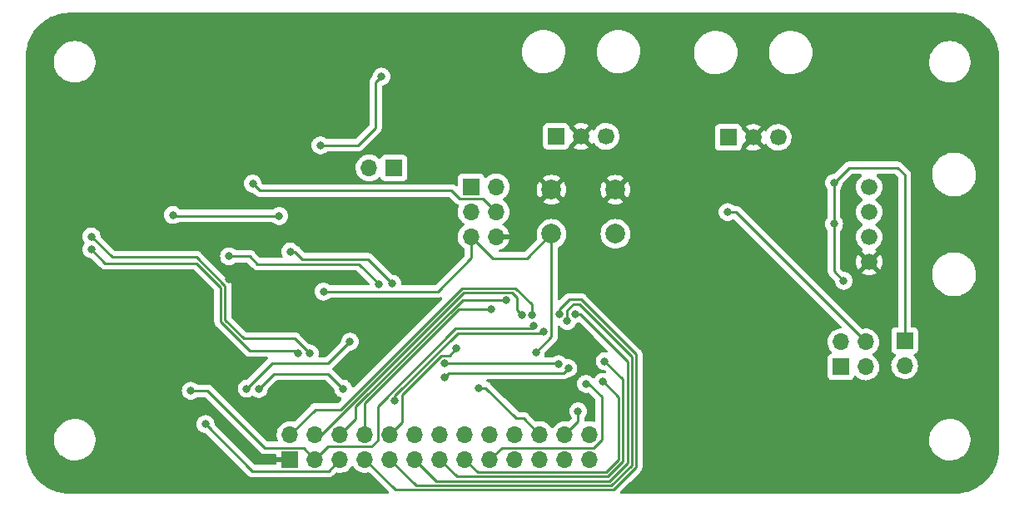
<source format=gbr>
%TF.GenerationSoftware,KiCad,Pcbnew,(6.0.7-1)-1*%
%TF.CreationDate,2022-09-19T18:34:45-07:00*%
%TF.ProjectId,telemetry-emulator-pcb,74656c65-6d65-4747-9279-2d656d756c61,rev?*%
%TF.SameCoordinates,Original*%
%TF.FileFunction,Copper,L2,Bot*%
%TF.FilePolarity,Positive*%
%FSLAX46Y46*%
G04 Gerber Fmt 4.6, Leading zero omitted, Abs format (unit mm)*
G04 Created by KiCad (PCBNEW (6.0.7-1)-1) date 2022-09-19 18:34:45*
%MOMM*%
%LPD*%
G01*
G04 APERTURE LIST*
%TA.AperFunction,ComponentPad*%
%ADD10C,2.000000*%
%TD*%
%TA.AperFunction,ComponentPad*%
%ADD11R,1.700000X1.700000*%
%TD*%
%TA.AperFunction,ComponentPad*%
%ADD12O,1.700000X1.700000*%
%TD*%
%TA.AperFunction,ComponentPad*%
%ADD13R,1.690000X1.690000*%
%TD*%
%TA.AperFunction,ComponentPad*%
%ADD14C,1.690000*%
%TD*%
%TA.AperFunction,ComponentPad*%
%ADD15C,1.676400*%
%TD*%
%TA.AperFunction,ViaPad*%
%ADD16C,0.800000*%
%TD*%
%TA.AperFunction,Conductor*%
%ADD17C,0.250000*%
%TD*%
G04 APERTURE END LIST*
D10*
%TO.P,S1,1*%
%TO.N,Earth*%
X138990000Y-78522000D03*
X145490000Y-78522000D03*
%TO.P,S1,2*%
%TO.N,reset*%
X138990000Y-83022000D03*
X145490000Y-83022000D03*
%TD*%
D11*
%TO.P,H1,1,Pin_1*%
%TO.N,MISO*%
X130810000Y-78232000D03*
D12*
%TO.P,H1,2,Pin_2*%
%TO.N,+5V*%
X133350000Y-78232000D03*
%TO.P,H1,3,Pin_3*%
%TO.N,SCK*%
X130810000Y-80772000D03*
%TO.P,H1,4,Pin_4*%
%TO.N,MOSI*%
X133350000Y-80772000D03*
%TO.P,H1,5,Pin_5*%
%TO.N,reset*%
X130810000Y-83312000D03*
%TO.P,H1,6,Pin_6*%
%TO.N,Earth*%
X133350000Y-83312000D03*
%TD*%
D13*
%TO.P,J7,1,Pin_1*%
%TO.N,CANL*%
X139460000Y-73095000D03*
D14*
%TO.P,J7,2,Pin_2*%
%TO.N,Earth*%
X142000000Y-73095000D03*
%TO.P,J7,3,Pin_3*%
%TO.N,CANH*%
X144540000Y-73095000D03*
%TD*%
D13*
%TO.P,J8,1,Pin_1*%
%TO.N,CANL*%
X156960000Y-73195000D03*
D14*
%TO.P,J8,2,Pin_2*%
%TO.N,Earth*%
X159500000Y-73195000D03*
%TO.P,J8,3,Pin_3*%
%TO.N,CANH*%
X162040000Y-73195000D03*
%TD*%
D15*
%TO.P,J6,1,Pin_1*%
%TO.N,Net-(D5-Pad2)*%
X171288500Y-78249500D03*
%TO.P,J6,2,Pin_2*%
%TO.N,TX_EXT*%
X171288500Y-80789500D03*
%TO.P,J6,3,Pin_3*%
%TO.N,RX_EXT*%
X171288500Y-83329500D03*
%TO.P,J6,4,Pin_4*%
%TO.N,Earth*%
X171288500Y-85869500D03*
%TD*%
D11*
%TO.P,J5,1*%
%TO.N,V_EXT*%
X174900000Y-93900000D03*
D12*
%TO.P,J5,2*%
%TO.N,+5V*%
X174900000Y-96440000D03*
%TD*%
D11*
%TO.P,J4,1*%
%TO.N,Net-(J4-Pad1)*%
X122975000Y-76300000D03*
D12*
%TO.P,J4,2*%
%TO.N,CANH*%
X120435000Y-76300000D03*
%TD*%
D11*
%TO.P,J2,1,Pin_1*%
%TO.N,RX_USB*%
X168425000Y-96575000D03*
D12*
%TO.P,J2,2,Pin_2*%
%TO.N,RX*%
X168425000Y-94035000D03*
%TO.P,J2,3,Pin_3*%
%TO.N,TX_USB*%
X170965000Y-96575000D03*
%TO.P,J2,4,Pin_4*%
%TO.N,TX*%
X170965000Y-94035000D03*
%TD*%
D11*
%TO.P,J3,1,Pin_1*%
%TO.N,Earth*%
X112400000Y-106000000D03*
D12*
%TO.P,J3,2,Pin_2*%
%TO.N,D10*%
X112400000Y-103460000D03*
%TO.P,J3,3,Pin_3*%
%TO.N,D9*%
X114940000Y-106000000D03*
%TO.P,J3,4,Pin_4*%
%TO.N,MOSI*%
X114940000Y-103460000D03*
%TO.P,J3,5,Pin_5*%
%TO.N,D8*%
X117480000Y-106000000D03*
%TO.P,J3,6,Pin_6*%
%TO.N,MISO*%
X117480000Y-103460000D03*
%TO.P,J3,7,Pin_7*%
%TO.N,D7*%
X120020000Y-106000000D03*
%TO.P,J3,8,Pin_8*%
%TO.N,SCK*%
X120020000Y-103460000D03*
%TO.P,J3,9,Pin_9*%
%TO.N,D6*%
X122560000Y-106000000D03*
%TO.P,J3,10,Pin_10*%
%TO.N,CAN_CS*%
X122560000Y-103460000D03*
%TO.P,J3,11,Pin_11*%
%TO.N,D5*%
X125100000Y-106000000D03*
%TO.P,J3,12,Pin_12*%
%TO.N,CAN_INT*%
X125100000Y-103460000D03*
%TO.P,J3,13,Pin_13*%
%TO.N,D4*%
X127640000Y-106000000D03*
%TO.P,J3,14,Pin_14*%
%TO.N,A2*%
X127640000Y-103460000D03*
%TO.P,J3,15,Pin_15*%
%TO.N,D3*%
X130180000Y-106000000D03*
%TO.P,J3,16,Pin_16*%
%TO.N,A3*%
X130180000Y-103460000D03*
%TO.P,J3,17,Pin_17*%
%TO.N,D2*%
X132720000Y-106000000D03*
%TO.P,J3,18,Pin_18*%
%TO.N,A4*%
X132720000Y-103460000D03*
%TO.P,J3,19,Pin_19*%
%TO.N,Earth*%
X135260000Y-106000000D03*
%TO.P,J3,20,Pin_20*%
%TO.N,A5*%
X135260000Y-103460000D03*
%TO.P,J3,21,Pin_21*%
%TO.N,reset*%
X137800000Y-106000000D03*
%TO.P,J3,22,Pin_22*%
%TO.N,+5V*%
X137800000Y-103460000D03*
%TO.P,J3,23,Pin_23*%
%TO.N,Earth*%
X140340000Y-106000000D03*
%TO.P,J3,24,Pin_24*%
%TO.N,RX_USB*%
X140340000Y-103460000D03*
%TO.P,J3,25,Pin_25*%
%TO.N,reset*%
X142880000Y-106000000D03*
%TO.P,J3,26,Pin_26*%
%TO.N,TX_USB*%
X142880000Y-103460000D03*
%TD*%
D16*
%TO.N,+5V*%
X131600000Y-98700000D03*
%TO.N,Earth*%
X106158698Y-87634100D03*
X139200000Y-70300000D03*
X106300000Y-96500000D03*
X101900000Y-72900000D03*
X115000000Y-65000000D03*
X119000000Y-80800000D03*
X141100000Y-93900000D03*
X122800000Y-68000000D03*
X126200000Y-90000000D03*
X109220000Y-62300000D03*
X127000000Y-62400000D03*
X160300000Y-99200000D03*
X156100000Y-70400000D03*
X94400000Y-99100000D03*
X115800000Y-99700000D03*
X91800000Y-70900000D03*
X87600000Y-91200000D03*
X102500000Y-62300000D03*
X160500000Y-92700000D03*
X148900000Y-108300000D03*
%TO.N,MISO*%
X134370000Y-89730000D03*
%TO.N,SCK*%
X132862652Y-90737348D03*
%TO.N,MOSI*%
X108600000Y-77900000D03*
X136000000Y-91300000D03*
%TO.N,reset*%
X137400000Y-95104500D03*
X115800000Y-88900000D03*
%TO.N,D3*%
X144200000Y-98100000D03*
%TO.N,D4*%
X144400000Y-96000000D03*
%TO.N,D5*%
X141400000Y-91200000D03*
%TO.N,D6*%
X140600000Y-91900000D03*
%TO.N,D7*%
X139800000Y-91200000D03*
%TO.N,D8*%
X123075500Y-100000000D03*
X138200000Y-93000000D03*
X103800000Y-102400000D03*
%TO.N,D9*%
X137200000Y-92400000D03*
X102300000Y-99000000D03*
%TO.N,CAN_CS*%
X112421924Y-84825500D03*
X122800000Y-88100000D03*
X129300000Y-94700000D03*
%TO.N,CAN_INT*%
X106200000Y-85300000D03*
X121400000Y-88175500D03*
%TO.N,D10*%
X136999503Y-91300000D03*
%TO.N,RX_USB*%
X128100000Y-96200000D03*
X141700000Y-101100000D03*
X139700000Y-96300000D03*
%TO.N,TX*%
X156900000Y-80800000D03*
%TO.N,D2*%
X142500000Y-98300000D03*
%TO.N,Net-(IC2-Pad1)*%
X121700000Y-67000000D03*
X115500000Y-74000000D03*
%TO.N,Net-(J1-Pad2)*%
X114400000Y-95200000D03*
X92200000Y-83300000D03*
%TO.N,Net-(J1-Pad3)*%
X113187701Y-95212299D03*
X92200000Y-84600000D03*
%TO.N,Net-(D3-Pad1)*%
X109223375Y-98823375D03*
X117800000Y-98800000D03*
%TO.N,Net-(D1-Pad1)*%
X107988376Y-98788376D03*
X118500000Y-94000000D03*
%TO.N,V_EXT*%
X168700000Y-87800000D03*
X167730500Y-82000000D03*
X167700000Y-77835000D03*
%TO.N,Net-(IC2-Pad17)*%
X111300000Y-81200000D03*
X100500000Y-81100000D03*
%TO.N,TX_USB*%
X128100000Y-97600000D03*
X140700000Y-96700000D03*
%TD*%
D17*
%TO.N,+5V*%
X135400000Y-101800000D02*
X136140000Y-101800000D01*
X136140000Y-101800000D02*
X137800000Y-103460000D01*
X132300000Y-98700000D02*
X135400000Y-101800000D01*
X131600000Y-98700000D02*
X132300000Y-98700000D01*
%TO.N,MISO*%
X134370000Y-89730000D02*
X129942792Y-89730000D01*
X129942792Y-89730000D02*
X119040000Y-100632792D01*
X119040000Y-100632792D02*
X119040000Y-101900000D01*
X119040000Y-101900000D02*
X117480000Y-103460000D01*
%TO.N,SCK*%
X129571840Y-90737348D02*
X132862652Y-90737348D01*
X120020000Y-100289188D02*
X129571840Y-90737348D01*
X120020000Y-103460000D02*
X120020000Y-100289188D01*
%TO.N,MOSI*%
X131985000Y-79407000D02*
X133350000Y-80772000D01*
X115540000Y-103460000D02*
X114940000Y-103460000D01*
X128828000Y-78600000D02*
X129635000Y-79407000D01*
X135500000Y-90800000D02*
X135500000Y-89500000D01*
X135500000Y-89500000D02*
X135000000Y-89000000D01*
X129635000Y-79407000D02*
X131985000Y-79407000D01*
X135000000Y-89000000D02*
X130036396Y-89000000D01*
X108600000Y-77900000D02*
X109300000Y-78600000D01*
X130036396Y-89000000D02*
X115576396Y-103460000D01*
X115576396Y-103460000D02*
X114940000Y-103460000D01*
X136000000Y-91300000D02*
X135500000Y-90800000D01*
X109300000Y-78600000D02*
X128828000Y-78600000D01*
%TO.N,reset*%
X136512000Y-85500000D02*
X138990000Y-83022000D01*
X127400000Y-88900000D02*
X130810000Y-85490000D01*
X115800000Y-88900000D02*
X127400000Y-88900000D01*
X138990000Y-93514500D02*
X138990000Y-83022000D01*
X137400000Y-95104500D02*
X138990000Y-93514500D01*
X130810000Y-85490000D02*
X130810000Y-83312000D01*
X132998000Y-85500000D02*
X130810000Y-83312000D01*
X136512000Y-85500000D02*
X132998000Y-85500000D01*
%TO.N,D3*%
X145800000Y-99654502D02*
X145800000Y-106027208D01*
X144200000Y-98100000D02*
X144245498Y-98100000D01*
X144245498Y-98100000D02*
X145800000Y-99654502D01*
X145800000Y-106027208D02*
X144527208Y-107300000D01*
X131480000Y-107300000D02*
X130180000Y-106000000D01*
X144527208Y-107300000D02*
X131480000Y-107300000D01*
%TO.N,D4*%
X144713604Y-107750000D02*
X129390000Y-107750000D01*
X146250000Y-97850000D02*
X146250000Y-106213604D01*
X146250000Y-106213604D02*
X144713604Y-107750000D01*
X129390000Y-107750000D02*
X127640000Y-106000000D01*
X144400000Y-96000000D02*
X146250000Y-97850000D01*
%TO.N,D5*%
X127300000Y-108200000D02*
X125100000Y-106000000D01*
X146700000Y-106400000D02*
X144900000Y-108200000D01*
X146700000Y-96000000D02*
X146700000Y-106400000D01*
X144900000Y-108200000D02*
X127300000Y-108200000D01*
X141400000Y-91200000D02*
X141900000Y-91200000D01*
X141900000Y-91200000D02*
X146700000Y-96000000D01*
%TO.N,D6*%
X147150000Y-106586396D02*
X145086396Y-108650000D01*
X140600000Y-91900000D02*
X140600000Y-90800000D01*
X147150000Y-95550000D02*
X147150000Y-106586396D01*
X125210000Y-108650000D02*
X122560000Y-106000000D01*
X145086396Y-108650000D02*
X125210000Y-108650000D01*
X141200000Y-90200000D02*
X141800000Y-90200000D01*
X140600000Y-90800000D02*
X141200000Y-90200000D01*
X141800000Y-90200000D02*
X147150000Y-95550000D01*
%TO.N,D7*%
X145272792Y-109100000D02*
X123120000Y-109100000D01*
X123120000Y-109100000D02*
X120020000Y-106000000D01*
X140800000Y-89700000D02*
X142000000Y-89700000D01*
X147600000Y-106772792D02*
X145272792Y-109100000D01*
X139800000Y-91200000D02*
X139800000Y-90700000D01*
X147600000Y-95300000D02*
X147600000Y-106772792D01*
X139800000Y-90700000D02*
X140800000Y-89700000D01*
X142000000Y-89700000D02*
X147600000Y-95300000D01*
%TO.N,D8*%
X103800000Y-102400000D02*
X108575000Y-107175000D01*
X129438604Y-93125000D02*
X138075000Y-93125000D01*
X116305000Y-107175000D02*
X117480000Y-106000000D01*
X138075000Y-93125000D02*
X138200000Y-93000000D01*
X123075500Y-99488104D02*
X129438604Y-93125000D01*
X108575000Y-107175000D02*
X116305000Y-107175000D01*
X123075500Y-100000000D02*
X123075500Y-99488104D01*
%TO.N,D9*%
X137200000Y-92400000D02*
X136925000Y-92675000D01*
X136925000Y-92675000D02*
X129252208Y-92675000D01*
X109825000Y-104825000D02*
X113765000Y-104825000D01*
X102300000Y-99000000D02*
X104000000Y-99000000D01*
X121300000Y-104100000D02*
X120700000Y-104700000D01*
X104000000Y-99000000D02*
X109825000Y-104825000D01*
X113765000Y-104825000D02*
X114940000Y-106000000D01*
X116240000Y-104700000D02*
X114940000Y-106000000D01*
X120700000Y-104700000D02*
X116240000Y-104700000D01*
X129252208Y-92675000D02*
X121300000Y-100627208D01*
X121300000Y-100627208D02*
X121300000Y-104100000D01*
%TO.N,CAN_CS*%
X123800000Y-99400000D02*
X123800000Y-102220000D01*
X122800000Y-88100000D02*
X120300000Y-85600000D01*
X112897424Y-84825500D02*
X112421924Y-84825500D01*
X127800000Y-95400000D02*
X123800000Y-99400000D01*
X129300000Y-94700000D02*
X128600000Y-95400000D01*
X120300000Y-85600000D02*
X113671924Y-85600000D01*
X123800000Y-102220000D02*
X122560000Y-103460000D01*
X128600000Y-95400000D02*
X127800000Y-95400000D01*
X113671924Y-85600000D02*
X112897424Y-84825500D01*
%TO.N,CAN_INT*%
X108300000Y-85300000D02*
X106200000Y-85300000D01*
X121400000Y-88100000D02*
X119400000Y-86100000D01*
X109100000Y-86100000D02*
X108300000Y-85300000D01*
X119400000Y-86100000D02*
X109100000Y-86100000D01*
X121400000Y-88175500D02*
X121400000Y-88100000D01*
%TO.N,D10*%
X136999503Y-91300000D02*
X136999503Y-90199503D01*
X117500000Y-100900000D02*
X114960000Y-100900000D01*
X135350000Y-88550000D02*
X129850000Y-88550000D01*
X129850000Y-88550000D02*
X117500000Y-100900000D01*
X136999503Y-90199503D02*
X135350000Y-88550000D01*
X114960000Y-100900000D02*
X112400000Y-103460000D01*
%TO.N,RX_USB*%
X141700000Y-102100000D02*
X140340000Y-103460000D01*
X141700000Y-101100000D02*
X141700000Y-102100000D01*
X139600000Y-96200000D02*
X139700000Y-96300000D01*
X128100000Y-96200000D02*
X139600000Y-96200000D01*
%TO.N,TX*%
X157730000Y-80800000D02*
X170965000Y-94035000D01*
X156900000Y-80800000D02*
X157730000Y-80800000D01*
%TO.N,D2*%
X144100000Y-99600000D02*
X144100000Y-104000000D01*
X143300000Y-104800000D02*
X133920000Y-104800000D01*
X142800000Y-98300000D02*
X144100000Y-99600000D01*
X133920000Y-104800000D02*
X132720000Y-106000000D01*
X142500000Y-98300000D02*
X142800000Y-98300000D01*
X144100000Y-104000000D02*
X143300000Y-104800000D01*
%TO.N,Net-(IC2-Pad1)*%
X115500000Y-74000000D02*
X119300000Y-74000000D01*
X121100000Y-72200000D02*
X121100000Y-67600000D01*
X119300000Y-74000000D02*
X121100000Y-72200000D01*
X121100000Y-67600000D02*
X121700000Y-67000000D01*
%TO.N,Net-(J1-Pad2)*%
X105800000Y-91800000D02*
X107700000Y-93700000D01*
X94300000Y-85400000D02*
X102900000Y-85400000D01*
X112900000Y-93700000D02*
X114400000Y-95200000D01*
X92200000Y-83300000D02*
X94300000Y-85400000D01*
X105800000Y-88300000D02*
X105800000Y-91800000D01*
X102900000Y-85400000D02*
X105800000Y-88300000D01*
X107700000Y-93700000D02*
X112900000Y-93700000D01*
%TO.N,Net-(J1-Pad3)*%
X108263604Y-94900000D02*
X112875402Y-94900000D01*
X93600000Y-86000000D02*
X102863604Y-86000000D01*
X105331802Y-88468198D02*
X105331802Y-91968198D01*
X102863604Y-86000000D02*
X105331802Y-88468198D01*
X112875402Y-94900000D02*
X113187701Y-95212299D01*
X105331802Y-91968198D02*
X108263604Y-94900000D01*
X92200000Y-84600000D02*
X93600000Y-86000000D01*
%TO.N,Net-(D3-Pad1)*%
X116300000Y-97300000D02*
X110746750Y-97300000D01*
X110746750Y-97300000D02*
X109223375Y-98823375D01*
X117800000Y-98800000D02*
X116300000Y-97300000D01*
%TO.N,Net-(D1-Pad1)*%
X116300000Y-96200000D02*
X110576752Y-96200000D01*
X110576752Y-96200000D02*
X107988376Y-98788376D01*
X118500000Y-94000000D02*
X116300000Y-96200000D01*
%TO.N,V_EXT*%
X169235000Y-76300000D02*
X174200000Y-76300000D01*
X174200000Y-76300000D02*
X174900000Y-77000000D01*
X167730500Y-82000000D02*
X167730500Y-77865500D01*
X174900000Y-77000000D02*
X174900000Y-93900000D01*
X167730500Y-82000000D02*
X167730500Y-86830500D01*
X167730500Y-86830500D02*
X168700000Y-87800000D01*
X167700000Y-77835000D02*
X169235000Y-76300000D01*
X167730500Y-77865500D02*
X167700000Y-77835000D01*
%TO.N,Net-(IC2-Pad17)*%
X100500000Y-81100000D02*
X100600000Y-81200000D01*
X100600000Y-81200000D02*
X111300000Y-81200000D01*
%TO.N,TX_USB*%
X140700000Y-96700000D02*
X140200000Y-97200000D01*
X128500000Y-97200000D02*
X128100000Y-97600000D01*
X140200000Y-97200000D02*
X128500000Y-97200000D01*
%TD*%
%TA.AperFunction,Conductor*%
%TO.N,Earth*%
G36*
X179970018Y-60510000D02*
G01*
X179984851Y-60512310D01*
X179984855Y-60512310D01*
X179993724Y-60513691D01*
X180014183Y-60511016D01*
X180036007Y-60510072D01*
X180385965Y-60525352D01*
X180396913Y-60526310D01*
X180774498Y-60576019D01*
X180785307Y-60577926D01*
X181157114Y-60660353D01*
X181167731Y-60663198D01*
X181530939Y-60777718D01*
X181541254Y-60781471D01*
X181893123Y-60927220D01*
X181903067Y-60931858D01*
X182240867Y-61107705D01*
X182250387Y-61113201D01*
X182571574Y-61317820D01*
X182580578Y-61324124D01*
X182882716Y-61555962D01*
X182891137Y-61563028D01*
X183171914Y-61820314D01*
X183179686Y-61828086D01*
X183436972Y-62108863D01*
X183444038Y-62117284D01*
X183675876Y-62419422D01*
X183682180Y-62428426D01*
X183728189Y-62500646D01*
X183862062Y-62710783D01*
X183886799Y-62749613D01*
X183892294Y-62759132D01*
X184046855Y-63056039D01*
X184068138Y-63096924D01*
X184072780Y-63106877D01*
X184198025Y-63409245D01*
X184218526Y-63458739D01*
X184222282Y-63469061D01*
X184292035Y-63690285D01*
X184336802Y-63832268D01*
X184339647Y-63842885D01*
X184421576Y-64212442D01*
X184422073Y-64214685D01*
X184423981Y-64225502D01*
X184464968Y-64536837D01*
X184473690Y-64603086D01*
X184474648Y-64614035D01*
X184482308Y-64789463D01*
X184489603Y-64956552D01*
X184488223Y-64981429D01*
X184486309Y-64993724D01*
X184487473Y-65002626D01*
X184487473Y-65002628D01*
X184490436Y-65025283D01*
X184491500Y-65041621D01*
X184491500Y-104950633D01*
X184490000Y-104970018D01*
X184487690Y-104984851D01*
X184487690Y-104984855D01*
X184486309Y-104993724D01*
X184488984Y-105014183D01*
X184489928Y-105036007D01*
X184476939Y-105333500D01*
X184474648Y-105385964D01*
X184473690Y-105396913D01*
X184424265Y-105772342D01*
X184423982Y-105774490D01*
X184422074Y-105785307D01*
X184414459Y-105819658D01*
X184339647Y-106157114D01*
X184336802Y-106167731D01*
X184225260Y-106521498D01*
X184222285Y-106530932D01*
X184218529Y-106541254D01*
X184075260Y-106887137D01*
X184072784Y-106893114D01*
X184068142Y-106903067D01*
X183906430Y-107213713D01*
X183892295Y-107240867D01*
X183886799Y-107250387D01*
X183682180Y-107571574D01*
X183675876Y-107580578D01*
X183444038Y-107882716D01*
X183436972Y-107891137D01*
X183179686Y-108171914D01*
X183171914Y-108179686D01*
X182891137Y-108436972D01*
X182882716Y-108444038D01*
X182580578Y-108675876D01*
X182571574Y-108682180D01*
X182250387Y-108886799D01*
X182240868Y-108892294D01*
X181903067Y-109068142D01*
X181893123Y-109072780D01*
X181541254Y-109218529D01*
X181530939Y-109222282D01*
X181338407Y-109282988D01*
X181167732Y-109336802D01*
X181157115Y-109339647D01*
X180785307Y-109422074D01*
X180774498Y-109423981D01*
X180413564Y-109471498D01*
X180396914Y-109473690D01*
X180385965Y-109474648D01*
X180043446Y-109489603D01*
X180018571Y-109488223D01*
X180006276Y-109486309D01*
X179997374Y-109487473D01*
X179997372Y-109487473D01*
X179982323Y-109489441D01*
X179974714Y-109490436D01*
X179958379Y-109491500D01*
X146081386Y-109491500D01*
X146013265Y-109471498D01*
X145966772Y-109417842D01*
X145956668Y-109347568D01*
X145986162Y-109282988D01*
X145992291Y-109276405D01*
X146954980Y-108313717D01*
X147992253Y-107276444D01*
X148000539Y-107268904D01*
X148007018Y-107264792D01*
X148024900Y-107245750D01*
X148053643Y-107215141D01*
X148056398Y-107212299D01*
X148076135Y-107192562D01*
X148078615Y-107189365D01*
X148086320Y-107180343D01*
X148111159Y-107153892D01*
X148116586Y-107148113D01*
X148120405Y-107141167D01*
X148120407Y-107141164D01*
X148126348Y-107130358D01*
X148137199Y-107113839D01*
X148144758Y-107104093D01*
X148149614Y-107097833D01*
X148152759Y-107090564D01*
X148152762Y-107090560D01*
X148167174Y-107057255D01*
X148172391Y-107046605D01*
X148193695Y-107007852D01*
X148198733Y-106988229D01*
X148205137Y-106969526D01*
X148210033Y-106958212D01*
X148210033Y-106958211D01*
X148213181Y-106950937D01*
X148214420Y-106943114D01*
X148214423Y-106943104D01*
X148220099Y-106907268D01*
X148222505Y-106895648D01*
X148231528Y-106860503D01*
X148231528Y-106860502D01*
X148233500Y-106852822D01*
X148233500Y-106832568D01*
X148235051Y-106812857D01*
X148235664Y-106808990D01*
X148238220Y-106792849D01*
X148234059Y-106748830D01*
X148233500Y-106736973D01*
X148233500Y-104132703D01*
X177390743Y-104132703D01*
X177391302Y-104136947D01*
X177391302Y-104136951D01*
X177405132Y-104242001D01*
X177428268Y-104417734D01*
X177504129Y-104695036D01*
X177505813Y-104698984D01*
X177614807Y-104954514D01*
X177616923Y-104959476D01*
X177653628Y-105020805D01*
X177739602Y-105164457D01*
X177764561Y-105206161D01*
X177944313Y-105430528D01*
X177994867Y-105478502D01*
X178120414Y-105597641D01*
X178152851Y-105628423D01*
X178386317Y-105796186D01*
X178390112Y-105798195D01*
X178390113Y-105798196D01*
X178411869Y-105809715D01*
X178640392Y-105930712D01*
X178910373Y-106029511D01*
X179191264Y-106090755D01*
X179219841Y-106093004D01*
X179414282Y-106108307D01*
X179414291Y-106108307D01*
X179416739Y-106108500D01*
X179572271Y-106108500D01*
X179574407Y-106108354D01*
X179574418Y-106108354D01*
X179782548Y-106094165D01*
X179782554Y-106094164D01*
X179786825Y-106093873D01*
X179791020Y-106093004D01*
X179791022Y-106093004D01*
X179934747Y-106063240D01*
X180068342Y-106035574D01*
X180339343Y-105939607D01*
X180594812Y-105807750D01*
X180598313Y-105805289D01*
X180598317Y-105805287D01*
X180730178Y-105712613D01*
X180830023Y-105642441D01*
X180908403Y-105569606D01*
X181037479Y-105449661D01*
X181037481Y-105449658D01*
X181040622Y-105446740D01*
X181222713Y-105224268D01*
X181372927Y-104979142D01*
X181488483Y-104715898D01*
X181567244Y-104439406D01*
X181607751Y-104154784D01*
X181607845Y-104136951D01*
X181609235Y-103871583D01*
X181609235Y-103871576D01*
X181609257Y-103867297D01*
X181571732Y-103582266D01*
X181495871Y-103304964D01*
X181450924Y-103199588D01*
X181384763Y-103044476D01*
X181384761Y-103044472D01*
X181383077Y-103040524D01*
X181308527Y-102915960D01*
X181237643Y-102797521D01*
X181237640Y-102797517D01*
X181235439Y-102793839D01*
X181055687Y-102569472D01*
X180847149Y-102371577D01*
X180633322Y-102217926D01*
X180617172Y-102206321D01*
X180617171Y-102206320D01*
X180613683Y-102203814D01*
X180596221Y-102194568D01*
X180531078Y-102160077D01*
X180359608Y-102069288D01*
X180089627Y-101970489D01*
X179808736Y-101909245D01*
X179777685Y-101906801D01*
X179585718Y-101891693D01*
X179585709Y-101891693D01*
X179583261Y-101891500D01*
X179427729Y-101891500D01*
X179425593Y-101891646D01*
X179425582Y-101891646D01*
X179217452Y-101905835D01*
X179217446Y-101905836D01*
X179213175Y-101906127D01*
X179208980Y-101906996D01*
X179208978Y-101906996D01*
X179072416Y-101935277D01*
X178931658Y-101964426D01*
X178660657Y-102060393D01*
X178656848Y-102062359D01*
X178510180Y-102138060D01*
X178405188Y-102192250D01*
X178401687Y-102194711D01*
X178401683Y-102194713D01*
X178362068Y-102222555D01*
X178169977Y-102357559D01*
X178154892Y-102371577D01*
X178052345Y-102466870D01*
X177959378Y-102553260D01*
X177777287Y-102775732D01*
X177627073Y-103020858D01*
X177511517Y-103284102D01*
X177432756Y-103560594D01*
X177392249Y-103845216D01*
X177392227Y-103849505D01*
X177392226Y-103849512D01*
X177390765Y-104128417D01*
X177390743Y-104132703D01*
X148233500Y-104132703D01*
X148233500Y-95378767D01*
X148234027Y-95367584D01*
X148235702Y-95360091D01*
X148234205Y-95312443D01*
X148233562Y-95292001D01*
X148233500Y-95288043D01*
X148233500Y-95260144D01*
X148232996Y-95256153D01*
X148232063Y-95244311D01*
X148231832Y-95236944D01*
X148230674Y-95200111D01*
X148228462Y-95192497D01*
X148228461Y-95192492D01*
X148225023Y-95180659D01*
X148221012Y-95161295D01*
X148219467Y-95149064D01*
X148218474Y-95141203D01*
X148215557Y-95133836D01*
X148215556Y-95133831D01*
X148202198Y-95100092D01*
X148198354Y-95088865D01*
X148194352Y-95075090D01*
X148186018Y-95046407D01*
X148175707Y-95028972D01*
X148167012Y-95011224D01*
X148159552Y-94992383D01*
X148133564Y-94956613D01*
X148127048Y-94946693D01*
X148108580Y-94915465D01*
X148108578Y-94915462D01*
X148104542Y-94908638D01*
X148090221Y-94894317D01*
X148077380Y-94879283D01*
X148070131Y-94869306D01*
X148065472Y-94862893D01*
X148031395Y-94834702D01*
X148022616Y-94826712D01*
X142503652Y-89307747D01*
X142496112Y-89299461D01*
X142492000Y-89292982D01*
X142466034Y-89268598D01*
X142442349Y-89246357D01*
X142439507Y-89243602D01*
X142419770Y-89223865D01*
X142416573Y-89221385D01*
X142407551Y-89213680D01*
X142396446Y-89203252D01*
X142375321Y-89183414D01*
X142368375Y-89179595D01*
X142368372Y-89179593D01*
X142357566Y-89173652D01*
X142341047Y-89162801D01*
X142340583Y-89162441D01*
X142325041Y-89150386D01*
X142317772Y-89147241D01*
X142317768Y-89147238D01*
X142284463Y-89132826D01*
X142273813Y-89127609D01*
X142235060Y-89106305D01*
X142215437Y-89101267D01*
X142196734Y-89094863D01*
X142185420Y-89089967D01*
X142185419Y-89089967D01*
X142178145Y-89086819D01*
X142170322Y-89085580D01*
X142170312Y-89085577D01*
X142134476Y-89079901D01*
X142122856Y-89077495D01*
X142087711Y-89068472D01*
X142087710Y-89068472D01*
X142080030Y-89066500D01*
X142059776Y-89066500D01*
X142040065Y-89064949D01*
X142027886Y-89063020D01*
X142020057Y-89061780D01*
X141990786Y-89064547D01*
X141976039Y-89065941D01*
X141964181Y-89066500D01*
X140878768Y-89066500D01*
X140867585Y-89065973D01*
X140860092Y-89064298D01*
X140852166Y-89064547D01*
X140852165Y-89064547D01*
X140792002Y-89066438D01*
X140788044Y-89066500D01*
X140760144Y-89066500D01*
X140756154Y-89067004D01*
X140744320Y-89067936D01*
X140700111Y-89069326D01*
X140692495Y-89071539D01*
X140692493Y-89071539D01*
X140680652Y-89074979D01*
X140661293Y-89078988D01*
X140659983Y-89079154D01*
X140641203Y-89081526D01*
X140633837Y-89084442D01*
X140633831Y-89084444D01*
X140600098Y-89097800D01*
X140588868Y-89101645D01*
X140572828Y-89106305D01*
X140546407Y-89113981D01*
X140539584Y-89118016D01*
X140528966Y-89124295D01*
X140511213Y-89132992D01*
X140503568Y-89136019D01*
X140492383Y-89140448D01*
X140478705Y-89150386D01*
X140456612Y-89166437D01*
X140446695Y-89172951D01*
X140408638Y-89195458D01*
X140394317Y-89209779D01*
X140379284Y-89222619D01*
X140362893Y-89234528D01*
X140357843Y-89240632D01*
X140357838Y-89240637D01*
X140334707Y-89268598D01*
X140326717Y-89277379D01*
X139838595Y-89765500D01*
X139776283Y-89799525D01*
X139705467Y-89794460D01*
X139648632Y-89751913D01*
X139623821Y-89685393D01*
X139623500Y-89676404D01*
X139623500Y-84473566D01*
X139643502Y-84405445D01*
X139683665Y-84366133D01*
X139875202Y-84248759D01*
X139875208Y-84248755D01*
X139879416Y-84246176D01*
X140059969Y-84091969D01*
X140214176Y-83911416D01*
X140216755Y-83907208D01*
X140216759Y-83907202D01*
X140335654Y-83713183D01*
X140338240Y-83708963D01*
X140353735Y-83671556D01*
X140427211Y-83494167D01*
X140427212Y-83494165D01*
X140429105Y-83489594D01*
X140455755Y-83378590D01*
X140483380Y-83263524D01*
X140483381Y-83263518D01*
X140484535Y-83258711D01*
X140503165Y-83022000D01*
X143976835Y-83022000D01*
X143995465Y-83258711D01*
X143996619Y-83263518D01*
X143996620Y-83263524D01*
X144024245Y-83378590D01*
X144050895Y-83489594D01*
X144052788Y-83494165D01*
X144052789Y-83494167D01*
X144126266Y-83671556D01*
X144141760Y-83708963D01*
X144144346Y-83713183D01*
X144263241Y-83907202D01*
X144263245Y-83907208D01*
X144265824Y-83911416D01*
X144420031Y-84091969D01*
X144600584Y-84246176D01*
X144604792Y-84248755D01*
X144604798Y-84248759D01*
X144768603Y-84349139D01*
X144803037Y-84370240D01*
X144807607Y-84372133D01*
X144807611Y-84372135D01*
X145017833Y-84459211D01*
X145022406Y-84461105D01*
X145074310Y-84473566D01*
X145248476Y-84515380D01*
X145248482Y-84515381D01*
X145253289Y-84516535D01*
X145490000Y-84535165D01*
X145726711Y-84516535D01*
X145731518Y-84515381D01*
X145731524Y-84515380D01*
X145905690Y-84473566D01*
X145957594Y-84461105D01*
X145962167Y-84459211D01*
X146172389Y-84372135D01*
X146172393Y-84372133D01*
X146176963Y-84370240D01*
X146211397Y-84349139D01*
X146375202Y-84248759D01*
X146375208Y-84248755D01*
X146379416Y-84246176D01*
X146559969Y-84091969D01*
X146714176Y-83911416D01*
X146716755Y-83907208D01*
X146716759Y-83907202D01*
X146835654Y-83713183D01*
X146838240Y-83708963D01*
X146853735Y-83671556D01*
X146927211Y-83494167D01*
X146927212Y-83494165D01*
X146929105Y-83489594D01*
X146955755Y-83378590D01*
X146983380Y-83263524D01*
X146983381Y-83263518D01*
X146984535Y-83258711D01*
X147003165Y-83022000D01*
X146984535Y-82785289D01*
X146980571Y-82768774D01*
X146930260Y-82559218D01*
X146929105Y-82554406D01*
X146911856Y-82512763D01*
X146840135Y-82339611D01*
X146840133Y-82339607D01*
X146838240Y-82335037D01*
X146743369Y-82180222D01*
X146716759Y-82136798D01*
X146716755Y-82136792D01*
X146714176Y-82132584D01*
X146571993Y-81966109D01*
X146563177Y-81955787D01*
X146559969Y-81952031D01*
X146379416Y-81797824D01*
X146375208Y-81795245D01*
X146375202Y-81795241D01*
X146181183Y-81676346D01*
X146176963Y-81673760D01*
X146172393Y-81671867D01*
X146172389Y-81671865D01*
X145962167Y-81584789D01*
X145962165Y-81584788D01*
X145957594Y-81582895D01*
X145877391Y-81563640D01*
X145731524Y-81528620D01*
X145731518Y-81528619D01*
X145726711Y-81527465D01*
X145490000Y-81508835D01*
X145253289Y-81527465D01*
X145248482Y-81528619D01*
X145248476Y-81528620D01*
X145102609Y-81563640D01*
X145022406Y-81582895D01*
X145017835Y-81584788D01*
X145017833Y-81584789D01*
X144807611Y-81671865D01*
X144807607Y-81671867D01*
X144803037Y-81673760D01*
X144798817Y-81676346D01*
X144604798Y-81795241D01*
X144604792Y-81795245D01*
X144600584Y-81797824D01*
X144420031Y-81952031D01*
X144416823Y-81955787D01*
X144408007Y-81966109D01*
X144265824Y-82132584D01*
X144263245Y-82136792D01*
X144263241Y-82136798D01*
X144236631Y-82180222D01*
X144141760Y-82335037D01*
X144139867Y-82339607D01*
X144139865Y-82339611D01*
X144068144Y-82512763D01*
X144050895Y-82554406D01*
X144049740Y-82559218D01*
X143999430Y-82768774D01*
X143995465Y-82785289D01*
X143976835Y-83022000D01*
X140503165Y-83022000D01*
X140484535Y-82785289D01*
X140480571Y-82768774D01*
X140430260Y-82559218D01*
X140429105Y-82554406D01*
X140411856Y-82512763D01*
X140340135Y-82339611D01*
X140340133Y-82339607D01*
X140338240Y-82335037D01*
X140243369Y-82180222D01*
X140216759Y-82136798D01*
X140216755Y-82136792D01*
X140214176Y-82132584D01*
X140071993Y-81966109D01*
X140063177Y-81955787D01*
X140059969Y-81952031D01*
X139879416Y-81797824D01*
X139875208Y-81795245D01*
X139875202Y-81795241D01*
X139681183Y-81676346D01*
X139676963Y-81673760D01*
X139672393Y-81671867D01*
X139672389Y-81671865D01*
X139462167Y-81584789D01*
X139462165Y-81584788D01*
X139457594Y-81582895D01*
X139377391Y-81563640D01*
X139231524Y-81528620D01*
X139231518Y-81528619D01*
X139226711Y-81527465D01*
X138990000Y-81508835D01*
X138753289Y-81527465D01*
X138748482Y-81528619D01*
X138748476Y-81528620D01*
X138602609Y-81563640D01*
X138522406Y-81582895D01*
X138517835Y-81584788D01*
X138517833Y-81584789D01*
X138307611Y-81671865D01*
X138307607Y-81671867D01*
X138303037Y-81673760D01*
X138298817Y-81676346D01*
X138104798Y-81795241D01*
X138104792Y-81795245D01*
X138100584Y-81797824D01*
X137920031Y-81952031D01*
X137916823Y-81955787D01*
X137908007Y-81966109D01*
X137765824Y-82132584D01*
X137763245Y-82136792D01*
X137763241Y-82136798D01*
X137736631Y-82180222D01*
X137641760Y-82335037D01*
X137639867Y-82339607D01*
X137639865Y-82339611D01*
X137568144Y-82512763D01*
X137550895Y-82554406D01*
X137549740Y-82559218D01*
X137499430Y-82768774D01*
X137495465Y-82785289D01*
X137476835Y-83022000D01*
X137495465Y-83258711D01*
X137496619Y-83263518D01*
X137496620Y-83263524D01*
X137549060Y-83481950D01*
X137545513Y-83552858D01*
X137515636Y-83600459D01*
X136286500Y-84829595D01*
X136224188Y-84863621D01*
X136197405Y-84866500D01*
X133753059Y-84866500D01*
X133684938Y-84846498D01*
X133638445Y-84792842D01*
X133628341Y-84722568D01*
X133657835Y-84657988D01*
X133716851Y-84619814D01*
X133842255Y-84582191D01*
X133851842Y-84578433D01*
X134043095Y-84484739D01*
X134051945Y-84479464D01*
X134225328Y-84355792D01*
X134233200Y-84349139D01*
X134384052Y-84198812D01*
X134390730Y-84190965D01*
X134515003Y-84018020D01*
X134520313Y-84009183D01*
X134614670Y-83818267D01*
X134618469Y-83808672D01*
X134680377Y-83604910D01*
X134682555Y-83594837D01*
X134683986Y-83583962D01*
X134681775Y-83569778D01*
X134668617Y-83566000D01*
X133222000Y-83566000D01*
X133153879Y-83545998D01*
X133107386Y-83492342D01*
X133096000Y-83440000D01*
X133096000Y-83184000D01*
X133116002Y-83115879D01*
X133169658Y-83069386D01*
X133222000Y-83058000D01*
X134668344Y-83058000D01*
X134681875Y-83054027D01*
X134683180Y-83044947D01*
X134641214Y-82877875D01*
X134637894Y-82868124D01*
X134552972Y-82672814D01*
X134548105Y-82663739D01*
X134432426Y-82484926D01*
X134426136Y-82476757D01*
X134282806Y-82319240D01*
X134275273Y-82312215D01*
X134108139Y-82180222D01*
X134099556Y-82174520D01*
X134062602Y-82154120D01*
X134012631Y-82103687D01*
X133997859Y-82034245D01*
X134022975Y-81967839D01*
X134050327Y-81941232D01*
X134116820Y-81893803D01*
X134229860Y-81813173D01*
X134242041Y-81801035D01*
X134369761Y-81673760D01*
X134388096Y-81655489D01*
X134403014Y-81634729D01*
X134515435Y-81478277D01*
X134518453Y-81474077D01*
X134525193Y-81460441D01*
X134615136Y-81278453D01*
X134615137Y-81278451D01*
X134617430Y-81273811D01*
X134682370Y-81060069D01*
X134711529Y-80838590D01*
X134711917Y-80822721D01*
X134712472Y-80800000D01*
X155986496Y-80800000D01*
X155987186Y-80806565D01*
X156002950Y-80956547D01*
X156006458Y-80989928D01*
X156065473Y-81171556D01*
X156160960Y-81336944D01*
X156165378Y-81341851D01*
X156165379Y-81341852D01*
X156205685Y-81386616D01*
X156288747Y-81478866D01*
X156443248Y-81591118D01*
X156449276Y-81593802D01*
X156449278Y-81593803D01*
X156596022Y-81659137D01*
X156617712Y-81668794D01*
X156711112Y-81688647D01*
X156798056Y-81707128D01*
X156798061Y-81707128D01*
X156804513Y-81708500D01*
X156995487Y-81708500D01*
X157001939Y-81707128D01*
X157001944Y-81707128D01*
X157088888Y-81688647D01*
X157182288Y-81668794D01*
X157203978Y-81659137D01*
X157350722Y-81593803D01*
X157350724Y-81593802D01*
X157356752Y-81591118D01*
X157376063Y-81577088D01*
X157425182Y-81541401D01*
X157492050Y-81517542D01*
X157561202Y-81533623D01*
X157588338Y-81554242D01*
X168495086Y-92460990D01*
X168529112Y-92523302D01*
X168524047Y-92594117D01*
X168481500Y-92650953D01*
X168414980Y-92675764D01*
X168404459Y-92676076D01*
X168356962Y-92675495D01*
X168335080Y-92675228D01*
X168335078Y-92675228D01*
X168329911Y-92675165D01*
X168109091Y-92708955D01*
X167896756Y-92778357D01*
X167698607Y-92881507D01*
X167694474Y-92884610D01*
X167694471Y-92884612D01*
X167524100Y-93012530D01*
X167519965Y-93015635D01*
X167516393Y-93019373D01*
X167407975Y-93132826D01*
X167365629Y-93177138D01*
X167362715Y-93181410D01*
X167362714Y-93181411D01*
X167333754Y-93223865D01*
X167239743Y-93361680D01*
X167224003Y-93395590D01*
X167159497Y-93534557D01*
X167145688Y-93564305D01*
X167085989Y-93779570D01*
X167062251Y-94001695D01*
X167062548Y-94006848D01*
X167062548Y-94006851D01*
X167072726Y-94183365D01*
X167075110Y-94224715D01*
X167076247Y-94229761D01*
X167076248Y-94229767D01*
X167085653Y-94271498D01*
X167124222Y-94442639D01*
X167208266Y-94649616D01*
X167255822Y-94727221D01*
X167322291Y-94835688D01*
X167324987Y-94840088D01*
X167471250Y-95008938D01*
X167475230Y-95012242D01*
X167479981Y-95016187D01*
X167519616Y-95075090D01*
X167521113Y-95146071D01*
X167483997Y-95206593D01*
X167443725Y-95231112D01*
X167355095Y-95264338D01*
X167328295Y-95274385D01*
X167211739Y-95361739D01*
X167124385Y-95478295D01*
X167073255Y-95614684D01*
X167066500Y-95676866D01*
X167066500Y-97473134D01*
X167073255Y-97535316D01*
X167124385Y-97671705D01*
X167211739Y-97788261D01*
X167328295Y-97875615D01*
X167464684Y-97926745D01*
X167526866Y-97933500D01*
X169323134Y-97933500D01*
X169385316Y-97926745D01*
X169521705Y-97875615D01*
X169638261Y-97788261D01*
X169725615Y-97671705D01*
X169747799Y-97612529D01*
X169769598Y-97554382D01*
X169812240Y-97497618D01*
X169878802Y-97472918D01*
X169948150Y-97488126D01*
X169982817Y-97516114D01*
X170011250Y-97548938D01*
X170183126Y-97691632D01*
X170376000Y-97804338D01*
X170584692Y-97884030D01*
X170589760Y-97885061D01*
X170589763Y-97885062D01*
X170697017Y-97906883D01*
X170803597Y-97928567D01*
X170808772Y-97928757D01*
X170808774Y-97928757D01*
X171021673Y-97936564D01*
X171021677Y-97936564D01*
X171026837Y-97936753D01*
X171031957Y-97936097D01*
X171031959Y-97936097D01*
X171243288Y-97909025D01*
X171243289Y-97909025D01*
X171248416Y-97908368D01*
X171253366Y-97906883D01*
X171457429Y-97845661D01*
X171457434Y-97845659D01*
X171462384Y-97844174D01*
X171662994Y-97745896D01*
X171844860Y-97616173D01*
X171850156Y-97610896D01*
X171977324Y-97484171D01*
X172003096Y-97458489D01*
X172020772Y-97433891D01*
X172130435Y-97281277D01*
X172133453Y-97277077D01*
X172147335Y-97248990D01*
X172230136Y-97081453D01*
X172230137Y-97081451D01*
X172232430Y-97076811D01*
X172277490Y-96928502D01*
X172295865Y-96868023D01*
X172295865Y-96868021D01*
X172297370Y-96863069D01*
X172326529Y-96641590D01*
X172326890Y-96626827D01*
X172328074Y-96578365D01*
X172328074Y-96578361D01*
X172328156Y-96575000D01*
X172309852Y-96352361D01*
X172255431Y-96135702D01*
X172166354Y-95930840D01*
X172094467Y-95819719D01*
X172047822Y-95747617D01*
X172047820Y-95747614D01*
X172045014Y-95743277D01*
X171894670Y-95578051D01*
X171890619Y-95574852D01*
X171890615Y-95574848D01*
X171723414Y-95442800D01*
X171723410Y-95442798D01*
X171719359Y-95439598D01*
X171678053Y-95416796D01*
X171628084Y-95366364D01*
X171613312Y-95296921D01*
X171638428Y-95230516D01*
X171665780Y-95203909D01*
X171725523Y-95161295D01*
X171844860Y-95076173D01*
X172003096Y-94918489D01*
X172037820Y-94870166D01*
X172130435Y-94741277D01*
X172133453Y-94737077D01*
X172151778Y-94700000D01*
X172230136Y-94541453D01*
X172230137Y-94541451D01*
X172232430Y-94536811D01*
X172280900Y-94377279D01*
X172295865Y-94328023D01*
X172295865Y-94328021D01*
X172297370Y-94323069D01*
X172326529Y-94101590D01*
X172328156Y-94035000D01*
X172309852Y-93812361D01*
X172255431Y-93595702D01*
X172166354Y-93390840D01*
X172072016Y-93245016D01*
X172047822Y-93207617D01*
X172047820Y-93207614D01*
X172045014Y-93203277D01*
X171894670Y-93038051D01*
X171890619Y-93034852D01*
X171890615Y-93034848D01*
X171723414Y-92902800D01*
X171723410Y-92902798D01*
X171719359Y-92899598D01*
X171523789Y-92791638D01*
X171518920Y-92789914D01*
X171518916Y-92789912D01*
X171318087Y-92718795D01*
X171318083Y-92718794D01*
X171313212Y-92717069D01*
X171308119Y-92716162D01*
X171308116Y-92716161D01*
X171098373Y-92678800D01*
X171098367Y-92678799D01*
X171093284Y-92677894D01*
X171019452Y-92676992D01*
X170875081Y-92675228D01*
X170875079Y-92675228D01*
X170869911Y-92675165D01*
X170649091Y-92708955D01*
X170636532Y-92713060D01*
X170565568Y-92715210D01*
X170508294Y-92682389D01*
X158233652Y-80407747D01*
X158226112Y-80399461D01*
X158222000Y-80392982D01*
X158172348Y-80346356D01*
X158169507Y-80343602D01*
X158149770Y-80323865D01*
X158146573Y-80321385D01*
X158137551Y-80313680D01*
X158105321Y-80283414D01*
X158098375Y-80279595D01*
X158098372Y-80279593D01*
X158087566Y-80273652D01*
X158071047Y-80262801D01*
X158065048Y-80258148D01*
X158055041Y-80250386D01*
X158047772Y-80247241D01*
X158047768Y-80247238D01*
X158014463Y-80232826D01*
X158003813Y-80227609D01*
X157965060Y-80206305D01*
X157945437Y-80201267D01*
X157926734Y-80194863D01*
X157915420Y-80189967D01*
X157915419Y-80189967D01*
X157908145Y-80186819D01*
X157900322Y-80185580D01*
X157900312Y-80185577D01*
X157864476Y-80179901D01*
X157852856Y-80177495D01*
X157817711Y-80168472D01*
X157817710Y-80168472D01*
X157810030Y-80166500D01*
X157789776Y-80166500D01*
X157770065Y-80164949D01*
X157757886Y-80163020D01*
X157750057Y-80161780D01*
X157742165Y-80162526D01*
X157706039Y-80165941D01*
X157694181Y-80166500D01*
X157608200Y-80166500D01*
X157540079Y-80146498D01*
X157520853Y-80130157D01*
X157520580Y-80130460D01*
X157515668Y-80126037D01*
X157511253Y-80121134D01*
X157419717Y-80054629D01*
X157362094Y-80012763D01*
X157362093Y-80012762D01*
X157356752Y-80008882D01*
X157350724Y-80006198D01*
X157350722Y-80006197D01*
X157188319Y-79933891D01*
X157188318Y-79933891D01*
X157182288Y-79931206D01*
X157088887Y-79911353D01*
X157001944Y-79892872D01*
X157001939Y-79892872D01*
X156995487Y-79891500D01*
X156804513Y-79891500D01*
X156798061Y-79892872D01*
X156798056Y-79892872D01*
X156711113Y-79911353D01*
X156617712Y-79931206D01*
X156611682Y-79933891D01*
X156611681Y-79933891D01*
X156449278Y-80006197D01*
X156449276Y-80006198D01*
X156443248Y-80008882D01*
X156437907Y-80012762D01*
X156437906Y-80012763D01*
X156408298Y-80034275D01*
X156288747Y-80121134D01*
X156284326Y-80126044D01*
X156284325Y-80126045D01*
X156175203Y-80247238D01*
X156160960Y-80263056D01*
X156065473Y-80428444D01*
X156006458Y-80610072D01*
X155986496Y-80800000D01*
X134712472Y-80800000D01*
X134713074Y-80775365D01*
X134713074Y-80775361D01*
X134713156Y-80772000D01*
X134694852Y-80549361D01*
X134640431Y-80332702D01*
X134551354Y-80127840D01*
X134490824Y-80034275D01*
X134432822Y-79944617D01*
X134432820Y-79944614D01*
X134430014Y-79940277D01*
X134279670Y-79775051D01*
X134275619Y-79771852D01*
X134275615Y-79771848D01*
X134253864Y-79754670D01*
X138122160Y-79754670D01*
X138127887Y-79762320D01*
X138299042Y-79867205D01*
X138307837Y-79871687D01*
X138517988Y-79958734D01*
X138527373Y-79961783D01*
X138748554Y-80014885D01*
X138758301Y-80016428D01*
X138985070Y-80034275D01*
X138994930Y-80034275D01*
X139221699Y-80016428D01*
X139231446Y-80014885D01*
X139452627Y-79961783D01*
X139462012Y-79958734D01*
X139672163Y-79871687D01*
X139680958Y-79867205D01*
X139848445Y-79764568D01*
X139857400Y-79754670D01*
X144622160Y-79754670D01*
X144627887Y-79762320D01*
X144799042Y-79867205D01*
X144807837Y-79871687D01*
X145017988Y-79958734D01*
X145027373Y-79961783D01*
X145248554Y-80014885D01*
X145258301Y-80016428D01*
X145485070Y-80034275D01*
X145494930Y-80034275D01*
X145721699Y-80016428D01*
X145731446Y-80014885D01*
X145952627Y-79961783D01*
X145962012Y-79958734D01*
X146172163Y-79871687D01*
X146180958Y-79867205D01*
X146348445Y-79764568D01*
X146357907Y-79754110D01*
X146354124Y-79745334D01*
X145502812Y-78894022D01*
X145488868Y-78886408D01*
X145487035Y-78886539D01*
X145480420Y-78890790D01*
X144628920Y-79742290D01*
X144622160Y-79754670D01*
X139857400Y-79754670D01*
X139857907Y-79754110D01*
X139854124Y-79745334D01*
X139002812Y-78894022D01*
X138988868Y-78886408D01*
X138987035Y-78886539D01*
X138980420Y-78890790D01*
X138128920Y-79742290D01*
X138122160Y-79754670D01*
X134253864Y-79754670D01*
X134108414Y-79639800D01*
X134108410Y-79639798D01*
X134104359Y-79636598D01*
X134063053Y-79613796D01*
X134013084Y-79563364D01*
X133998312Y-79493921D01*
X134023428Y-79427516D01*
X134050780Y-79400909D01*
X134094603Y-79369650D01*
X134229860Y-79273173D01*
X134264937Y-79238219D01*
X134338892Y-79164521D01*
X134388096Y-79115489D01*
X134409058Y-79086318D01*
X134515435Y-78938277D01*
X134518453Y-78934077D01*
X134525193Y-78920441D01*
X134615136Y-78738453D01*
X134615137Y-78738451D01*
X134617430Y-78733811D01*
X134673269Y-78550023D01*
X134680286Y-78526930D01*
X137477725Y-78526930D01*
X137495572Y-78753699D01*
X137497115Y-78763446D01*
X137550217Y-78984627D01*
X137553266Y-78994012D01*
X137640313Y-79204163D01*
X137644795Y-79212958D01*
X137747432Y-79380445D01*
X137757890Y-79389907D01*
X137766666Y-79386124D01*
X138617978Y-78534812D01*
X138624356Y-78523132D01*
X139354408Y-78523132D01*
X139354539Y-78524965D01*
X139358790Y-78531580D01*
X140210290Y-79383080D01*
X140222670Y-79389840D01*
X140230320Y-79384113D01*
X140335205Y-79212958D01*
X140339687Y-79204163D01*
X140426734Y-78994012D01*
X140429783Y-78984627D01*
X140482885Y-78763446D01*
X140484428Y-78753699D01*
X140502275Y-78526930D01*
X143977725Y-78526930D01*
X143995572Y-78753699D01*
X143997115Y-78763446D01*
X144050217Y-78984627D01*
X144053266Y-78994012D01*
X144140313Y-79204163D01*
X144144795Y-79212958D01*
X144247432Y-79380445D01*
X144257890Y-79389907D01*
X144266666Y-79386124D01*
X145117978Y-78534812D01*
X145124356Y-78523132D01*
X145854408Y-78523132D01*
X145854539Y-78524965D01*
X145858790Y-78531580D01*
X146710290Y-79383080D01*
X146722670Y-79389840D01*
X146730320Y-79384113D01*
X146835205Y-79212958D01*
X146839687Y-79204163D01*
X146926734Y-78994012D01*
X146929783Y-78984627D01*
X146982885Y-78763446D01*
X146984428Y-78753699D01*
X147002275Y-78526930D01*
X147002275Y-78517070D01*
X146984428Y-78290301D01*
X146982885Y-78280554D01*
X146929783Y-78059373D01*
X146926734Y-78049988D01*
X146839687Y-77839837D01*
X146837222Y-77835000D01*
X166786496Y-77835000D01*
X166787186Y-77841565D01*
X166804501Y-78006305D01*
X166806458Y-78024928D01*
X166865473Y-78206556D01*
X166960960Y-78371944D01*
X166965378Y-78376851D01*
X166965379Y-78376852D01*
X167064636Y-78487088D01*
X167095354Y-78551095D01*
X167097000Y-78571398D01*
X167097000Y-81297476D01*
X167076998Y-81365597D01*
X167064642Y-81381779D01*
X166991460Y-81463056D01*
X166895973Y-81628444D01*
X166836958Y-81810072D01*
X166836268Y-81816633D01*
X166836268Y-81816635D01*
X166829320Y-81882745D01*
X166816996Y-82000000D01*
X166817686Y-82006565D01*
X166835894Y-82179800D01*
X166836958Y-82189928D01*
X166895973Y-82371556D01*
X166991460Y-82536944D01*
X167064637Y-82618215D01*
X167095353Y-82682221D01*
X167097000Y-82702524D01*
X167097000Y-86751733D01*
X167096473Y-86762916D01*
X167094798Y-86770409D01*
X167095047Y-86778335D01*
X167095047Y-86778336D01*
X167096938Y-86838486D01*
X167097000Y-86842445D01*
X167097000Y-86870356D01*
X167097497Y-86874290D01*
X167097497Y-86874291D01*
X167097505Y-86874356D01*
X167098438Y-86886193D01*
X167099827Y-86930389D01*
X167105478Y-86949839D01*
X167109487Y-86969200D01*
X167112026Y-86989297D01*
X167114945Y-86996668D01*
X167114945Y-86996670D01*
X167128304Y-87030412D01*
X167132149Y-87041642D01*
X167144482Y-87084093D01*
X167148515Y-87090912D01*
X167148517Y-87090917D01*
X167154793Y-87101528D01*
X167163488Y-87119276D01*
X167170948Y-87138117D01*
X167175610Y-87144533D01*
X167175610Y-87144534D01*
X167196936Y-87173887D01*
X167203452Y-87183807D01*
X167225958Y-87221862D01*
X167240279Y-87236183D01*
X167253119Y-87251216D01*
X167265028Y-87267607D01*
X167271134Y-87272658D01*
X167299105Y-87295798D01*
X167307884Y-87303788D01*
X167752878Y-87748782D01*
X167786904Y-87811094D01*
X167789092Y-87824703D01*
X167792575Y-87857840D01*
X167805712Y-87982826D01*
X167806458Y-87989928D01*
X167865473Y-88171556D01*
X167868776Y-88177278D01*
X167868777Y-88177279D01*
X167881959Y-88200110D01*
X167960960Y-88336944D01*
X167965378Y-88341851D01*
X167965379Y-88341852D01*
X167984471Y-88363056D01*
X168088747Y-88478866D01*
X168243248Y-88591118D01*
X168249276Y-88593802D01*
X168249278Y-88593803D01*
X168411681Y-88666109D01*
X168417712Y-88668794D01*
X168511113Y-88688647D01*
X168598056Y-88707128D01*
X168598061Y-88707128D01*
X168604513Y-88708500D01*
X168795487Y-88708500D01*
X168801939Y-88707128D01*
X168801944Y-88707128D01*
X168888887Y-88688647D01*
X168982288Y-88668794D01*
X168988319Y-88666109D01*
X169150722Y-88593803D01*
X169150724Y-88593802D01*
X169156752Y-88591118D01*
X169311253Y-88478866D01*
X169415529Y-88363056D01*
X169434621Y-88341852D01*
X169434622Y-88341851D01*
X169439040Y-88336944D01*
X169518041Y-88200110D01*
X169531223Y-88177279D01*
X169531224Y-88177278D01*
X169534527Y-88171556D01*
X169593542Y-87989928D01*
X169594289Y-87982826D01*
X169612814Y-87806565D01*
X169613504Y-87800000D01*
X169605382Y-87722721D01*
X169594232Y-87616635D01*
X169594232Y-87616633D01*
X169593542Y-87610072D01*
X169534527Y-87428444D01*
X169439040Y-87263056D01*
X169414844Y-87236183D01*
X169315675Y-87126045D01*
X169315674Y-87126044D01*
X169311253Y-87121134D01*
X169201842Y-87041642D01*
X169162094Y-87012763D01*
X169162093Y-87012762D01*
X169156752Y-87008882D01*
X169150724Y-87006198D01*
X169150722Y-87006197D01*
X169098598Y-86982990D01*
X170539564Y-86982990D01*
X170548858Y-86995004D01*
X170608321Y-87036640D01*
X170617816Y-87042123D01*
X170821332Y-87137023D01*
X170831624Y-87140769D01*
X171048527Y-87198888D01*
X171059322Y-87200791D01*
X171283025Y-87220363D01*
X171293975Y-87220363D01*
X171517678Y-87200791D01*
X171528473Y-87198888D01*
X171745376Y-87140769D01*
X171755668Y-87137023D01*
X171959184Y-87042123D01*
X171968679Y-87036640D01*
X172028977Y-86994419D01*
X172037352Y-86983942D01*
X172030285Y-86970496D01*
X171301311Y-86241521D01*
X171287368Y-86233908D01*
X171285534Y-86234039D01*
X171278920Y-86238290D01*
X170545991Y-86971220D01*
X170539564Y-86982990D01*
X169098598Y-86982990D01*
X168988319Y-86933891D01*
X168988318Y-86933891D01*
X168982288Y-86931206D01*
X168888888Y-86911353D01*
X168801944Y-86892872D01*
X168801939Y-86892872D01*
X168795487Y-86891500D01*
X168739595Y-86891500D01*
X168671474Y-86871498D01*
X168650499Y-86854595D01*
X168400904Y-86604999D01*
X168366879Y-86542687D01*
X168364000Y-86515904D01*
X168364000Y-85874975D01*
X169937637Y-85874975D01*
X169957209Y-86098678D01*
X169959112Y-86109473D01*
X170017231Y-86326376D01*
X170020977Y-86336668D01*
X170115877Y-86540184D01*
X170121360Y-86549679D01*
X170163581Y-86609977D01*
X170174058Y-86618352D01*
X170187504Y-86611285D01*
X170916479Y-85882311D01*
X170922856Y-85870632D01*
X171652908Y-85870632D01*
X171653039Y-85872466D01*
X171657290Y-85879080D01*
X172390220Y-86612009D01*
X172401990Y-86618436D01*
X172414004Y-86609142D01*
X172455640Y-86549679D01*
X172461123Y-86540184D01*
X172556023Y-86336668D01*
X172559769Y-86326376D01*
X172617888Y-86109473D01*
X172619791Y-86098678D01*
X172639363Y-85874975D01*
X172639363Y-85864025D01*
X172619791Y-85640322D01*
X172617888Y-85629527D01*
X172559769Y-85412624D01*
X172556023Y-85402332D01*
X172461123Y-85198816D01*
X172455640Y-85189321D01*
X172413419Y-85129023D01*
X172402942Y-85120648D01*
X172389496Y-85127715D01*
X171660521Y-85856689D01*
X171652908Y-85870632D01*
X170922856Y-85870632D01*
X170924092Y-85868368D01*
X170923961Y-85866534D01*
X170919710Y-85859920D01*
X170186780Y-85126991D01*
X170175010Y-85120564D01*
X170162996Y-85129858D01*
X170121360Y-85189321D01*
X170115877Y-85198816D01*
X170020977Y-85402332D01*
X170017231Y-85412624D01*
X169959112Y-85629527D01*
X169957209Y-85640322D01*
X169937637Y-85864025D01*
X169937637Y-85874975D01*
X168364000Y-85874975D01*
X168364000Y-82702524D01*
X168384002Y-82634403D01*
X168396358Y-82618221D01*
X168469540Y-82536944D01*
X168565027Y-82371556D01*
X168624042Y-82189928D01*
X168625107Y-82179800D01*
X168643314Y-82006565D01*
X168644004Y-82000000D01*
X168631680Y-81882745D01*
X168624732Y-81816635D01*
X168624732Y-81816633D01*
X168624042Y-81810072D01*
X168565027Y-81628444D01*
X168469540Y-81463056D01*
X168396363Y-81381785D01*
X168365647Y-81317779D01*
X168364000Y-81297476D01*
X168364000Y-78503651D01*
X168384002Y-78435530D01*
X168396364Y-78419340D01*
X168434621Y-78376852D01*
X168434622Y-78376851D01*
X168439040Y-78371944D01*
X168534527Y-78206556D01*
X168593542Y-78024928D01*
X168595500Y-78006305D01*
X168610907Y-77859708D01*
X168637920Y-77794051D01*
X168647122Y-77783782D01*
X169460501Y-76970404D01*
X169522813Y-76936379D01*
X169549596Y-76933500D01*
X170420423Y-76933500D01*
X170488544Y-76953502D01*
X170535037Y-77007158D01*
X170545141Y-77077432D01*
X170515647Y-77142012D01*
X170492699Y-77162709D01*
X170419551Y-77213927D01*
X170252927Y-77380551D01*
X170117769Y-77573578D01*
X170115448Y-77578556D01*
X170115446Y-77578559D01*
X170051060Y-77716635D01*
X170018182Y-77787142D01*
X170016760Y-77792450D01*
X170016759Y-77792452D01*
X169970124Y-77966500D01*
X169957194Y-78014755D01*
X169936656Y-78249500D01*
X169957194Y-78484245D01*
X169958618Y-78489559D01*
X169958618Y-78489560D01*
X169967614Y-78523132D01*
X170018182Y-78711858D01*
X170020504Y-78716838D01*
X170020505Y-78716840D01*
X170111575Y-78912138D01*
X170117769Y-78925422D01*
X170252927Y-79118449D01*
X170419551Y-79285073D01*
X170424063Y-79288232D01*
X170606945Y-79416287D01*
X170651274Y-79471744D01*
X170658583Y-79542363D01*
X170626553Y-79605724D01*
X170606945Y-79622713D01*
X170419551Y-79753927D01*
X170252927Y-79920551D01*
X170117769Y-80113578D01*
X170115448Y-80118556D01*
X170115446Y-80118559D01*
X170038573Y-80283414D01*
X170018182Y-80327142D01*
X170016760Y-80332450D01*
X170016759Y-80332452D01*
X169966049Y-80521707D01*
X169957194Y-80554755D01*
X169936656Y-80789500D01*
X169957194Y-81024245D01*
X169958618Y-81029559D01*
X169958618Y-81029560D01*
X170000114Y-81184425D01*
X170018182Y-81251858D01*
X170020504Y-81256838D01*
X170020505Y-81256840D01*
X170109246Y-81447144D01*
X170117769Y-81465422D01*
X170252927Y-81658449D01*
X170419551Y-81825073D01*
X170505603Y-81885327D01*
X170606945Y-81956287D01*
X170651274Y-82011744D01*
X170658583Y-82082363D01*
X170626553Y-82145724D01*
X170606945Y-82162713D01*
X170577451Y-82183365D01*
X170419551Y-82293927D01*
X170252927Y-82460551D01*
X170117769Y-82653578D01*
X170115448Y-82658556D01*
X170115446Y-82658559D01*
X170111118Y-82667840D01*
X170018182Y-82867142D01*
X170016760Y-82872450D01*
X170016759Y-82872452D01*
X169958639Y-83089361D01*
X169957194Y-83094755D01*
X169936656Y-83329500D01*
X169957194Y-83564245D01*
X169958618Y-83569559D01*
X169958618Y-83569560D01*
X170000114Y-83724425D01*
X170018182Y-83791858D01*
X170020504Y-83796838D01*
X170020505Y-83796840D01*
X170083075Y-83931020D01*
X170117769Y-84005422D01*
X170252927Y-84198449D01*
X170419551Y-84365073D01*
X170590453Y-84484739D01*
X170607381Y-84496592D01*
X170651709Y-84552049D01*
X170659018Y-84622668D01*
X170626988Y-84686029D01*
X170607381Y-84703018D01*
X170548023Y-84744581D01*
X170539648Y-84755058D01*
X170546715Y-84768504D01*
X171275689Y-85497479D01*
X171289632Y-85505092D01*
X171291466Y-85504961D01*
X171298080Y-85500710D01*
X172031009Y-84767780D01*
X172037436Y-84756010D01*
X172028142Y-84743996D01*
X171969619Y-84703018D01*
X171925291Y-84647561D01*
X171917982Y-84576942D01*
X171950013Y-84513581D01*
X171969619Y-84496592D01*
X171986547Y-84484739D01*
X172157449Y-84365073D01*
X172324073Y-84198449D01*
X172459231Y-84005422D01*
X172493926Y-83931020D01*
X172556495Y-83796840D01*
X172556496Y-83796838D01*
X172558818Y-83791858D01*
X172576887Y-83724425D01*
X172618382Y-83569560D01*
X172618382Y-83569559D01*
X172619806Y-83564245D01*
X172640344Y-83329500D01*
X172619806Y-83094755D01*
X172618361Y-83089361D01*
X172560241Y-82872452D01*
X172560240Y-82872450D01*
X172558818Y-82867142D01*
X172465882Y-82667840D01*
X172461554Y-82658559D01*
X172461552Y-82658556D01*
X172459231Y-82653578D01*
X172324073Y-82460551D01*
X172157449Y-82293927D01*
X171999549Y-82183365D01*
X171970055Y-82162713D01*
X171925726Y-82107256D01*
X171918417Y-82036637D01*
X171950447Y-81973276D01*
X171970055Y-81956287D01*
X172071397Y-81885327D01*
X172157449Y-81825073D01*
X172324073Y-81658449D01*
X172459231Y-81465422D01*
X172467755Y-81447144D01*
X172556495Y-81256840D01*
X172556496Y-81256838D01*
X172558818Y-81251858D01*
X172576887Y-81184425D01*
X172618382Y-81029560D01*
X172618382Y-81029559D01*
X172619806Y-81024245D01*
X172640344Y-80789500D01*
X172619806Y-80554755D01*
X172610951Y-80521707D01*
X172560241Y-80332452D01*
X172560240Y-80332450D01*
X172558818Y-80327142D01*
X172538427Y-80283414D01*
X172461554Y-80118559D01*
X172461552Y-80118556D01*
X172459231Y-80113578D01*
X172324073Y-79920551D01*
X172157449Y-79753927D01*
X171970055Y-79622713D01*
X171925726Y-79567256D01*
X171918417Y-79496637D01*
X171950447Y-79433276D01*
X171970055Y-79416287D01*
X172152937Y-79288232D01*
X172157449Y-79285073D01*
X172324073Y-79118449D01*
X172459231Y-78925422D01*
X172465426Y-78912138D01*
X172556495Y-78716840D01*
X172556496Y-78716838D01*
X172558818Y-78711858D01*
X172609387Y-78523132D01*
X172618382Y-78489560D01*
X172618382Y-78489559D01*
X172619806Y-78484245D01*
X172640344Y-78249500D01*
X172619806Y-78014755D01*
X172606876Y-77966500D01*
X172560241Y-77792452D01*
X172560240Y-77792450D01*
X172558818Y-77787142D01*
X172525940Y-77716635D01*
X172461554Y-77578559D01*
X172461552Y-77578556D01*
X172459231Y-77573578D01*
X172324073Y-77380551D01*
X172157449Y-77213927D01*
X172084305Y-77162711D01*
X172039978Y-77107257D01*
X172032669Y-77036637D01*
X172064699Y-76973277D01*
X172125900Y-76937291D01*
X172156577Y-76933500D01*
X173885406Y-76933500D01*
X173953527Y-76953502D01*
X173974501Y-76970405D01*
X174229595Y-77225499D01*
X174263621Y-77287811D01*
X174266500Y-77314594D01*
X174266500Y-92415500D01*
X174246498Y-92483621D01*
X174192842Y-92530114D01*
X174140500Y-92541500D01*
X174001866Y-92541500D01*
X173939684Y-92548255D01*
X173803295Y-92599385D01*
X173686739Y-92686739D01*
X173599385Y-92803295D01*
X173548255Y-92939684D01*
X173541500Y-93001866D01*
X173541500Y-94798134D01*
X173548255Y-94860316D01*
X173599385Y-94996705D01*
X173686739Y-95113261D01*
X173803295Y-95200615D01*
X173811704Y-95203767D01*
X173811705Y-95203768D01*
X173920451Y-95244535D01*
X173977216Y-95287176D01*
X174001916Y-95353738D01*
X173986709Y-95423087D01*
X173967316Y-95449568D01*
X173844535Y-95578051D01*
X173840629Y-95582138D01*
X173837715Y-95586410D01*
X173837714Y-95586411D01*
X173800853Y-95640448D01*
X173714743Y-95766680D01*
X173620688Y-95969305D01*
X173560989Y-96184570D01*
X173537251Y-96406695D01*
X173537548Y-96411848D01*
X173537548Y-96411851D01*
X173544761Y-96536944D01*
X173550110Y-96629715D01*
X173551247Y-96634761D01*
X173551248Y-96634767D01*
X173566973Y-96704542D01*
X173599222Y-96847639D01*
X173683266Y-97054616D01*
X173693647Y-97071556D01*
X173789788Y-97228444D01*
X173799987Y-97245088D01*
X173946250Y-97413938D01*
X174069323Y-97516115D01*
X174108859Y-97548938D01*
X174118126Y-97556632D01*
X174311000Y-97669338D01*
X174315825Y-97671180D01*
X174315826Y-97671181D01*
X174332060Y-97677380D01*
X174519692Y-97749030D01*
X174524760Y-97750061D01*
X174524763Y-97750062D01*
X174603883Y-97766159D01*
X174738597Y-97793567D01*
X174743772Y-97793757D01*
X174743774Y-97793757D01*
X174956673Y-97801564D01*
X174956677Y-97801564D01*
X174961837Y-97801753D01*
X174966957Y-97801097D01*
X174966959Y-97801097D01*
X175178288Y-97774025D01*
X175178289Y-97774025D01*
X175183416Y-97773368D01*
X175188366Y-97771883D01*
X175392429Y-97710661D01*
X175392434Y-97710659D01*
X175397384Y-97709174D01*
X175597994Y-97610896D01*
X175779860Y-97481173D01*
X175802624Y-97458489D01*
X175869847Y-97391500D01*
X175938096Y-97323489D01*
X175945804Y-97312763D01*
X176065435Y-97146277D01*
X176068453Y-97142077D01*
X176073509Y-97131848D01*
X176165136Y-96946453D01*
X176165137Y-96946451D01*
X176167430Y-96941811D01*
X176232370Y-96728069D01*
X176261529Y-96506590D01*
X176263156Y-96440000D01*
X176244852Y-96217361D01*
X176190431Y-96000702D01*
X176101354Y-95795840D01*
X176026597Y-95680283D01*
X175982822Y-95612617D01*
X175982820Y-95612614D01*
X175980014Y-95608277D01*
X175969974Y-95597243D01*
X175832798Y-95446488D01*
X175801746Y-95382642D01*
X175810141Y-95312143D01*
X175855317Y-95257375D01*
X175881761Y-95243706D01*
X175988297Y-95203767D01*
X175996705Y-95200615D01*
X176113261Y-95113261D01*
X176200615Y-94996705D01*
X176251745Y-94860316D01*
X176258500Y-94798134D01*
X176258500Y-93001866D01*
X176251745Y-92939684D01*
X176200615Y-92803295D01*
X176113261Y-92686739D01*
X175996705Y-92599385D01*
X175860316Y-92548255D01*
X175798134Y-92541500D01*
X175659500Y-92541500D01*
X175591379Y-92521498D01*
X175544886Y-92467842D01*
X175533500Y-92415500D01*
X175533500Y-87186426D01*
X177688288Y-87186426D01*
X177688651Y-87190574D01*
X177688651Y-87190578D01*
X177697857Y-87295798D01*
X177714174Y-87482296D01*
X177715084Y-87486369D01*
X177715085Y-87486373D01*
X177770599Y-87734729D01*
X177778962Y-87772144D01*
X177780405Y-87776067D01*
X177780406Y-87776069D01*
X177799043Y-87826722D01*
X177881516Y-88050876D01*
X178020033Y-88313597D01*
X178192080Y-88555691D01*
X178194924Y-88558740D01*
X178194929Y-88558747D01*
X178298830Y-88670166D01*
X178394634Y-88772903D01*
X178397863Y-88775556D01*
X178397868Y-88775560D01*
X178406674Y-88782793D01*
X178624136Y-88961418D01*
X178627693Y-88963624D01*
X178627698Y-88963627D01*
X178817850Y-89081526D01*
X178876554Y-89117924D01*
X178880360Y-89119635D01*
X178880361Y-89119635D01*
X179109512Y-89222620D01*
X179147454Y-89239672D01*
X179432076Y-89324521D01*
X179436196Y-89325174D01*
X179436198Y-89325174D01*
X179554614Y-89343929D01*
X179725420Y-89370982D01*
X179767738Y-89372904D01*
X179816887Y-89375136D01*
X179816906Y-89375136D01*
X179818306Y-89375200D01*
X180003841Y-89375200D01*
X180005933Y-89375061D01*
X180005935Y-89375061D01*
X180220677Y-89360798D01*
X180224848Y-89360521D01*
X180228941Y-89359696D01*
X180228946Y-89359695D01*
X180368579Y-89331539D01*
X180515989Y-89301816D01*
X180796809Y-89205122D01*
X180800540Y-89203254D01*
X180800544Y-89203252D01*
X181058629Y-89074013D01*
X181058631Y-89074012D01*
X181062373Y-89072138D01*
X181308016Y-88905199D01*
X181529423Y-88707238D01*
X181722703Y-88481735D01*
X181724978Y-88478232D01*
X181882189Y-88236148D01*
X181882191Y-88236145D01*
X181884461Y-88232649D01*
X181903529Y-88192493D01*
X181985470Y-88019924D01*
X182011855Y-87964358D01*
X182013216Y-87960121D01*
X182101369Y-87685555D01*
X182102647Y-87681575D01*
X182155241Y-87389269D01*
X182163886Y-87198888D01*
X182168525Y-87096744D01*
X182168525Y-87096739D01*
X182168714Y-87092574D01*
X182163276Y-87030412D01*
X182146656Y-86840458D01*
X182142828Y-86796704D01*
X182141917Y-86792627D01*
X182078952Y-86510934D01*
X182078950Y-86510927D01*
X182078040Y-86506856D01*
X181975486Y-86228124D01*
X181965140Y-86208500D01*
X181847996Y-85986318D01*
X181836969Y-85965403D01*
X181664922Y-85723309D01*
X181662078Y-85720260D01*
X181662073Y-85720253D01*
X181499023Y-85545405D01*
X181462368Y-85506097D01*
X181459139Y-85503444D01*
X181459134Y-85503440D01*
X181236103Y-85320241D01*
X181232866Y-85317582D01*
X181229309Y-85315376D01*
X181229304Y-85315373D01*
X180984001Y-85163279D01*
X180980448Y-85161076D01*
X180904606Y-85126991D01*
X180713360Y-85041041D01*
X180713358Y-85041040D01*
X180709548Y-85039328D01*
X180463375Y-84965941D01*
X180428925Y-84955671D01*
X180428923Y-84955671D01*
X180424926Y-84954479D01*
X180420806Y-84953826D01*
X180420804Y-84953826D01*
X180224413Y-84922721D01*
X180131582Y-84908018D01*
X180089264Y-84906096D01*
X180040115Y-84903864D01*
X180040096Y-84903864D01*
X180038696Y-84903800D01*
X179853161Y-84903800D01*
X179851069Y-84903939D01*
X179851067Y-84903939D01*
X179704408Y-84913680D01*
X179632154Y-84918479D01*
X179628061Y-84919304D01*
X179628056Y-84919305D01*
X179507559Y-84943602D01*
X179341013Y-84977184D01*
X179060193Y-85073878D01*
X179056462Y-85075746D01*
X179056458Y-85075748D01*
X178798373Y-85204987D01*
X178794629Y-85206862D01*
X178548986Y-85373801D01*
X178327579Y-85571762D01*
X178324862Y-85574932D01*
X178324861Y-85574933D01*
X178278068Y-85629527D01*
X178134299Y-85797265D01*
X178132025Y-85800767D01*
X178132024Y-85800768D01*
X177991871Y-86016586D01*
X177972541Y-86046351D01*
X177970753Y-86050117D01*
X177970750Y-86050122D01*
X177928918Y-86138220D01*
X177845147Y-86314642D01*
X177843868Y-86318625D01*
X177843867Y-86318628D01*
X177800088Y-86454984D01*
X177754355Y-86597425D01*
X177701761Y-86889731D01*
X177698061Y-86971220D01*
X177690482Y-87138117D01*
X177688288Y-87186426D01*
X175533500Y-87186426D01*
X175533500Y-77078763D01*
X175534027Y-77067579D01*
X175535701Y-77060091D01*
X175534643Y-77026426D01*
X177688288Y-77026426D01*
X177688651Y-77030574D01*
X177688651Y-77030578D01*
X177699636Y-77156134D01*
X177714174Y-77322296D01*
X177715084Y-77326369D01*
X177715085Y-77326373D01*
X177777854Y-77607185D01*
X177778962Y-77612144D01*
X177780405Y-77616067D01*
X177780406Y-77616069D01*
X177786771Y-77633368D01*
X177881516Y-77890876D01*
X177883463Y-77894569D01*
X177883464Y-77894571D01*
X177941336Y-78004334D01*
X178020033Y-78153597D01*
X178192080Y-78395691D01*
X178194924Y-78398740D01*
X178194929Y-78398747D01*
X178297918Y-78509188D01*
X178394634Y-78612903D01*
X178397863Y-78615556D01*
X178397868Y-78615560D01*
X178493123Y-78693803D01*
X178624136Y-78801418D01*
X178627693Y-78803624D01*
X178627698Y-78803627D01*
X178838093Y-78934077D01*
X178876554Y-78957924D01*
X178880360Y-78959635D01*
X178880361Y-78959635D01*
X179139582Y-79076134D01*
X179147454Y-79079672D01*
X179304020Y-79126346D01*
X179392628Y-79152761D01*
X179432076Y-79164521D01*
X179436196Y-79165174D01*
X179436198Y-79165174D01*
X179554614Y-79183929D01*
X179725420Y-79210982D01*
X179767738Y-79212904D01*
X179816887Y-79215136D01*
X179816906Y-79215136D01*
X179818306Y-79215200D01*
X180003841Y-79215200D01*
X180005933Y-79215061D01*
X180005935Y-79215061D01*
X180220677Y-79200798D01*
X180224848Y-79200521D01*
X180228941Y-79199696D01*
X180228946Y-79199695D01*
X180378544Y-79169530D01*
X180515989Y-79141816D01*
X180796809Y-79045122D01*
X180800540Y-79043254D01*
X180800544Y-79043252D01*
X181058629Y-78914013D01*
X181058631Y-78914012D01*
X181062373Y-78912138D01*
X181308016Y-78745199D01*
X181529423Y-78547238D01*
X181540074Y-78534812D01*
X181675462Y-78376852D01*
X181722703Y-78321735D01*
X181739909Y-78295240D01*
X181882189Y-78076148D01*
X181882191Y-78076145D01*
X181884461Y-78072649D01*
X181889138Y-78062801D01*
X182010059Y-77808140D01*
X182011855Y-77804358D01*
X182015598Y-77792702D01*
X182074878Y-77608066D01*
X182102647Y-77521575D01*
X182155241Y-77229269D01*
X182163483Y-77047763D01*
X182168525Y-76936744D01*
X182168525Y-76936739D01*
X182168714Y-76932574D01*
X182142828Y-76636704D01*
X182141917Y-76632627D01*
X182078952Y-76350934D01*
X182078950Y-76350927D01*
X182078040Y-76346856D01*
X181975486Y-76068124D01*
X181963068Y-76044570D01*
X181858562Y-75846357D01*
X181836969Y-75805403D01*
X181664922Y-75563309D01*
X181662078Y-75560260D01*
X181662073Y-75560253D01*
X181515777Y-75403371D01*
X181462368Y-75346097D01*
X181459139Y-75343444D01*
X181459134Y-75343440D01*
X181241407Y-75164598D01*
X181232866Y-75157582D01*
X181229309Y-75155376D01*
X181229304Y-75155373D01*
X180984001Y-75003279D01*
X180980448Y-75001076D01*
X180938156Y-74982069D01*
X180713360Y-74881041D01*
X180713358Y-74881040D01*
X180709548Y-74879328D01*
X180424926Y-74794479D01*
X180420806Y-74793826D01*
X180420804Y-74793826D01*
X180302388Y-74775071D01*
X180131582Y-74748018D01*
X180089264Y-74746096D01*
X180040115Y-74743864D01*
X180040096Y-74743864D01*
X180038696Y-74743800D01*
X179853161Y-74743800D01*
X179851069Y-74743939D01*
X179851067Y-74743939D01*
X179697856Y-74754115D01*
X179632154Y-74758479D01*
X179628061Y-74759304D01*
X179628056Y-74759305D01*
X179489532Y-74787237D01*
X179341013Y-74817184D01*
X179060193Y-74913878D01*
X179056462Y-74915746D01*
X179056458Y-74915748D01*
X178878683Y-75004771D01*
X178794629Y-75046862D01*
X178548986Y-75213801D01*
X178327579Y-75411762D01*
X178324862Y-75414932D01*
X178324861Y-75414933D01*
X178297881Y-75446411D01*
X178134299Y-75637265D01*
X178132025Y-75640767D01*
X178132024Y-75640768D01*
X178027924Y-75801069D01*
X177972541Y-75886351D01*
X177970753Y-75890117D01*
X177970750Y-75890122D01*
X177962381Y-75907747D01*
X177845147Y-76154642D01*
X177754355Y-76437425D01*
X177701761Y-76729731D01*
X177695232Y-76873500D01*
X177689394Y-77002077D01*
X177688288Y-77026426D01*
X175534643Y-77026426D01*
X175533562Y-76992032D01*
X175533500Y-76988075D01*
X175533500Y-76960144D01*
X175532994Y-76956138D01*
X175532061Y-76944292D01*
X175531813Y-76936379D01*
X175530673Y-76900110D01*
X175525022Y-76880658D01*
X175521014Y-76861306D01*
X175519468Y-76849068D01*
X175519467Y-76849066D01*
X175518474Y-76841203D01*
X175502194Y-76800086D01*
X175498359Y-76788885D01*
X175486018Y-76746406D01*
X175481985Y-76739587D01*
X175481983Y-76739582D01*
X175475707Y-76728971D01*
X175467010Y-76711221D01*
X175459552Y-76692383D01*
X175433571Y-76656623D01*
X175427053Y-76646701D01*
X175408578Y-76615460D01*
X175408574Y-76615455D01*
X175404542Y-76608637D01*
X175390218Y-76594313D01*
X175377376Y-76579278D01*
X175365472Y-76562893D01*
X175331406Y-76534711D01*
X175322627Y-76526722D01*
X174703652Y-75907747D01*
X174696112Y-75899461D01*
X174692000Y-75892982D01*
X174642348Y-75846356D01*
X174639507Y-75843602D01*
X174619770Y-75823865D01*
X174616573Y-75821385D01*
X174607551Y-75813680D01*
X174594122Y-75801069D01*
X174575321Y-75783414D01*
X174568375Y-75779595D01*
X174568372Y-75779593D01*
X174557566Y-75773652D01*
X174541047Y-75762801D01*
X174540583Y-75762441D01*
X174525041Y-75750386D01*
X174517772Y-75747241D01*
X174517768Y-75747238D01*
X174484463Y-75732826D01*
X174473813Y-75727609D01*
X174435060Y-75706305D01*
X174415437Y-75701267D01*
X174396734Y-75694863D01*
X174385420Y-75689967D01*
X174385419Y-75689967D01*
X174378145Y-75686819D01*
X174370322Y-75685580D01*
X174370312Y-75685577D01*
X174334476Y-75679901D01*
X174322856Y-75677495D01*
X174287711Y-75668472D01*
X174287710Y-75668472D01*
X174280030Y-75666500D01*
X174259776Y-75666500D01*
X174240065Y-75664949D01*
X174227886Y-75663020D01*
X174220057Y-75661780D01*
X174190786Y-75664547D01*
X174176039Y-75665941D01*
X174164181Y-75666500D01*
X169313767Y-75666500D01*
X169302584Y-75665973D01*
X169295091Y-75664298D01*
X169287165Y-75664547D01*
X169287164Y-75664547D01*
X169227001Y-75666438D01*
X169223043Y-75666500D01*
X169195144Y-75666500D01*
X169191154Y-75667004D01*
X169179320Y-75667936D01*
X169135111Y-75669326D01*
X169127497Y-75671538D01*
X169127492Y-75671539D01*
X169115659Y-75674977D01*
X169096296Y-75678988D01*
X169076203Y-75681526D01*
X169068836Y-75684443D01*
X169068831Y-75684444D01*
X169035092Y-75697802D01*
X169023865Y-75701646D01*
X168981407Y-75713982D01*
X168974581Y-75718019D01*
X168963972Y-75724293D01*
X168946224Y-75732988D01*
X168927383Y-75740448D01*
X168920967Y-75745110D01*
X168920966Y-75745110D01*
X168891613Y-75766436D01*
X168881693Y-75772952D01*
X168850465Y-75791420D01*
X168850462Y-75791422D01*
X168843638Y-75795458D01*
X168829317Y-75809779D01*
X168814284Y-75822619D01*
X168797893Y-75834528D01*
X168789217Y-75845016D01*
X168769702Y-75868605D01*
X168761712Y-75877384D01*
X167749500Y-76889595D01*
X167687188Y-76923621D01*
X167660405Y-76926500D01*
X167604513Y-76926500D01*
X167598061Y-76927872D01*
X167598056Y-76927872D01*
X167511112Y-76946353D01*
X167417712Y-76966206D01*
X167411682Y-76968891D01*
X167411681Y-76968891D01*
X167249278Y-77041197D01*
X167249276Y-77041198D01*
X167243248Y-77043882D01*
X167088747Y-77156134D01*
X167084326Y-77161044D01*
X167084325Y-77161045D01*
X166970185Y-77287811D01*
X166960960Y-77298056D01*
X166865473Y-77463444D01*
X166806458Y-77645072D01*
X166805768Y-77651633D01*
X166805768Y-77651635D01*
X166789717Y-77804358D01*
X166786496Y-77835000D01*
X146837222Y-77835000D01*
X146835205Y-77831042D01*
X146732568Y-77663555D01*
X146722110Y-77654093D01*
X146713334Y-77657876D01*
X145862022Y-78509188D01*
X145854408Y-78523132D01*
X145124356Y-78523132D01*
X145125592Y-78520868D01*
X145125461Y-78519035D01*
X145121210Y-78512420D01*
X144269710Y-77660920D01*
X144257330Y-77654160D01*
X144249680Y-77659887D01*
X144144795Y-77831042D01*
X144140313Y-77839837D01*
X144053266Y-78049988D01*
X144050217Y-78059373D01*
X143997115Y-78280554D01*
X143995572Y-78290301D01*
X143977725Y-78517070D01*
X143977725Y-78526930D01*
X140502275Y-78526930D01*
X140502275Y-78517070D01*
X140484428Y-78290301D01*
X140482885Y-78280554D01*
X140429783Y-78059373D01*
X140426734Y-78049988D01*
X140339687Y-77839837D01*
X140335205Y-77831042D01*
X140232568Y-77663555D01*
X140222110Y-77654093D01*
X140213334Y-77657876D01*
X139362022Y-78509188D01*
X139354408Y-78523132D01*
X138624356Y-78523132D01*
X138625592Y-78520868D01*
X138625461Y-78519035D01*
X138621210Y-78512420D01*
X137769710Y-77660920D01*
X137757330Y-77654160D01*
X137749680Y-77659887D01*
X137644795Y-77831042D01*
X137640313Y-77839837D01*
X137553266Y-78049988D01*
X137550217Y-78059373D01*
X137497115Y-78280554D01*
X137495572Y-78290301D01*
X137477725Y-78517070D01*
X137477725Y-78526930D01*
X134680286Y-78526930D01*
X134680865Y-78525023D01*
X134680865Y-78525021D01*
X134682370Y-78520069D01*
X134711529Y-78298590D01*
X134712595Y-78254975D01*
X134713074Y-78235365D01*
X134713074Y-78235361D01*
X134713156Y-78232000D01*
X134694852Y-78009361D01*
X134640431Y-77792702D01*
X134551354Y-77587840D01*
X134440595Y-77416632D01*
X134432822Y-77404617D01*
X134432820Y-77404614D01*
X134430014Y-77400277D01*
X134329570Y-77289890D01*
X138122093Y-77289890D01*
X138125876Y-77298666D01*
X138977188Y-78149978D01*
X138991132Y-78157592D01*
X138992965Y-78157461D01*
X138999580Y-78153210D01*
X139851080Y-77301710D01*
X139857534Y-77289890D01*
X144622093Y-77289890D01*
X144625876Y-77298666D01*
X145477188Y-78149978D01*
X145491132Y-78157592D01*
X145492965Y-78157461D01*
X145499580Y-78153210D01*
X146351080Y-77301710D01*
X146357840Y-77289330D01*
X146352113Y-77281680D01*
X146180958Y-77176795D01*
X146172163Y-77172313D01*
X145962012Y-77085266D01*
X145952627Y-77082217D01*
X145731446Y-77029115D01*
X145721699Y-77027572D01*
X145494930Y-77009725D01*
X145485070Y-77009725D01*
X145258301Y-77027572D01*
X145248554Y-77029115D01*
X145027373Y-77082217D01*
X145017988Y-77085266D01*
X144807837Y-77172313D01*
X144799042Y-77176795D01*
X144631555Y-77279432D01*
X144622093Y-77289890D01*
X139857534Y-77289890D01*
X139857840Y-77289330D01*
X139852113Y-77281680D01*
X139680958Y-77176795D01*
X139672163Y-77172313D01*
X139462012Y-77085266D01*
X139452627Y-77082217D01*
X139231446Y-77029115D01*
X139221699Y-77027572D01*
X138994930Y-77009725D01*
X138985070Y-77009725D01*
X138758301Y-77027572D01*
X138748554Y-77029115D01*
X138527373Y-77082217D01*
X138517988Y-77085266D01*
X138307837Y-77172313D01*
X138299042Y-77176795D01*
X138131555Y-77279432D01*
X138122093Y-77289890D01*
X134329570Y-77289890D01*
X134279670Y-77235051D01*
X134275619Y-77231852D01*
X134275615Y-77231848D01*
X134108414Y-77099800D01*
X134108410Y-77099798D01*
X134104359Y-77096598D01*
X133908789Y-76988638D01*
X133903920Y-76986914D01*
X133903916Y-76986912D01*
X133703087Y-76915795D01*
X133703083Y-76915794D01*
X133698212Y-76914069D01*
X133693119Y-76913162D01*
X133693116Y-76913161D01*
X133483373Y-76875800D01*
X133483367Y-76875799D01*
X133478284Y-76874894D01*
X133404452Y-76873992D01*
X133260081Y-76872228D01*
X133260079Y-76872228D01*
X133254911Y-76872165D01*
X133034091Y-76905955D01*
X132821756Y-76975357D01*
X132793512Y-76990060D01*
X132682666Y-77047763D01*
X132623607Y-77078507D01*
X132619474Y-77081610D01*
X132619471Y-77081612D01*
X132462587Y-77199404D01*
X132444965Y-77212635D01*
X132371139Y-77289890D01*
X132364283Y-77297064D01*
X132302759Y-77332494D01*
X132231846Y-77329037D01*
X132174060Y-77287791D01*
X132155207Y-77254243D01*
X132113767Y-77143703D01*
X132110615Y-77135295D01*
X132023261Y-77018739D01*
X131906705Y-76931385D01*
X131770316Y-76880255D01*
X131708134Y-76873500D01*
X129911866Y-76873500D01*
X129849684Y-76880255D01*
X129713295Y-76931385D01*
X129596739Y-77018739D01*
X129509385Y-77135295D01*
X129458255Y-77271684D01*
X129451500Y-77333866D01*
X129451500Y-78024750D01*
X129431498Y-78092871D01*
X129377842Y-78139364D01*
X129307568Y-78149468D01*
X129248919Y-78122388D01*
X129247772Y-78123867D01*
X129247770Y-78123865D01*
X129244573Y-78121385D01*
X129235551Y-78113680D01*
X129209100Y-78088841D01*
X129203321Y-78083414D01*
X129196375Y-78079595D01*
X129196372Y-78079593D01*
X129185566Y-78073652D01*
X129169047Y-78062801D01*
X129164627Y-78059373D01*
X129153041Y-78050386D01*
X129145772Y-78047241D01*
X129145768Y-78047238D01*
X129112463Y-78032826D01*
X129101813Y-78027609D01*
X129063060Y-78006305D01*
X129043437Y-78001267D01*
X129024734Y-77994863D01*
X129013420Y-77989967D01*
X129013419Y-77989967D01*
X129006145Y-77986819D01*
X128998322Y-77985580D01*
X128998312Y-77985577D01*
X128962476Y-77979901D01*
X128950856Y-77977495D01*
X128915711Y-77968472D01*
X128915710Y-77968472D01*
X128908030Y-77966500D01*
X128887776Y-77966500D01*
X128868065Y-77964949D01*
X128855886Y-77963020D01*
X128848057Y-77961780D01*
X128840165Y-77962526D01*
X128804039Y-77965941D01*
X128792181Y-77966500D01*
X109633945Y-77966500D01*
X109565824Y-77946498D01*
X109519331Y-77892842D01*
X109508635Y-77853671D01*
X109494232Y-77716635D01*
X109494232Y-77716633D01*
X109493542Y-77710072D01*
X109434527Y-77528444D01*
X109339040Y-77363056D01*
X109319337Y-77341173D01*
X109215675Y-77226045D01*
X109215674Y-77226044D01*
X109211253Y-77221134D01*
X109056752Y-77108882D01*
X109050724Y-77106198D01*
X109050722Y-77106197D01*
X108888319Y-77033891D01*
X108888318Y-77033891D01*
X108882288Y-77031206D01*
X108788888Y-77011353D01*
X108701944Y-76992872D01*
X108701939Y-76992872D01*
X108695487Y-76991500D01*
X108504513Y-76991500D01*
X108498061Y-76992872D01*
X108498056Y-76992872D01*
X108411112Y-77011353D01*
X108317712Y-77031206D01*
X108311682Y-77033891D01*
X108311681Y-77033891D01*
X108149278Y-77106197D01*
X108149276Y-77106198D01*
X108143248Y-77108882D01*
X107988747Y-77221134D01*
X107984326Y-77226044D01*
X107984325Y-77226045D01*
X107880664Y-77341173D01*
X107860960Y-77363056D01*
X107765473Y-77528444D01*
X107706458Y-77710072D01*
X107705768Y-77716633D01*
X107705768Y-77716635D01*
X107694018Y-77828435D01*
X107686496Y-77900000D01*
X107687186Y-77906565D01*
X107705010Y-78076148D01*
X107706458Y-78089928D01*
X107765473Y-78271556D01*
X107860960Y-78436944D01*
X107865378Y-78441851D01*
X107865379Y-78441852D01*
X107949081Y-78534812D01*
X107988747Y-78578866D01*
X108143248Y-78691118D01*
X108149276Y-78693802D01*
X108149278Y-78693803D01*
X108269990Y-78747547D01*
X108317712Y-78768794D01*
X108411112Y-78788647D01*
X108498056Y-78807128D01*
X108498061Y-78807128D01*
X108504513Y-78808500D01*
X108560406Y-78808500D01*
X108628527Y-78828502D01*
X108649501Y-78845405D01*
X108796343Y-78992247D01*
X108803887Y-79000537D01*
X108808000Y-79007018D01*
X108813777Y-79012443D01*
X108857667Y-79053658D01*
X108860509Y-79056413D01*
X108880230Y-79076134D01*
X108883425Y-79078612D01*
X108892447Y-79086318D01*
X108924679Y-79116586D01*
X108931628Y-79120406D01*
X108942432Y-79126346D01*
X108958956Y-79137199D01*
X108974959Y-79149613D01*
X109015543Y-79167176D01*
X109026173Y-79172383D01*
X109064940Y-79193695D01*
X109072617Y-79195666D01*
X109072622Y-79195668D01*
X109084558Y-79198732D01*
X109103266Y-79205137D01*
X109121855Y-79213181D01*
X109129680Y-79214420D01*
X109129682Y-79214421D01*
X109165519Y-79220097D01*
X109177140Y-79222504D01*
X109212289Y-79231528D01*
X109219970Y-79233500D01*
X109240231Y-79233500D01*
X109259940Y-79235051D01*
X109279943Y-79238219D01*
X109287835Y-79237473D01*
X109293062Y-79236979D01*
X109323954Y-79234059D01*
X109335811Y-79233500D01*
X128513406Y-79233500D01*
X128581527Y-79253502D01*
X128602501Y-79270405D01*
X129131343Y-79799247D01*
X129138887Y-79807537D01*
X129143000Y-79814018D01*
X129148777Y-79819443D01*
X129192667Y-79860658D01*
X129195509Y-79863413D01*
X129215230Y-79883134D01*
X129218425Y-79885612D01*
X129227447Y-79893318D01*
X129259679Y-79923586D01*
X129266628Y-79927406D01*
X129277432Y-79933346D01*
X129293956Y-79944199D01*
X129309959Y-79956613D01*
X129350543Y-79974176D01*
X129361173Y-79979383D01*
X129399940Y-80000695D01*
X129407617Y-80002666D01*
X129407622Y-80002668D01*
X129419558Y-80005732D01*
X129438266Y-80012137D01*
X129456855Y-80020181D01*
X129464682Y-80021421D01*
X129464683Y-80021421D01*
X129482337Y-80024217D01*
X129546490Y-80054629D01*
X129584018Y-80114897D01*
X129583004Y-80185887D01*
X129576915Y-80201716D01*
X129563570Y-80230467D01*
X129530688Y-80301305D01*
X129470989Y-80516570D01*
X129447251Y-80738695D01*
X129447548Y-80743848D01*
X129447548Y-80743851D01*
X129453011Y-80838590D01*
X129460110Y-80961715D01*
X129461247Y-80966761D01*
X129461248Y-80966767D01*
X129464989Y-80983365D01*
X129509222Y-81179639D01*
X129556555Y-81296206D01*
X129576710Y-81345842D01*
X129593266Y-81386616D01*
X129637104Y-81458153D01*
X129707291Y-81572688D01*
X129709987Y-81577088D01*
X129856250Y-81745938D01*
X129922615Y-81801035D01*
X130005495Y-81869843D01*
X130028126Y-81888632D01*
X130098595Y-81929811D01*
X130101445Y-81931476D01*
X130150169Y-81983114D01*
X130163240Y-82052897D01*
X130136509Y-82118669D01*
X130096055Y-82152027D01*
X130083607Y-82158507D01*
X130079474Y-82161610D01*
X130079471Y-82161612D01*
X129909100Y-82289530D01*
X129904965Y-82292635D01*
X129901393Y-82296373D01*
X129769978Y-82433891D01*
X129750629Y-82454138D01*
X129624743Y-82638680D01*
X129608899Y-82672814D01*
X129556690Y-82785289D01*
X129530688Y-82841305D01*
X129470989Y-83056570D01*
X129447251Y-83278695D01*
X129447548Y-83283848D01*
X129447548Y-83283851D01*
X129453011Y-83378590D01*
X129460110Y-83501715D01*
X129461247Y-83506761D01*
X129461248Y-83506767D01*
X129472967Y-83558765D01*
X129509222Y-83719639D01*
X129593266Y-83926616D01*
X129638328Y-84000151D01*
X129657660Y-84031697D01*
X129709987Y-84117088D01*
X129856250Y-84285938D01*
X129958125Y-84370516D01*
X130013676Y-84416635D01*
X130028126Y-84428632D01*
X130085674Y-84462260D01*
X130114070Y-84478853D01*
X130162794Y-84530491D01*
X130176500Y-84587641D01*
X130176500Y-85175405D01*
X130156498Y-85243526D01*
X130139595Y-85264500D01*
X127174500Y-88229595D01*
X127112188Y-88263621D01*
X127085405Y-88266500D01*
X123835942Y-88266500D01*
X123767821Y-88246498D01*
X123721328Y-88192842D01*
X123710632Y-88127331D01*
X123712814Y-88106568D01*
X123712814Y-88106565D01*
X123713504Y-88100000D01*
X123707871Y-88046407D01*
X123694232Y-87916635D01*
X123694232Y-87916633D01*
X123693542Y-87910072D01*
X123634527Y-87728444D01*
X123539040Y-87563056D01*
X123469995Y-87486373D01*
X123415675Y-87426045D01*
X123415674Y-87426044D01*
X123411253Y-87421134D01*
X123256752Y-87308882D01*
X123250724Y-87306198D01*
X123250722Y-87306197D01*
X123088319Y-87233891D01*
X123088318Y-87233891D01*
X123082288Y-87231206D01*
X122988888Y-87211353D01*
X122901944Y-87192872D01*
X122901939Y-87192872D01*
X122895487Y-87191500D01*
X122839594Y-87191500D01*
X122771473Y-87171498D01*
X122750499Y-87154595D01*
X120803652Y-85207747D01*
X120796112Y-85199461D01*
X120792000Y-85192982D01*
X120742348Y-85146356D01*
X120739507Y-85143602D01*
X120719770Y-85123865D01*
X120716573Y-85121385D01*
X120707551Y-85113680D01*
X120703709Y-85110072D01*
X120675321Y-85083414D01*
X120668375Y-85079595D01*
X120668372Y-85079593D01*
X120657566Y-85073652D01*
X120641047Y-85062801D01*
X120632922Y-85056499D01*
X120625041Y-85050386D01*
X120617772Y-85047241D01*
X120617768Y-85047238D01*
X120584463Y-85032826D01*
X120573813Y-85027609D01*
X120535060Y-85006305D01*
X120515437Y-85001267D01*
X120496734Y-84994863D01*
X120485420Y-84989967D01*
X120485419Y-84989967D01*
X120478145Y-84986819D01*
X120470322Y-84985580D01*
X120470312Y-84985577D01*
X120434476Y-84979901D01*
X120422856Y-84977495D01*
X120387711Y-84968472D01*
X120387710Y-84968472D01*
X120380030Y-84966500D01*
X120359776Y-84966500D01*
X120340065Y-84964949D01*
X120327886Y-84963020D01*
X120320057Y-84961780D01*
X120283127Y-84965271D01*
X120276039Y-84965941D01*
X120264181Y-84966500D01*
X113986519Y-84966500D01*
X113918398Y-84946498D01*
X113897424Y-84929595D01*
X113401076Y-84433247D01*
X113393536Y-84424961D01*
X113389424Y-84418482D01*
X113339772Y-84371856D01*
X113336931Y-84369102D01*
X113317194Y-84349365D01*
X113313997Y-84346885D01*
X113304975Y-84339180D01*
X113278524Y-84314341D01*
X113272745Y-84308914D01*
X113265799Y-84305095D01*
X113265796Y-84305093D01*
X113254990Y-84299152D01*
X113238471Y-84288301D01*
X113230387Y-84282031D01*
X113222465Y-84275886D01*
X113215196Y-84272741D01*
X113215192Y-84272738D01*
X113181887Y-84258326D01*
X113171237Y-84253109D01*
X113132484Y-84231805D01*
X113125831Y-84230097D01*
X113079055Y-84197587D01*
X113033177Y-84146634D01*
X112878676Y-84034382D01*
X112872648Y-84031698D01*
X112872646Y-84031697D01*
X112710243Y-83959391D01*
X112710242Y-83959391D01*
X112704212Y-83956706D01*
X112583370Y-83931020D01*
X112523868Y-83918372D01*
X112523863Y-83918372D01*
X112517411Y-83917000D01*
X112326437Y-83917000D01*
X112319985Y-83918372D01*
X112319980Y-83918372D01*
X112260478Y-83931020D01*
X112139636Y-83956706D01*
X112133606Y-83959391D01*
X112133605Y-83959391D01*
X111971202Y-84031697D01*
X111971200Y-84031698D01*
X111965172Y-84034382D01*
X111810671Y-84146634D01*
X111806253Y-84151541D01*
X111806249Y-84151545D01*
X111697127Y-84272738D01*
X111682884Y-84288556D01*
X111667997Y-84314341D01*
X111598975Y-84433891D01*
X111587397Y-84453944D01*
X111528382Y-84635572D01*
X111527692Y-84642133D01*
X111527692Y-84642135D01*
X111512843Y-84783414D01*
X111508420Y-84825500D01*
X111509110Y-84832065D01*
X111527575Y-85007747D01*
X111528382Y-85015428D01*
X111587397Y-85197056D01*
X111590700Y-85202778D01*
X111590701Y-85202779D01*
X111633841Y-85277500D01*
X111650579Y-85346496D01*
X111627358Y-85413588D01*
X111571551Y-85457475D01*
X111524722Y-85466500D01*
X109414595Y-85466500D01*
X109346474Y-85446498D01*
X109325499Y-85429595D01*
X109071310Y-85175405D01*
X108803647Y-84907742D01*
X108796113Y-84899463D01*
X108792000Y-84892982D01*
X108742348Y-84846356D01*
X108739507Y-84843602D01*
X108719770Y-84823865D01*
X108716573Y-84821385D01*
X108707551Y-84813680D01*
X108703761Y-84810121D01*
X108675321Y-84783414D01*
X108668375Y-84779595D01*
X108668372Y-84779593D01*
X108657566Y-84773652D01*
X108641047Y-84762801D01*
X108635048Y-84758148D01*
X108625041Y-84750386D01*
X108617772Y-84747241D01*
X108617768Y-84747238D01*
X108584463Y-84732826D01*
X108573813Y-84727609D01*
X108535060Y-84706305D01*
X108515437Y-84701267D01*
X108496734Y-84694863D01*
X108485420Y-84689967D01*
X108485419Y-84689967D01*
X108478145Y-84686819D01*
X108470322Y-84685580D01*
X108470312Y-84685577D01*
X108434476Y-84679901D01*
X108422856Y-84677495D01*
X108387711Y-84668472D01*
X108387710Y-84668472D01*
X108380030Y-84666500D01*
X108359776Y-84666500D01*
X108340065Y-84664949D01*
X108327886Y-84663020D01*
X108320057Y-84661780D01*
X108312165Y-84662526D01*
X108276039Y-84665941D01*
X108264181Y-84666500D01*
X106908200Y-84666500D01*
X106840079Y-84646498D01*
X106820853Y-84630157D01*
X106820580Y-84630460D01*
X106815668Y-84626037D01*
X106811253Y-84621134D01*
X106715278Y-84551404D01*
X106662094Y-84512763D01*
X106662093Y-84512762D01*
X106656752Y-84508882D01*
X106650724Y-84506198D01*
X106650722Y-84506197D01*
X106488319Y-84433891D01*
X106488318Y-84433891D01*
X106482288Y-84431206D01*
X106361093Y-84405445D01*
X106301944Y-84392872D01*
X106301939Y-84392872D01*
X106295487Y-84391500D01*
X106104513Y-84391500D01*
X106098061Y-84392872D01*
X106098056Y-84392872D01*
X106038907Y-84405445D01*
X105917712Y-84431206D01*
X105911682Y-84433891D01*
X105911681Y-84433891D01*
X105749278Y-84506197D01*
X105749276Y-84506198D01*
X105743248Y-84508882D01*
X105737907Y-84512762D01*
X105737906Y-84512763D01*
X105713506Y-84530491D01*
X105588747Y-84621134D01*
X105584326Y-84626044D01*
X105584325Y-84626045D01*
X105475203Y-84747238D01*
X105460960Y-84763056D01*
X105365473Y-84928444D01*
X105306458Y-85110072D01*
X105305768Y-85116633D01*
X105305768Y-85116635D01*
X105302644Y-85146357D01*
X105286496Y-85300000D01*
X105287186Y-85306565D01*
X105303996Y-85466500D01*
X105306458Y-85489928D01*
X105365473Y-85671556D01*
X105460960Y-85836944D01*
X105465378Y-85841851D01*
X105465379Y-85841852D01*
X105547899Y-85933500D01*
X105588747Y-85978866D01*
X105686822Y-86050122D01*
X105722037Y-86075707D01*
X105743248Y-86091118D01*
X105749276Y-86093802D01*
X105749278Y-86093803D01*
X105849041Y-86138220D01*
X105917712Y-86168794D01*
X106011112Y-86188647D01*
X106098056Y-86207128D01*
X106098061Y-86207128D01*
X106104513Y-86208500D01*
X106295487Y-86208500D01*
X106301939Y-86207128D01*
X106301944Y-86207128D01*
X106388888Y-86188647D01*
X106482288Y-86168794D01*
X106550959Y-86138220D01*
X106650722Y-86093803D01*
X106650724Y-86093802D01*
X106656752Y-86091118D01*
X106677964Y-86075707D01*
X106805278Y-85983207D01*
X106811253Y-85978866D01*
X106815668Y-85973963D01*
X106820580Y-85969540D01*
X106821705Y-85970789D01*
X106875014Y-85937949D01*
X106908200Y-85933500D01*
X107985405Y-85933500D01*
X108053526Y-85953502D01*
X108074501Y-85970405D01*
X108336139Y-86232044D01*
X108596353Y-86492258D01*
X108603887Y-86500537D01*
X108608000Y-86507018D01*
X108653430Y-86549679D01*
X108657651Y-86553643D01*
X108660493Y-86556398D01*
X108680230Y-86576135D01*
X108683427Y-86578615D01*
X108692447Y-86586318D01*
X108724679Y-86616586D01*
X108731625Y-86620405D01*
X108731628Y-86620407D01*
X108742434Y-86626348D01*
X108758953Y-86637199D01*
X108774959Y-86649614D01*
X108782228Y-86652759D01*
X108782232Y-86652762D01*
X108815537Y-86667174D01*
X108826187Y-86672391D01*
X108864940Y-86693695D01*
X108872615Y-86695666D01*
X108872616Y-86695666D01*
X108884562Y-86698733D01*
X108903267Y-86705137D01*
X108921855Y-86713181D01*
X108929678Y-86714420D01*
X108929688Y-86714423D01*
X108965524Y-86720099D01*
X108977144Y-86722505D01*
X109012289Y-86731528D01*
X109019970Y-86733500D01*
X109040224Y-86733500D01*
X109059934Y-86735051D01*
X109079943Y-86738220D01*
X109087835Y-86737474D01*
X109123961Y-86734059D01*
X109135819Y-86733500D01*
X119085406Y-86733500D01*
X119153527Y-86753502D01*
X119174501Y-86770405D01*
X120452853Y-88048758D01*
X120486879Y-88111070D01*
X120489069Y-88151014D01*
X120488791Y-88153661D01*
X120461783Y-88219320D01*
X120403565Y-88259954D01*
X120363480Y-88266500D01*
X116508200Y-88266500D01*
X116440079Y-88246498D01*
X116420853Y-88230157D01*
X116420580Y-88230460D01*
X116415668Y-88226037D01*
X116411253Y-88221134D01*
X116350892Y-88177279D01*
X116262094Y-88112763D01*
X116262093Y-88112762D01*
X116256752Y-88108882D01*
X116250724Y-88106198D01*
X116250722Y-88106197D01*
X116088319Y-88033891D01*
X116088318Y-88033891D01*
X116082288Y-88031206D01*
X115960138Y-88005242D01*
X115901944Y-87992872D01*
X115901939Y-87992872D01*
X115895487Y-87991500D01*
X115704513Y-87991500D01*
X115698061Y-87992872D01*
X115698056Y-87992872D01*
X115639862Y-88005242D01*
X115517712Y-88031206D01*
X115511682Y-88033891D01*
X115511681Y-88033891D01*
X115349278Y-88106197D01*
X115349276Y-88106198D01*
X115343248Y-88108882D01*
X115188747Y-88221134D01*
X115184326Y-88226044D01*
X115184325Y-88226045D01*
X115070764Y-88352168D01*
X115060960Y-88363056D01*
X115057659Y-88368774D01*
X114992441Y-88481735D01*
X114965473Y-88528444D01*
X114906458Y-88710072D01*
X114886496Y-88900000D01*
X114887186Y-88906565D01*
X114905471Y-89080533D01*
X114906458Y-89089928D01*
X114965473Y-89271556D01*
X115060960Y-89436944D01*
X115065378Y-89441851D01*
X115065379Y-89441852D01*
X115147452Y-89533003D01*
X115188747Y-89578866D01*
X115343248Y-89691118D01*
X115349276Y-89693802D01*
X115349278Y-89693803D01*
X115511681Y-89766109D01*
X115517712Y-89768794D01*
X115611112Y-89788647D01*
X115698056Y-89807128D01*
X115698061Y-89807128D01*
X115704513Y-89808500D01*
X115895487Y-89808500D01*
X115901939Y-89807128D01*
X115901944Y-89807128D01*
X115988887Y-89788647D01*
X116082288Y-89768794D01*
X116088319Y-89766109D01*
X116250722Y-89693803D01*
X116250724Y-89693802D01*
X116256752Y-89691118D01*
X116411253Y-89578866D01*
X116415668Y-89573963D01*
X116420580Y-89569540D01*
X116421705Y-89570789D01*
X116475014Y-89537949D01*
X116508200Y-89533500D01*
X127321233Y-89533500D01*
X127332416Y-89534027D01*
X127339909Y-89535702D01*
X127347835Y-89535453D01*
X127347836Y-89535453D01*
X127407986Y-89533562D01*
X127411945Y-89533500D01*
X127439856Y-89533500D01*
X127443791Y-89533003D01*
X127443856Y-89532995D01*
X127455693Y-89532062D01*
X127487951Y-89531048D01*
X127491970Y-89530922D01*
X127499889Y-89530673D01*
X127519343Y-89525021D01*
X127538700Y-89521013D01*
X127550930Y-89519468D01*
X127550931Y-89519468D01*
X127558797Y-89518474D01*
X127566168Y-89515555D01*
X127566170Y-89515555D01*
X127599912Y-89502196D01*
X127611142Y-89498351D01*
X127645983Y-89488229D01*
X127645984Y-89488229D01*
X127653593Y-89486018D01*
X127660412Y-89481985D01*
X127660417Y-89481983D01*
X127671028Y-89475707D01*
X127688781Y-89467010D01*
X127699679Y-89462695D01*
X127770377Y-89456219D01*
X127833356Y-89488994D01*
X127868618Y-89550614D01*
X127864967Y-89621517D01*
X127835151Y-89668944D01*
X118888098Y-98615997D01*
X118825786Y-98650023D01*
X118754971Y-98644958D01*
X118698135Y-98602411D01*
X118679170Y-98565839D01*
X118641656Y-98450386D01*
X118634527Y-98428444D01*
X118615580Y-98395626D01*
X118582903Y-98339029D01*
X118539040Y-98263056D01*
X118458541Y-98173652D01*
X118415675Y-98126045D01*
X118415674Y-98126044D01*
X118411253Y-98121134D01*
X118304826Y-98043810D01*
X118262094Y-98012763D01*
X118262093Y-98012762D01*
X118256752Y-98008882D01*
X118250724Y-98006198D01*
X118250722Y-98006197D01*
X118088319Y-97933891D01*
X118088318Y-97933891D01*
X118082288Y-97931206D01*
X117977935Y-97909025D01*
X117901944Y-97892872D01*
X117901939Y-97892872D01*
X117895487Y-97891500D01*
X117839595Y-97891500D01*
X117771474Y-97871498D01*
X117750500Y-97854595D01*
X116803652Y-96907747D01*
X116796112Y-96899461D01*
X116792000Y-96892982D01*
X116742348Y-96846356D01*
X116739507Y-96843602D01*
X116737717Y-96841812D01*
X116703691Y-96779500D01*
X116708756Y-96708685D01*
X116737360Y-96665682D01*
X116737107Y-96665472D01*
X116739111Y-96663050D01*
X116739112Y-96663048D01*
X116765298Y-96631395D01*
X116773288Y-96622616D01*
X118450500Y-94945405D01*
X118512812Y-94911379D01*
X118539595Y-94908500D01*
X118595487Y-94908500D01*
X118601939Y-94907128D01*
X118601944Y-94907128D01*
X118713737Y-94883365D01*
X118782288Y-94868794D01*
X118837999Y-94843990D01*
X118950722Y-94793803D01*
X118950724Y-94793802D01*
X118956752Y-94791118D01*
X119111253Y-94678866D01*
X119129908Y-94658148D01*
X119234621Y-94541852D01*
X119234622Y-94541851D01*
X119239040Y-94536944D01*
X119334527Y-94371556D01*
X119393542Y-94189928D01*
X119395766Y-94168774D01*
X119412814Y-94006565D01*
X119413504Y-94000000D01*
X119406890Y-93937072D01*
X119394232Y-93816635D01*
X119394232Y-93816633D01*
X119393542Y-93810072D01*
X119334527Y-93628444D01*
X119239040Y-93463056D01*
X119178294Y-93395590D01*
X119115675Y-93326045D01*
X119115674Y-93326044D01*
X119111253Y-93321134D01*
X118974038Y-93221441D01*
X118962094Y-93212763D01*
X118962093Y-93212762D01*
X118956752Y-93208882D01*
X118950724Y-93206198D01*
X118950722Y-93206197D01*
X118788319Y-93133891D01*
X118788318Y-93133891D01*
X118782288Y-93131206D01*
X118688888Y-93111353D01*
X118601944Y-93092872D01*
X118601939Y-93092872D01*
X118595487Y-93091500D01*
X118404513Y-93091500D01*
X118398061Y-93092872D01*
X118398056Y-93092872D01*
X118311112Y-93111353D01*
X118217712Y-93131206D01*
X118211682Y-93133891D01*
X118211681Y-93133891D01*
X118049278Y-93206197D01*
X118049276Y-93206198D01*
X118043248Y-93208882D01*
X118037907Y-93212762D01*
X118037906Y-93212763D01*
X118025962Y-93221441D01*
X117888747Y-93321134D01*
X117884326Y-93326044D01*
X117884325Y-93326045D01*
X117821707Y-93395590D01*
X117760960Y-93463056D01*
X117665473Y-93628444D01*
X117606458Y-93810072D01*
X117605768Y-93816633D01*
X117605768Y-93816635D01*
X117589093Y-93975293D01*
X117562080Y-94040950D01*
X117552878Y-94051218D01*
X116074500Y-95529595D01*
X116012188Y-95563621D01*
X115985405Y-95566500D01*
X115409594Y-95566500D01*
X115341473Y-95546498D01*
X115294980Y-95492842D01*
X115284876Y-95422568D01*
X115289762Y-95401562D01*
X115291502Y-95396208D01*
X115291503Y-95396203D01*
X115293542Y-95389928D01*
X115299669Y-95331638D01*
X115312814Y-95206565D01*
X115313504Y-95200000D01*
X115308420Y-95151632D01*
X115294232Y-95016635D01*
X115294232Y-95016633D01*
X115293542Y-95010072D01*
X115234527Y-94828444D01*
X115217028Y-94798134D01*
X115164160Y-94706565D01*
X115139040Y-94663056D01*
X115122629Y-94644829D01*
X115015675Y-94526045D01*
X115015674Y-94526044D01*
X115011253Y-94521134D01*
X114896273Y-94437596D01*
X114862094Y-94412763D01*
X114862093Y-94412762D01*
X114856752Y-94408882D01*
X114850724Y-94406198D01*
X114850722Y-94406197D01*
X114688319Y-94333891D01*
X114688318Y-94333891D01*
X114682288Y-94331206D01*
X114585801Y-94310697D01*
X114501944Y-94292872D01*
X114501939Y-94292872D01*
X114495487Y-94291500D01*
X114439595Y-94291500D01*
X114371474Y-94271498D01*
X114350500Y-94254595D01*
X113403652Y-93307747D01*
X113396112Y-93299461D01*
X113392000Y-93292982D01*
X113342348Y-93246356D01*
X113339507Y-93243602D01*
X113319770Y-93223865D01*
X113316573Y-93221385D01*
X113307551Y-93213680D01*
X113275321Y-93183414D01*
X113268375Y-93179595D01*
X113268372Y-93179593D01*
X113257566Y-93173652D01*
X113241047Y-93162801D01*
X113240583Y-93162441D01*
X113225041Y-93150386D01*
X113217772Y-93147241D01*
X113217768Y-93147238D01*
X113184463Y-93132826D01*
X113173813Y-93127609D01*
X113135060Y-93106305D01*
X113115437Y-93101267D01*
X113096734Y-93094863D01*
X113085420Y-93089967D01*
X113085419Y-93089967D01*
X113078145Y-93086819D01*
X113070322Y-93085580D01*
X113070312Y-93085577D01*
X113034476Y-93079901D01*
X113022856Y-93077495D01*
X112987711Y-93068472D01*
X112987710Y-93068472D01*
X112980030Y-93066500D01*
X112959776Y-93066500D01*
X112940065Y-93064949D01*
X112927886Y-93063020D01*
X112920057Y-93061780D01*
X112912165Y-93062526D01*
X112876039Y-93065941D01*
X112864181Y-93066500D01*
X108014594Y-93066500D01*
X107946473Y-93046498D01*
X107925499Y-93029595D01*
X106470405Y-91574500D01*
X106436379Y-91512188D01*
X106433500Y-91485405D01*
X106433500Y-88378763D01*
X106434027Y-88367579D01*
X106435701Y-88360091D01*
X106433562Y-88292032D01*
X106433500Y-88288075D01*
X106433500Y-88260144D01*
X106432994Y-88256138D01*
X106432061Y-88244292D01*
X106431627Y-88230460D01*
X106430673Y-88200110D01*
X106425022Y-88180658D01*
X106421014Y-88161306D01*
X106419467Y-88149063D01*
X106418474Y-88141203D01*
X106412982Y-88127331D01*
X106402200Y-88100097D01*
X106398355Y-88088870D01*
X106392217Y-88067745D01*
X106386018Y-88046407D01*
X106381984Y-88039585D01*
X106381981Y-88039579D01*
X106375706Y-88028968D01*
X106367010Y-88011218D01*
X106362472Y-87999756D01*
X106362469Y-87999751D01*
X106359552Y-87992383D01*
X106337313Y-87961773D01*
X106333573Y-87956625D01*
X106327057Y-87946707D01*
X106310043Y-87917939D01*
X106304542Y-87908637D01*
X106290218Y-87894313D01*
X106277376Y-87879278D01*
X106265472Y-87862893D01*
X106231406Y-87834711D01*
X106222627Y-87826722D01*
X103403652Y-85007747D01*
X103396112Y-84999461D01*
X103392000Y-84992982D01*
X103342348Y-84946356D01*
X103339507Y-84943602D01*
X103319770Y-84923865D01*
X103316573Y-84921385D01*
X103307551Y-84913680D01*
X103281100Y-84888841D01*
X103275321Y-84883414D01*
X103268375Y-84879595D01*
X103268372Y-84879593D01*
X103257566Y-84873652D01*
X103241047Y-84862801D01*
X103231755Y-84855594D01*
X103225041Y-84850386D01*
X103217772Y-84847241D01*
X103217768Y-84847238D01*
X103184463Y-84832826D01*
X103173813Y-84827609D01*
X103135060Y-84806305D01*
X103115437Y-84801267D01*
X103096734Y-84794863D01*
X103085420Y-84789967D01*
X103085419Y-84789967D01*
X103078145Y-84786819D01*
X103070322Y-84785580D01*
X103070312Y-84785577D01*
X103034476Y-84779901D01*
X103022856Y-84777495D01*
X102987711Y-84768472D01*
X102987710Y-84768472D01*
X102980030Y-84766500D01*
X102959776Y-84766500D01*
X102940065Y-84764949D01*
X102927886Y-84763020D01*
X102920057Y-84761780D01*
X102912165Y-84762526D01*
X102876039Y-84765941D01*
X102864181Y-84766500D01*
X94614595Y-84766500D01*
X94546474Y-84746498D01*
X94525500Y-84729595D01*
X93147122Y-83351217D01*
X93113096Y-83288905D01*
X93110907Y-83275292D01*
X93094232Y-83116635D01*
X93094232Y-83116633D01*
X93093542Y-83110072D01*
X93034527Y-82928444D01*
X92939040Y-82763056D01*
X92850973Y-82665247D01*
X92815675Y-82626045D01*
X92815674Y-82626044D01*
X92811253Y-82621134D01*
X92656752Y-82508882D01*
X92650724Y-82506198D01*
X92650722Y-82506197D01*
X92488319Y-82433891D01*
X92488318Y-82433891D01*
X92482288Y-82431206D01*
X92388887Y-82411353D01*
X92301944Y-82392872D01*
X92301939Y-82392872D01*
X92295487Y-82391500D01*
X92104513Y-82391500D01*
X92098061Y-82392872D01*
X92098056Y-82392872D01*
X92011113Y-82411353D01*
X91917712Y-82431206D01*
X91911682Y-82433891D01*
X91911681Y-82433891D01*
X91749278Y-82506197D01*
X91749276Y-82506198D01*
X91743248Y-82508882D01*
X91588747Y-82621134D01*
X91584326Y-82626044D01*
X91584325Y-82626045D01*
X91549028Y-82665247D01*
X91460960Y-82763056D01*
X91365473Y-82928444D01*
X91306458Y-83110072D01*
X91286496Y-83300000D01*
X91306458Y-83489928D01*
X91365473Y-83671556D01*
X91460960Y-83836944D01*
X91465378Y-83841851D01*
X91465379Y-83841852D01*
X91486843Y-83865690D01*
X91517561Y-83929697D01*
X91508796Y-84000151D01*
X91486843Y-84034310D01*
X91460960Y-84063056D01*
X91457659Y-84068774D01*
X91387112Y-84190965D01*
X91365473Y-84228444D01*
X91306458Y-84410072D01*
X91305768Y-84416633D01*
X91305768Y-84416635D01*
X91299229Y-84478853D01*
X91286496Y-84600000D01*
X91287186Y-84606565D01*
X91305307Y-84778973D01*
X91306458Y-84789928D01*
X91365473Y-84971556D01*
X91368776Y-84977278D01*
X91368777Y-84977279D01*
X91393948Y-85020876D01*
X91460960Y-85136944D01*
X91465378Y-85141851D01*
X91465379Y-85141852D01*
X91519088Y-85201502D01*
X91588747Y-85278866D01*
X91642035Y-85317582D01*
X91716182Y-85371453D01*
X91743248Y-85391118D01*
X91749276Y-85393802D01*
X91749278Y-85393803D01*
X91892289Y-85457475D01*
X91917712Y-85468794D01*
X91986263Y-85483365D01*
X92098056Y-85507128D01*
X92098061Y-85507128D01*
X92104513Y-85508500D01*
X92160405Y-85508500D01*
X92228526Y-85528502D01*
X92249501Y-85545405D01*
X92673191Y-85969096D01*
X93096353Y-86392258D01*
X93103887Y-86400537D01*
X93108000Y-86407018D01*
X93157651Y-86453643D01*
X93160493Y-86456398D01*
X93180230Y-86476135D01*
X93183427Y-86478615D01*
X93192447Y-86486318D01*
X93224679Y-86516586D01*
X93231625Y-86520405D01*
X93231628Y-86520407D01*
X93242434Y-86526348D01*
X93258953Y-86537199D01*
X93274959Y-86549614D01*
X93282228Y-86552759D01*
X93282232Y-86552762D01*
X93315537Y-86567174D01*
X93326187Y-86572391D01*
X93364940Y-86593695D01*
X93372615Y-86595666D01*
X93372616Y-86595666D01*
X93384562Y-86598733D01*
X93403267Y-86605137D01*
X93421855Y-86613181D01*
X93429678Y-86614420D01*
X93429688Y-86614423D01*
X93465524Y-86620099D01*
X93477144Y-86622505D01*
X93510704Y-86631121D01*
X93519970Y-86633500D01*
X93540224Y-86633500D01*
X93559934Y-86635051D01*
X93579943Y-86638220D01*
X93587835Y-86637474D01*
X93623961Y-86634059D01*
X93635819Y-86633500D01*
X102549010Y-86633500D01*
X102617131Y-86653502D01*
X102638105Y-86670405D01*
X104661397Y-88693698D01*
X104695423Y-88756010D01*
X104698302Y-88782793D01*
X104698302Y-91889431D01*
X104697775Y-91900614D01*
X104696100Y-91908107D01*
X104696349Y-91916033D01*
X104696349Y-91916034D01*
X104698240Y-91976184D01*
X104698302Y-91980143D01*
X104698302Y-92008054D01*
X104698799Y-92011988D01*
X104698799Y-92011989D01*
X104698807Y-92012054D01*
X104699740Y-92023891D01*
X104701129Y-92068087D01*
X104706780Y-92087537D01*
X104710789Y-92106898D01*
X104713328Y-92126995D01*
X104716247Y-92134366D01*
X104716247Y-92134368D01*
X104729606Y-92168110D01*
X104733451Y-92179340D01*
X104745784Y-92221791D01*
X104749817Y-92228610D01*
X104749819Y-92228615D01*
X104756095Y-92239226D01*
X104764790Y-92256974D01*
X104772250Y-92275815D01*
X104776912Y-92282231D01*
X104776912Y-92282232D01*
X104798238Y-92311585D01*
X104804754Y-92321505D01*
X104827260Y-92359560D01*
X104841581Y-92373881D01*
X104854421Y-92388914D01*
X104866330Y-92405305D01*
X104872436Y-92410356D01*
X104900407Y-92433496D01*
X104909186Y-92441486D01*
X107759947Y-95292247D01*
X107767491Y-95300537D01*
X107771604Y-95307018D01*
X107777381Y-95312443D01*
X107821271Y-95353658D01*
X107824113Y-95356413D01*
X107843834Y-95376134D01*
X107847029Y-95378612D01*
X107856051Y-95386318D01*
X107888283Y-95416586D01*
X107899164Y-95422568D01*
X107906036Y-95426346D01*
X107922560Y-95437199D01*
X107938563Y-95449613D01*
X107979147Y-95467176D01*
X107989777Y-95472383D01*
X108028544Y-95493695D01*
X108036221Y-95495666D01*
X108036226Y-95495668D01*
X108048162Y-95498732D01*
X108066870Y-95505137D01*
X108085459Y-95513181D01*
X108093287Y-95514421D01*
X108093294Y-95514423D01*
X108129128Y-95520099D01*
X108140748Y-95522505D01*
X108168364Y-95529595D01*
X108183574Y-95533500D01*
X108203828Y-95533500D01*
X108223538Y-95535051D01*
X108243547Y-95538220D01*
X108251439Y-95537474D01*
X108287565Y-95534059D01*
X108299423Y-95533500D01*
X110038186Y-95533500D01*
X110106307Y-95553502D01*
X110152800Y-95607158D01*
X110162904Y-95677432D01*
X110135271Y-95739815D01*
X110111464Y-95768593D01*
X110103474Y-95777373D01*
X108037876Y-97842971D01*
X107975564Y-97876997D01*
X107948781Y-97879876D01*
X107892889Y-97879876D01*
X107886437Y-97881248D01*
X107886432Y-97881248D01*
X107799489Y-97899729D01*
X107706088Y-97919582D01*
X107700058Y-97922267D01*
X107700057Y-97922267D01*
X107537654Y-97994573D01*
X107537652Y-97994574D01*
X107531624Y-97997258D01*
X107526283Y-98001138D01*
X107526282Y-98001139D01*
X107515625Y-98008882D01*
X107377123Y-98109510D01*
X107372702Y-98114420D01*
X107372701Y-98114421D01*
X107253906Y-98246357D01*
X107249336Y-98251432D01*
X107208177Y-98322721D01*
X107157717Y-98410121D01*
X107153849Y-98416820D01*
X107094834Y-98598448D01*
X107094144Y-98605009D01*
X107094144Y-98605011D01*
X107079033Y-98748782D01*
X107074872Y-98788376D01*
X107094834Y-98978304D01*
X107153849Y-99159932D01*
X107157152Y-99165654D01*
X107157153Y-99165655D01*
X107159916Y-99170441D01*
X107249336Y-99325320D01*
X107377123Y-99467242D01*
X107531624Y-99579494D01*
X107537652Y-99582178D01*
X107537654Y-99582179D01*
X107682062Y-99646473D01*
X107706088Y-99657170D01*
X107785055Y-99673955D01*
X107886432Y-99695504D01*
X107886437Y-99695504D01*
X107892889Y-99696876D01*
X108083863Y-99696876D01*
X108090315Y-99695504D01*
X108090320Y-99695504D01*
X108191697Y-99673955D01*
X108270664Y-99657170D01*
X108294690Y-99646473D01*
X108439098Y-99582179D01*
X108439100Y-99582178D01*
X108445128Y-99579494D01*
X108457967Y-99570166D01*
X108507729Y-99534012D01*
X108574597Y-99510153D01*
X108643749Y-99526234D01*
X108655850Y-99534011D01*
X108766623Y-99614493D01*
X108772651Y-99617177D01*
X108772653Y-99617178D01*
X108919920Y-99682745D01*
X108941087Y-99692169D01*
X109017918Y-99708500D01*
X109121431Y-99730503D01*
X109121436Y-99730503D01*
X109127888Y-99731875D01*
X109318862Y-99731875D01*
X109325314Y-99730503D01*
X109325319Y-99730503D01*
X109428832Y-99708500D01*
X109505663Y-99692169D01*
X109526830Y-99682745D01*
X109674097Y-99617178D01*
X109674099Y-99617177D01*
X109680127Y-99614493D01*
X109834628Y-99502241D01*
X109842226Y-99493803D01*
X109957996Y-99365227D01*
X109957997Y-99365226D01*
X109962415Y-99360319D01*
X110057902Y-99194931D01*
X110116917Y-99013303D01*
X110120537Y-98978866D01*
X110134282Y-98848082D01*
X110161295Y-98782425D01*
X110170497Y-98772157D01*
X110972249Y-97970405D01*
X111034561Y-97936379D01*
X111061344Y-97933500D01*
X115985406Y-97933500D01*
X116053527Y-97953502D01*
X116074501Y-97970405D01*
X116852878Y-98748782D01*
X116886904Y-98811094D01*
X116889092Y-98824703D01*
X116906458Y-98989928D01*
X116965473Y-99171556D01*
X116968776Y-99177278D01*
X116968777Y-99177279D01*
X116986803Y-99208500D01*
X117060960Y-99336944D01*
X117065378Y-99341851D01*
X117065379Y-99341852D01*
X117184325Y-99473955D01*
X117188747Y-99478866D01*
X117286994Y-99550247D01*
X117330945Y-99582179D01*
X117343248Y-99591118D01*
X117349276Y-99593802D01*
X117349278Y-99593803D01*
X117511681Y-99666109D01*
X117517712Y-99668794D01*
X117524170Y-99670167D01*
X117524177Y-99670169D01*
X117552638Y-99676219D01*
X117615111Y-99709948D01*
X117649432Y-99772098D01*
X117644703Y-99842937D01*
X117615535Y-99888560D01*
X117274500Y-100229595D01*
X117212188Y-100263621D01*
X117185405Y-100266500D01*
X115038768Y-100266500D01*
X115027585Y-100265973D01*
X115020092Y-100264298D01*
X115012166Y-100264547D01*
X115012165Y-100264547D01*
X114952002Y-100266438D01*
X114948044Y-100266500D01*
X114920144Y-100266500D01*
X114916154Y-100267004D01*
X114904320Y-100267936D01*
X114860111Y-100269326D01*
X114852497Y-100271538D01*
X114852492Y-100271539D01*
X114840659Y-100274977D01*
X114821296Y-100278988D01*
X114801203Y-100281526D01*
X114793836Y-100284443D01*
X114793831Y-100284444D01*
X114760092Y-100297802D01*
X114748865Y-100301646D01*
X114706407Y-100313982D01*
X114699581Y-100318019D01*
X114688972Y-100324293D01*
X114671224Y-100332988D01*
X114652383Y-100340448D01*
X114645967Y-100345110D01*
X114645966Y-100345110D01*
X114616613Y-100366436D01*
X114606693Y-100372952D01*
X114575465Y-100391420D01*
X114575462Y-100391422D01*
X114568638Y-100395458D01*
X114554317Y-100409779D01*
X114539284Y-100422619D01*
X114522893Y-100434528D01*
X114517842Y-100440634D01*
X114494702Y-100468605D01*
X114486712Y-100477384D01*
X112857345Y-102106750D01*
X112795033Y-102140776D01*
X112746154Y-102141702D01*
X112533373Y-102103800D01*
X112533367Y-102103799D01*
X112528284Y-102102894D01*
X112454452Y-102101992D01*
X112310081Y-102100228D01*
X112310079Y-102100228D01*
X112304911Y-102100165D01*
X112084091Y-102133955D01*
X111871756Y-102203357D01*
X111843769Y-102217926D01*
X111767017Y-102257881D01*
X111673607Y-102306507D01*
X111669474Y-102309610D01*
X111669471Y-102309612D01*
X111499100Y-102437530D01*
X111494965Y-102440635D01*
X111340629Y-102602138D01*
X111214743Y-102786680D01*
X111120688Y-102989305D01*
X111060989Y-103204570D01*
X111037251Y-103426695D01*
X111050110Y-103649715D01*
X111051247Y-103654761D01*
X111051248Y-103654767D01*
X111075304Y-103761508D01*
X111099222Y-103867639D01*
X111157908Y-104012165D01*
X111160316Y-104018096D01*
X111167412Y-104088737D01*
X111135190Y-104152001D01*
X111073880Y-104187801D01*
X111043573Y-104191500D01*
X110139594Y-104191500D01*
X110071473Y-104171498D01*
X110050499Y-104154595D01*
X107288887Y-101392982D01*
X104503652Y-98607747D01*
X104496112Y-98599461D01*
X104492000Y-98592982D01*
X104442348Y-98546356D01*
X104439507Y-98543602D01*
X104419770Y-98523865D01*
X104416573Y-98521385D01*
X104407551Y-98513680D01*
X104400574Y-98507128D01*
X104375321Y-98483414D01*
X104368375Y-98479595D01*
X104368372Y-98479593D01*
X104357566Y-98473652D01*
X104341047Y-98462801D01*
X104335048Y-98458148D01*
X104325041Y-98450386D01*
X104317772Y-98447241D01*
X104317768Y-98447238D01*
X104284463Y-98432826D01*
X104273813Y-98427609D01*
X104235060Y-98406305D01*
X104215437Y-98401267D01*
X104196734Y-98394863D01*
X104185420Y-98389967D01*
X104185419Y-98389967D01*
X104178145Y-98386819D01*
X104170322Y-98385580D01*
X104170312Y-98385577D01*
X104134476Y-98379901D01*
X104122856Y-98377495D01*
X104087711Y-98368472D01*
X104087710Y-98368472D01*
X104080030Y-98366500D01*
X104059776Y-98366500D01*
X104040065Y-98364949D01*
X104027886Y-98363020D01*
X104020057Y-98361780D01*
X104012165Y-98362526D01*
X103976039Y-98365941D01*
X103964181Y-98366500D01*
X103008200Y-98366500D01*
X102940079Y-98346498D01*
X102920853Y-98330157D01*
X102920580Y-98330460D01*
X102915668Y-98326037D01*
X102911253Y-98321134D01*
X102774038Y-98221441D01*
X102762094Y-98212763D01*
X102762093Y-98212762D01*
X102756752Y-98208882D01*
X102750724Y-98206198D01*
X102750722Y-98206197D01*
X102588319Y-98133891D01*
X102588318Y-98133891D01*
X102582288Y-98131206D01*
X102488887Y-98111353D01*
X102401944Y-98092872D01*
X102401939Y-98092872D01*
X102395487Y-98091500D01*
X102204513Y-98091500D01*
X102198061Y-98092872D01*
X102198056Y-98092872D01*
X102111113Y-98111353D01*
X102017712Y-98131206D01*
X102011682Y-98133891D01*
X102011681Y-98133891D01*
X101849278Y-98206197D01*
X101849276Y-98206198D01*
X101843248Y-98208882D01*
X101837907Y-98212762D01*
X101837906Y-98212763D01*
X101825962Y-98221441D01*
X101688747Y-98321134D01*
X101684326Y-98326044D01*
X101684325Y-98326045D01*
X101575203Y-98447238D01*
X101560960Y-98463056D01*
X101465473Y-98628444D01*
X101406458Y-98810072D01*
X101405768Y-98816633D01*
X101405768Y-98816635D01*
X101403118Y-98841852D01*
X101386496Y-99000000D01*
X101387186Y-99006565D01*
X101405129Y-99177279D01*
X101406458Y-99189928D01*
X101465473Y-99371556D01*
X101560960Y-99536944D01*
X101565378Y-99541851D01*
X101565379Y-99541852D01*
X101679678Y-99668794D01*
X101688747Y-99678866D01*
X101843248Y-99791118D01*
X101849276Y-99793802D01*
X101849278Y-99793803D01*
X102011681Y-99866109D01*
X102017712Y-99868794D01*
X102110703Y-99888560D01*
X102198056Y-99907128D01*
X102198061Y-99907128D01*
X102204513Y-99908500D01*
X102395487Y-99908500D01*
X102401939Y-99907128D01*
X102401944Y-99907128D01*
X102489297Y-99888560D01*
X102582288Y-99868794D01*
X102588319Y-99866109D01*
X102750722Y-99793803D01*
X102750724Y-99793802D01*
X102756752Y-99791118D01*
X102868473Y-99709948D01*
X102896639Y-99689484D01*
X102911253Y-99678866D01*
X102915668Y-99673963D01*
X102920580Y-99669540D01*
X102921705Y-99670789D01*
X102975014Y-99637949D01*
X103008200Y-99633500D01*
X103685406Y-99633500D01*
X103753527Y-99653502D01*
X103774501Y-99670405D01*
X106548468Y-102444373D01*
X109321348Y-105217253D01*
X109328888Y-105225539D01*
X109333000Y-105232018D01*
X109338777Y-105237443D01*
X109382651Y-105278643D01*
X109385493Y-105281398D01*
X109405230Y-105301135D01*
X109408427Y-105303615D01*
X109417447Y-105311318D01*
X109449679Y-105341586D01*
X109456625Y-105345405D01*
X109456628Y-105345407D01*
X109467434Y-105351348D01*
X109483953Y-105362199D01*
X109499959Y-105374614D01*
X109507228Y-105377759D01*
X109507232Y-105377762D01*
X109540537Y-105392174D01*
X109551187Y-105397391D01*
X109589940Y-105418695D01*
X109597615Y-105420666D01*
X109597616Y-105420666D01*
X109609562Y-105423733D01*
X109628266Y-105430137D01*
X109636038Y-105433500D01*
X109646855Y-105438181D01*
X109654678Y-105439420D01*
X109654688Y-105439423D01*
X109690524Y-105445099D01*
X109702144Y-105447505D01*
X109737289Y-105456528D01*
X109744970Y-105458500D01*
X109765224Y-105458500D01*
X109784934Y-105460051D01*
X109804943Y-105463220D01*
X109812835Y-105462474D01*
X109848961Y-105459059D01*
X109860819Y-105458500D01*
X110916000Y-105458500D01*
X110984121Y-105478502D01*
X111030614Y-105532158D01*
X111042000Y-105584500D01*
X111042000Y-105727885D01*
X111046475Y-105743124D01*
X111047865Y-105744329D01*
X111055548Y-105746000D01*
X112528000Y-105746000D01*
X112596121Y-105766002D01*
X112642614Y-105819658D01*
X112654000Y-105872000D01*
X112654000Y-106128000D01*
X112633998Y-106196121D01*
X112580342Y-106242614D01*
X112528000Y-106254000D01*
X111060116Y-106254000D01*
X111044877Y-106258475D01*
X111043672Y-106259865D01*
X111042001Y-106267548D01*
X111042001Y-106415500D01*
X111021999Y-106483621D01*
X110968343Y-106530114D01*
X110916001Y-106541500D01*
X108889594Y-106541500D01*
X108821473Y-106521498D01*
X108800499Y-106504595D01*
X104747122Y-102451217D01*
X104713096Y-102388905D01*
X104710907Y-102375292D01*
X104710254Y-102369074D01*
X104694495Y-102219137D01*
X104694232Y-102216635D01*
X104694232Y-102216633D01*
X104693542Y-102210072D01*
X104634527Y-102028444D01*
X104539040Y-101863056D01*
X104423201Y-101734403D01*
X104415675Y-101726045D01*
X104415674Y-101726044D01*
X104411253Y-101721134D01*
X104256752Y-101608882D01*
X104250724Y-101606198D01*
X104250722Y-101606197D01*
X104088319Y-101533891D01*
X104088318Y-101533891D01*
X104082288Y-101531206D01*
X103988887Y-101511353D01*
X103901944Y-101492872D01*
X103901939Y-101492872D01*
X103895487Y-101491500D01*
X103704513Y-101491500D01*
X103698061Y-101492872D01*
X103698056Y-101492872D01*
X103611113Y-101511353D01*
X103517712Y-101531206D01*
X103511682Y-101533891D01*
X103511681Y-101533891D01*
X103349278Y-101606197D01*
X103349276Y-101606198D01*
X103343248Y-101608882D01*
X103188747Y-101721134D01*
X103184326Y-101726044D01*
X103184325Y-101726045D01*
X103176800Y-101734403D01*
X103060960Y-101863056D01*
X102965473Y-102028444D01*
X102906458Y-102210072D01*
X102905768Y-102216633D01*
X102905768Y-102216635D01*
X102890957Y-102357559D01*
X102886496Y-102400000D01*
X102887186Y-102406565D01*
X102890441Y-102437530D01*
X102906458Y-102589928D01*
X102965473Y-102771556D01*
X102968776Y-102777278D01*
X102968777Y-102777279D01*
X102978338Y-102793839D01*
X103060960Y-102936944D01*
X103065378Y-102941851D01*
X103065379Y-102941852D01*
X103150904Y-103036837D01*
X103188747Y-103078866D01*
X103343248Y-103191118D01*
X103349276Y-103193802D01*
X103349278Y-103193803D01*
X103511681Y-103266109D01*
X103517712Y-103268794D01*
X103609151Y-103288230D01*
X103698056Y-103307128D01*
X103698061Y-103307128D01*
X103704513Y-103308500D01*
X103760406Y-103308500D01*
X103828527Y-103328502D01*
X103849501Y-103345405D01*
X105960623Y-105456528D01*
X108071348Y-107567253D01*
X108078888Y-107575539D01*
X108083000Y-107582018D01*
X108088777Y-107587443D01*
X108132651Y-107628643D01*
X108135493Y-107631398D01*
X108155230Y-107651135D01*
X108158427Y-107653615D01*
X108167447Y-107661318D01*
X108199679Y-107691586D01*
X108206625Y-107695405D01*
X108206628Y-107695407D01*
X108217434Y-107701348D01*
X108233953Y-107712199D01*
X108249959Y-107724614D01*
X108257228Y-107727759D01*
X108257232Y-107727762D01*
X108290537Y-107742174D01*
X108301187Y-107747391D01*
X108339940Y-107768695D01*
X108347615Y-107770666D01*
X108347616Y-107770666D01*
X108359562Y-107773733D01*
X108378267Y-107780137D01*
X108396855Y-107788181D01*
X108404678Y-107789420D01*
X108404688Y-107789423D01*
X108440524Y-107795099D01*
X108452144Y-107797505D01*
X108483959Y-107805673D01*
X108494970Y-107808500D01*
X108515224Y-107808500D01*
X108534934Y-107810051D01*
X108554943Y-107813220D01*
X108562835Y-107812474D01*
X108581580Y-107810702D01*
X108598962Y-107809059D01*
X108610819Y-107808500D01*
X116226233Y-107808500D01*
X116237416Y-107809027D01*
X116244909Y-107810702D01*
X116252835Y-107810453D01*
X116252836Y-107810453D01*
X116312986Y-107808562D01*
X116316945Y-107808500D01*
X116344856Y-107808500D01*
X116348791Y-107808003D01*
X116348856Y-107807995D01*
X116360693Y-107807062D01*
X116392951Y-107806048D01*
X116396970Y-107805922D01*
X116404889Y-107805673D01*
X116424343Y-107800021D01*
X116443700Y-107796013D01*
X116455930Y-107794468D01*
X116455931Y-107794468D01*
X116463797Y-107793474D01*
X116471168Y-107790555D01*
X116471170Y-107790555D01*
X116504912Y-107777196D01*
X116516142Y-107773351D01*
X116550983Y-107763229D01*
X116550984Y-107763229D01*
X116558593Y-107761018D01*
X116565412Y-107756985D01*
X116565417Y-107756983D01*
X116576028Y-107750707D01*
X116593776Y-107742012D01*
X116612617Y-107734552D01*
X116648387Y-107708564D01*
X116658307Y-107702048D01*
X116689535Y-107683580D01*
X116689538Y-107683578D01*
X116696362Y-107679542D01*
X116710683Y-107665221D01*
X116725717Y-107652380D01*
X116735694Y-107645131D01*
X116742107Y-107640472D01*
X116770298Y-107606395D01*
X116778288Y-107597616D01*
X117024549Y-107351355D01*
X117086861Y-107317329D01*
X117138762Y-107316979D01*
X117318597Y-107353567D01*
X117323772Y-107353757D01*
X117323774Y-107353757D01*
X117536673Y-107361564D01*
X117536677Y-107361564D01*
X117541837Y-107361753D01*
X117546957Y-107361097D01*
X117546959Y-107361097D01*
X117758288Y-107334025D01*
X117758289Y-107334025D01*
X117763416Y-107333368D01*
X117768369Y-107331882D01*
X117972429Y-107270661D01*
X117972434Y-107270659D01*
X117977384Y-107269174D01*
X118177994Y-107170896D01*
X118359860Y-107041173D01*
X118386333Y-107014793D01*
X118500119Y-106901403D01*
X118518096Y-106883489D01*
X118648453Y-106702077D01*
X118649776Y-106703028D01*
X118696645Y-106659857D01*
X118766580Y-106647625D01*
X118832026Y-106675144D01*
X118859875Y-106706994D01*
X118919987Y-106805088D01*
X119066250Y-106973938D01*
X119238126Y-107116632D01*
X119431000Y-107229338D01*
X119435825Y-107231180D01*
X119435826Y-107231181D01*
X119486122Y-107250387D01*
X119639692Y-107309030D01*
X119644760Y-107310061D01*
X119644763Y-107310062D01*
X119752012Y-107331882D01*
X119858597Y-107353567D01*
X119863772Y-107353757D01*
X119863774Y-107353757D01*
X120076673Y-107361564D01*
X120076677Y-107361564D01*
X120081837Y-107361753D01*
X120086957Y-107361097D01*
X120086959Y-107361097D01*
X120298288Y-107334025D01*
X120298289Y-107334025D01*
X120303416Y-107333368D01*
X120308367Y-107331883D01*
X120308370Y-107331882D01*
X120349829Y-107319444D01*
X120420825Y-107319028D01*
X120475131Y-107351035D01*
X122400500Y-109276405D01*
X122434526Y-109338717D01*
X122429461Y-109409533D01*
X122386914Y-109466368D01*
X122320394Y-109491179D01*
X122311405Y-109491500D01*
X90049367Y-109491500D01*
X90029982Y-109490000D01*
X90015149Y-109487690D01*
X90015145Y-109487690D01*
X90006276Y-109486309D01*
X89985817Y-109488984D01*
X89963993Y-109489928D01*
X89614035Y-109474648D01*
X89603086Y-109473690D01*
X89586436Y-109471498D01*
X89225502Y-109423981D01*
X89214693Y-109422074D01*
X88842885Y-109339647D01*
X88832268Y-109336802D01*
X88661593Y-109282988D01*
X88469061Y-109222282D01*
X88458746Y-109218529D01*
X88106877Y-109072780D01*
X88096933Y-109068142D01*
X87759132Y-108892294D01*
X87749613Y-108886799D01*
X87428426Y-108682180D01*
X87419422Y-108675876D01*
X87117284Y-108444038D01*
X87108863Y-108436972D01*
X86828086Y-108179686D01*
X86820314Y-108171914D01*
X86563028Y-107891137D01*
X86555962Y-107882716D01*
X86324124Y-107580578D01*
X86317820Y-107571574D01*
X86113201Y-107250387D01*
X86107705Y-107240867D01*
X86093570Y-107213713D01*
X85931858Y-106903067D01*
X85927216Y-106893114D01*
X85924741Y-106887137D01*
X85781471Y-106541254D01*
X85777715Y-106530932D01*
X85774741Y-106521498D01*
X85663198Y-106167731D01*
X85660353Y-106157114D01*
X85585541Y-105819658D01*
X85577926Y-105785307D01*
X85576018Y-105774490D01*
X85575736Y-105772342D01*
X85526310Y-105396913D01*
X85525352Y-105385964D01*
X85517986Y-105217253D01*
X85510561Y-105047206D01*
X85512188Y-105020805D01*
X85512769Y-105017352D01*
X85512770Y-105017345D01*
X85513576Y-105012552D01*
X85513729Y-105000000D01*
X85509773Y-104972376D01*
X85508500Y-104954514D01*
X85508500Y-104132703D01*
X88390743Y-104132703D01*
X88391302Y-104136947D01*
X88391302Y-104136951D01*
X88405132Y-104242001D01*
X88428268Y-104417734D01*
X88504129Y-104695036D01*
X88505813Y-104698984D01*
X88614807Y-104954514D01*
X88616923Y-104959476D01*
X88653628Y-105020805D01*
X88739602Y-105164457D01*
X88764561Y-105206161D01*
X88944313Y-105430528D01*
X88994867Y-105478502D01*
X89120414Y-105597641D01*
X89152851Y-105628423D01*
X89386317Y-105796186D01*
X89390112Y-105798195D01*
X89390113Y-105798196D01*
X89411869Y-105809715D01*
X89640392Y-105930712D01*
X89910373Y-106029511D01*
X90191264Y-106090755D01*
X90219841Y-106093004D01*
X90414282Y-106108307D01*
X90414291Y-106108307D01*
X90416739Y-106108500D01*
X90572271Y-106108500D01*
X90574407Y-106108354D01*
X90574418Y-106108354D01*
X90782548Y-106094165D01*
X90782554Y-106094164D01*
X90786825Y-106093873D01*
X90791020Y-106093004D01*
X90791022Y-106093004D01*
X90934747Y-106063240D01*
X91068342Y-106035574D01*
X91339343Y-105939607D01*
X91594812Y-105807750D01*
X91598313Y-105805289D01*
X91598317Y-105805287D01*
X91730178Y-105712613D01*
X91830023Y-105642441D01*
X91908403Y-105569606D01*
X92037479Y-105449661D01*
X92037481Y-105449658D01*
X92040622Y-105446740D01*
X92222713Y-105224268D01*
X92372927Y-104979142D01*
X92488483Y-104715898D01*
X92567244Y-104439406D01*
X92607751Y-104154784D01*
X92607845Y-104136951D01*
X92609235Y-103871583D01*
X92609235Y-103871576D01*
X92609257Y-103867297D01*
X92571732Y-103582266D01*
X92495871Y-103304964D01*
X92450924Y-103199588D01*
X92384763Y-103044476D01*
X92384761Y-103044472D01*
X92383077Y-103040524D01*
X92308527Y-102915960D01*
X92237643Y-102797521D01*
X92237640Y-102797517D01*
X92235439Y-102793839D01*
X92055687Y-102569472D01*
X91847149Y-102371577D01*
X91633322Y-102217926D01*
X91617172Y-102206321D01*
X91617171Y-102206320D01*
X91613683Y-102203814D01*
X91596221Y-102194568D01*
X91531078Y-102160077D01*
X91359608Y-102069288D01*
X91089627Y-101970489D01*
X90808736Y-101909245D01*
X90777685Y-101906801D01*
X90585718Y-101891693D01*
X90585709Y-101891693D01*
X90583261Y-101891500D01*
X90427729Y-101891500D01*
X90425593Y-101891646D01*
X90425582Y-101891646D01*
X90217452Y-101905835D01*
X90217446Y-101905836D01*
X90213175Y-101906127D01*
X90208980Y-101906996D01*
X90208978Y-101906996D01*
X90072416Y-101935277D01*
X89931658Y-101964426D01*
X89660657Y-102060393D01*
X89656848Y-102062359D01*
X89510180Y-102138060D01*
X89405188Y-102192250D01*
X89401687Y-102194711D01*
X89401683Y-102194713D01*
X89362068Y-102222555D01*
X89169977Y-102357559D01*
X89154892Y-102371577D01*
X89052345Y-102466870D01*
X88959378Y-102553260D01*
X88777287Y-102775732D01*
X88627073Y-103020858D01*
X88511517Y-103284102D01*
X88432756Y-103560594D01*
X88392249Y-103845216D01*
X88392227Y-103849505D01*
X88392226Y-103849512D01*
X88390765Y-104128417D01*
X88390743Y-104132703D01*
X85508500Y-104132703D01*
X85508500Y-81100000D01*
X99586496Y-81100000D01*
X99587186Y-81106565D01*
X99601899Y-81246548D01*
X99606458Y-81289928D01*
X99665473Y-81471556D01*
X99760960Y-81636944D01*
X99765378Y-81641851D01*
X99765379Y-81641852D01*
X99862072Y-81749240D01*
X99888747Y-81778866D01*
X99987843Y-81850864D01*
X100031724Y-81882745D01*
X100043248Y-81891118D01*
X100049276Y-81893802D01*
X100049278Y-81893803D01*
X100198479Y-81960231D01*
X100217712Y-81968794D01*
X100304479Y-81987237D01*
X100398056Y-82007128D01*
X100398061Y-82007128D01*
X100404513Y-82008500D01*
X100595487Y-82008500D01*
X100601939Y-82007128D01*
X100601944Y-82007128D01*
X100695521Y-81987237D01*
X100782288Y-81968794D01*
X100801521Y-81960231D01*
X100950722Y-81893803D01*
X100950724Y-81893802D01*
X100956752Y-81891118D01*
X100968277Y-81882745D01*
X101002935Y-81857564D01*
X101069803Y-81833706D01*
X101076996Y-81833500D01*
X110591800Y-81833500D01*
X110659921Y-81853502D01*
X110679147Y-81869843D01*
X110679420Y-81869540D01*
X110684332Y-81873963D01*
X110688747Y-81878866D01*
X110697640Y-81885327D01*
X110832642Y-81983412D01*
X110843248Y-81991118D01*
X110849276Y-81993802D01*
X110849278Y-81993803D01*
X110996837Y-82059500D01*
X111017712Y-82068794D01*
X111111112Y-82088647D01*
X111198056Y-82107128D01*
X111198061Y-82107128D01*
X111204513Y-82108500D01*
X111395487Y-82108500D01*
X111401939Y-82107128D01*
X111401944Y-82107128D01*
X111488888Y-82088647D01*
X111582288Y-82068794D01*
X111603163Y-82059500D01*
X111750722Y-81993803D01*
X111750724Y-81993802D01*
X111756752Y-81991118D01*
X111767359Y-81983412D01*
X111894219Y-81891242D01*
X111911253Y-81878866D01*
X111919650Y-81869540D01*
X112034621Y-81741852D01*
X112034622Y-81741851D01*
X112039040Y-81736944D01*
X112126887Y-81584789D01*
X112131223Y-81577279D01*
X112131224Y-81577278D01*
X112134527Y-81571556D01*
X112193542Y-81389928D01*
X112203393Y-81296206D01*
X112212814Y-81206565D01*
X112213504Y-81200000D01*
X112193542Y-81010072D01*
X112134527Y-80828444D01*
X112039040Y-80663056D01*
X111997243Y-80616635D01*
X111915675Y-80526045D01*
X111915674Y-80526044D01*
X111911253Y-80521134D01*
X111775800Y-80422721D01*
X111762094Y-80412763D01*
X111762093Y-80412762D01*
X111756752Y-80408882D01*
X111750724Y-80406198D01*
X111750722Y-80406197D01*
X111588319Y-80333891D01*
X111588318Y-80333891D01*
X111582288Y-80331206D01*
X111488887Y-80311353D01*
X111401944Y-80292872D01*
X111401939Y-80292872D01*
X111395487Y-80291500D01*
X111204513Y-80291500D01*
X111198061Y-80292872D01*
X111198056Y-80292872D01*
X111111113Y-80311353D01*
X111017712Y-80331206D01*
X111011682Y-80333891D01*
X111011681Y-80333891D01*
X110849278Y-80406197D01*
X110849276Y-80406198D01*
X110843248Y-80408882D01*
X110837907Y-80412762D01*
X110837906Y-80412763D01*
X110824200Y-80422721D01*
X110688747Y-80521134D01*
X110684332Y-80526037D01*
X110679420Y-80530460D01*
X110678295Y-80529211D01*
X110624986Y-80562051D01*
X110591800Y-80566500D01*
X101298239Y-80566500D01*
X101230118Y-80546498D01*
X101204603Y-80524810D01*
X101197801Y-80517255D01*
X101111253Y-80421134D01*
X100974038Y-80321441D01*
X100962094Y-80312763D01*
X100962093Y-80312762D01*
X100956752Y-80308882D01*
X100950724Y-80306198D01*
X100950722Y-80306197D01*
X100788319Y-80233891D01*
X100788318Y-80233891D01*
X100782288Y-80231206D01*
X100688888Y-80211353D01*
X100601944Y-80192872D01*
X100601939Y-80192872D01*
X100595487Y-80191500D01*
X100404513Y-80191500D01*
X100398061Y-80192872D01*
X100398056Y-80192872D01*
X100311112Y-80211353D01*
X100217712Y-80231206D01*
X100211682Y-80233891D01*
X100211681Y-80233891D01*
X100049278Y-80306197D01*
X100049276Y-80306198D01*
X100043248Y-80308882D01*
X100037907Y-80312762D01*
X100037906Y-80312763D01*
X100025962Y-80321441D01*
X99888747Y-80421134D01*
X99884326Y-80426044D01*
X99884325Y-80426045D01*
X99790310Y-80530460D01*
X99760960Y-80563056D01*
X99665473Y-80728444D01*
X99606458Y-80910072D01*
X99605768Y-80916633D01*
X99605768Y-80916635D01*
X99595948Y-81010072D01*
X99586496Y-81100000D01*
X85508500Y-81100000D01*
X85508500Y-76266695D01*
X119072251Y-76266695D01*
X119072548Y-76271848D01*
X119072548Y-76271851D01*
X119082095Y-76437425D01*
X119085110Y-76489715D01*
X119086247Y-76494761D01*
X119086248Y-76494767D01*
X119110304Y-76601508D01*
X119134222Y-76707639D01*
X119169522Y-76794572D01*
X119215595Y-76908037D01*
X119218266Y-76914616D01*
X119254213Y-76973277D01*
X119331747Y-77099800D01*
X119334987Y-77105088D01*
X119481250Y-77273938D01*
X119653126Y-77416632D01*
X119846000Y-77529338D01*
X119850825Y-77531180D01*
X119850826Y-77531181D01*
X119908415Y-77553172D01*
X120054692Y-77609030D01*
X120059760Y-77610061D01*
X120059763Y-77610062D01*
X120167017Y-77631883D01*
X120273597Y-77653567D01*
X120278772Y-77653757D01*
X120278774Y-77653757D01*
X120491673Y-77661564D01*
X120491677Y-77661564D01*
X120496837Y-77661753D01*
X120501957Y-77661097D01*
X120501959Y-77661097D01*
X120713288Y-77634025D01*
X120713289Y-77634025D01*
X120718416Y-77633368D01*
X120723366Y-77631883D01*
X120927429Y-77570661D01*
X120927434Y-77570659D01*
X120932384Y-77569174D01*
X121132994Y-77470896D01*
X121314860Y-77341173D01*
X121423091Y-77233319D01*
X121485462Y-77199404D01*
X121556268Y-77204592D01*
X121613030Y-77247238D01*
X121630012Y-77278341D01*
X121663914Y-77368774D01*
X121674385Y-77396705D01*
X121761739Y-77513261D01*
X121878295Y-77600615D01*
X122014684Y-77651745D01*
X122076866Y-77658500D01*
X123873134Y-77658500D01*
X123935316Y-77651745D01*
X124071705Y-77600615D01*
X124188261Y-77513261D01*
X124275615Y-77396705D01*
X124326745Y-77260316D01*
X124333500Y-77198134D01*
X124333500Y-75401866D01*
X124326745Y-75339684D01*
X124275615Y-75203295D01*
X124188261Y-75086739D01*
X124071705Y-74999385D01*
X123935316Y-74948255D01*
X123873134Y-74941500D01*
X122076866Y-74941500D01*
X122014684Y-74948255D01*
X121878295Y-74999385D01*
X121761739Y-75086739D01*
X121674385Y-75203295D01*
X121671233Y-75211703D01*
X121629919Y-75321907D01*
X121587277Y-75378671D01*
X121520716Y-75403371D01*
X121451367Y-75388163D01*
X121418743Y-75362476D01*
X121368151Y-75306875D01*
X121368142Y-75306866D01*
X121364670Y-75303051D01*
X121360619Y-75299852D01*
X121360615Y-75299848D01*
X121193414Y-75167800D01*
X121193410Y-75167798D01*
X121189359Y-75164598D01*
X121181467Y-75160241D01*
X121137136Y-75135769D01*
X120993789Y-75056638D01*
X120988920Y-75054914D01*
X120988916Y-75054912D01*
X120788087Y-74983795D01*
X120788083Y-74983794D01*
X120783212Y-74982069D01*
X120778119Y-74981162D01*
X120778116Y-74981161D01*
X120568373Y-74943800D01*
X120568367Y-74943799D01*
X120563284Y-74942894D01*
X120489452Y-74941992D01*
X120345081Y-74940228D01*
X120345079Y-74940228D01*
X120339911Y-74940165D01*
X120119091Y-74973955D01*
X119906756Y-75043357D01*
X119708607Y-75146507D01*
X119704474Y-75149610D01*
X119704471Y-75149612D01*
X119615270Y-75216586D01*
X119529965Y-75280635D01*
X119490525Y-75321907D01*
X119436280Y-75378671D01*
X119375629Y-75442138D01*
X119249743Y-75626680D01*
X119211011Y-75710121D01*
X119164752Y-75809779D01*
X119155688Y-75829305D01*
X119095989Y-76044570D01*
X119072251Y-76266695D01*
X85508500Y-76266695D01*
X85508500Y-74000000D01*
X114586496Y-74000000D01*
X114587186Y-74006565D01*
X114605236Y-74178297D01*
X114606458Y-74189928D01*
X114665473Y-74371556D01*
X114668776Y-74377278D01*
X114668777Y-74377279D01*
X114680097Y-74396885D01*
X114760960Y-74536944D01*
X114765378Y-74541851D01*
X114765379Y-74541852D01*
X114847452Y-74633003D01*
X114888747Y-74678866D01*
X115043248Y-74791118D01*
X115049276Y-74793802D01*
X115049278Y-74793803D01*
X115211681Y-74866109D01*
X115217712Y-74868794D01*
X115311112Y-74888647D01*
X115398056Y-74907128D01*
X115398061Y-74907128D01*
X115404513Y-74908500D01*
X115595487Y-74908500D01*
X115601939Y-74907128D01*
X115601944Y-74907128D01*
X115688888Y-74888647D01*
X115782288Y-74868794D01*
X115788319Y-74866109D01*
X115950722Y-74793803D01*
X115950724Y-74793802D01*
X115956752Y-74791118D01*
X116021880Y-74743800D01*
X116089671Y-74694546D01*
X116111253Y-74678866D01*
X116115668Y-74673963D01*
X116120580Y-74669540D01*
X116121705Y-74670789D01*
X116175014Y-74637949D01*
X116208200Y-74633500D01*
X119221233Y-74633500D01*
X119232416Y-74634027D01*
X119239909Y-74635702D01*
X119247835Y-74635453D01*
X119247836Y-74635453D01*
X119307986Y-74633562D01*
X119311945Y-74633500D01*
X119339856Y-74633500D01*
X119343791Y-74633003D01*
X119343856Y-74632995D01*
X119355693Y-74632062D01*
X119387951Y-74631048D01*
X119391970Y-74630922D01*
X119399889Y-74630673D01*
X119419343Y-74625021D01*
X119438700Y-74621013D01*
X119450930Y-74619468D01*
X119450931Y-74619468D01*
X119458797Y-74618474D01*
X119466168Y-74615555D01*
X119466170Y-74615555D01*
X119499912Y-74602196D01*
X119511142Y-74598351D01*
X119545983Y-74588229D01*
X119545984Y-74588229D01*
X119553593Y-74586018D01*
X119560412Y-74581985D01*
X119560417Y-74581983D01*
X119571028Y-74575707D01*
X119588776Y-74567012D01*
X119607617Y-74559552D01*
X119643387Y-74533564D01*
X119653307Y-74527048D01*
X119684535Y-74508580D01*
X119684538Y-74508578D01*
X119691362Y-74504542D01*
X119705683Y-74490221D01*
X119720717Y-74477380D01*
X119730694Y-74470131D01*
X119737107Y-74465472D01*
X119765298Y-74431395D01*
X119773288Y-74422616D01*
X120207770Y-73988134D01*
X138106500Y-73988134D01*
X138113255Y-74050316D01*
X138164385Y-74186705D01*
X138251739Y-74303261D01*
X138368295Y-74390615D01*
X138504684Y-74441745D01*
X138566866Y-74448500D01*
X140353134Y-74448500D01*
X140415316Y-74441745D01*
X140551705Y-74390615D01*
X140668261Y-74303261D01*
X140733511Y-74216198D01*
X141243632Y-74216198D01*
X141248913Y-74223252D01*
X141408923Y-74316754D01*
X141418210Y-74321204D01*
X141616400Y-74396885D01*
X141626302Y-74399762D01*
X141834174Y-74442054D01*
X141844426Y-74443277D01*
X142056422Y-74451050D01*
X142066708Y-74450583D01*
X142277138Y-74423626D01*
X142287224Y-74421483D01*
X142490420Y-74360521D01*
X142500015Y-74356760D01*
X142690520Y-74263433D01*
X142699379Y-74258152D01*
X142745663Y-74225139D01*
X142754063Y-74214440D01*
X142747074Y-74201284D01*
X142012812Y-73467022D01*
X141998868Y-73459408D01*
X141997035Y-73459539D01*
X141990420Y-73463790D01*
X141250392Y-74203818D01*
X141243632Y-74216198D01*
X140733511Y-74216198D01*
X140755615Y-74186705D01*
X140806745Y-74050316D01*
X140813500Y-73988134D01*
X140813500Y-73962042D01*
X140833502Y-73893921D01*
X140888519Y-73847271D01*
X141627978Y-73107812D01*
X141634356Y-73096132D01*
X142364408Y-73096132D01*
X142364539Y-73097965D01*
X142368790Y-73104580D01*
X143106892Y-73842682D01*
X143118902Y-73849240D01*
X143130643Y-73840270D01*
X143160701Y-73798439D01*
X143164094Y-73792793D01*
X143216326Y-73744706D01*
X143286264Y-73732491D01*
X143351704Y-73760027D01*
X143379527Y-73791855D01*
X143444036Y-73897125D01*
X143589760Y-74065353D01*
X143593735Y-74068653D01*
X143593739Y-74068657D01*
X143621291Y-74091531D01*
X143761003Y-74207522D01*
X143765455Y-74210124D01*
X143765460Y-74210127D01*
X143946979Y-74316198D01*
X143953167Y-74319814D01*
X144161091Y-74399212D01*
X144166157Y-74400243D01*
X144166158Y-74400243D01*
X144180992Y-74403261D01*
X144379191Y-74443585D01*
X144503163Y-74448131D01*
X144596445Y-74451552D01*
X144596449Y-74451552D01*
X144601609Y-74451741D01*
X144606729Y-74451085D01*
X144606731Y-74451085D01*
X144679639Y-74441745D01*
X144822373Y-74423460D01*
X144827321Y-74421975D01*
X144827328Y-74421974D01*
X145030610Y-74360986D01*
X145035553Y-74359503D01*
X145041153Y-74356760D01*
X145184153Y-74286705D01*
X145235425Y-74261587D01*
X145416621Y-74132341D01*
X145460983Y-74088134D01*
X155606500Y-74088134D01*
X155613255Y-74150316D01*
X155664385Y-74286705D01*
X155751739Y-74403261D01*
X155868295Y-74490615D01*
X156004684Y-74541745D01*
X156066866Y-74548500D01*
X157853134Y-74548500D01*
X157915316Y-74541745D01*
X158051705Y-74490615D01*
X158168261Y-74403261D01*
X158233511Y-74316198D01*
X158743632Y-74316198D01*
X158748913Y-74323252D01*
X158908923Y-74416754D01*
X158918210Y-74421204D01*
X159116400Y-74496885D01*
X159126302Y-74499762D01*
X159334174Y-74542054D01*
X159344426Y-74543277D01*
X159556422Y-74551050D01*
X159566708Y-74550583D01*
X159777138Y-74523626D01*
X159787224Y-74521483D01*
X159990420Y-74460521D01*
X160000015Y-74456760D01*
X160190520Y-74363433D01*
X160199379Y-74358152D01*
X160245663Y-74325139D01*
X160254063Y-74314440D01*
X160247074Y-74301284D01*
X159512812Y-73567022D01*
X159498868Y-73559408D01*
X159497035Y-73559539D01*
X159490420Y-73563790D01*
X158750392Y-74303818D01*
X158743632Y-74316198D01*
X158233511Y-74316198D01*
X158255615Y-74286705D01*
X158306745Y-74150316D01*
X158313500Y-74088134D01*
X158313500Y-74062042D01*
X158333502Y-73993921D01*
X158388519Y-73947271D01*
X159127978Y-73207812D01*
X159134356Y-73196132D01*
X159864408Y-73196132D01*
X159864539Y-73197965D01*
X159868790Y-73204580D01*
X160606892Y-73942682D01*
X160618902Y-73949240D01*
X160630643Y-73940270D01*
X160660701Y-73898439D01*
X160664094Y-73892793D01*
X160716326Y-73844706D01*
X160786264Y-73832491D01*
X160851704Y-73860027D01*
X160879527Y-73891855D01*
X160944036Y-73997125D01*
X161089760Y-74165353D01*
X161093735Y-74168653D01*
X161093739Y-74168657D01*
X161161772Y-74225139D01*
X161261003Y-74307522D01*
X161265455Y-74310124D01*
X161265460Y-74310127D01*
X161417911Y-74399212D01*
X161453167Y-74419814D01*
X161661091Y-74499212D01*
X161666157Y-74500243D01*
X161666158Y-74500243D01*
X161707136Y-74508580D01*
X161879191Y-74543585D01*
X162003163Y-74548131D01*
X162096445Y-74551552D01*
X162096449Y-74551552D01*
X162101609Y-74551741D01*
X162106729Y-74551085D01*
X162106731Y-74551085D01*
X162179639Y-74541745D01*
X162322373Y-74523460D01*
X162327321Y-74521975D01*
X162327328Y-74521974D01*
X162530610Y-74460986D01*
X162535553Y-74459503D01*
X162541153Y-74456760D01*
X162676171Y-74390615D01*
X162735425Y-74361587D01*
X162798279Y-74316754D01*
X162912418Y-74235339D01*
X162916621Y-74232341D01*
X162944839Y-74204222D01*
X163070614Y-74078885D01*
X163074275Y-74075237D01*
X163084189Y-74061441D01*
X163201134Y-73898693D01*
X163204152Y-73894493D01*
X163221187Y-73860027D01*
X163300472Y-73699606D01*
X163300473Y-73699604D01*
X163302766Y-73694964D01*
X163367467Y-73482008D01*
X163369440Y-73467022D01*
X163396081Y-73264666D01*
X163396081Y-73264662D01*
X163396518Y-73261345D01*
X163397826Y-73207812D01*
X163398057Y-73198365D01*
X163398057Y-73198361D01*
X163398139Y-73195000D01*
X163390011Y-73096132D01*
X163380326Y-72978332D01*
X163380325Y-72978326D01*
X163379902Y-72973181D01*
X163344053Y-72830461D01*
X163326940Y-72762329D01*
X163326939Y-72762325D01*
X163325681Y-72757318D01*
X163280140Y-72652581D01*
X163238993Y-72557947D01*
X163238991Y-72557944D01*
X163236933Y-72553210D01*
X163219343Y-72526020D01*
X163118850Y-72370682D01*
X163118846Y-72370676D01*
X163116039Y-72366338D01*
X163101004Y-72349814D01*
X162969727Y-72205542D01*
X162969725Y-72205540D01*
X162966249Y-72201720D01*
X162962198Y-72198521D01*
X162962194Y-72198517D01*
X162795638Y-72066979D01*
X162795634Y-72066977D01*
X162791583Y-72063777D01*
X162764556Y-72048857D01*
X162739269Y-72034898D01*
X162596732Y-71956214D01*
X162591863Y-71954490D01*
X162591859Y-71954488D01*
X162391806Y-71883645D01*
X162391802Y-71883644D01*
X162386931Y-71881919D01*
X162381838Y-71881012D01*
X162381835Y-71881011D01*
X162172901Y-71843794D01*
X162172895Y-71843793D01*
X162167812Y-71842888D01*
X162084407Y-71841869D01*
X161950431Y-71840232D01*
X161950429Y-71840232D01*
X161945261Y-71840169D01*
X161725254Y-71873835D01*
X161513700Y-71942982D01*
X161509112Y-71945370D01*
X161509108Y-71945372D01*
X161320869Y-72043363D01*
X161316280Y-72045752D01*
X161312147Y-72048855D01*
X161312144Y-72048857D01*
X161150621Y-72170132D01*
X161138296Y-72179386D01*
X161134724Y-72183124D01*
X160995090Y-72329243D01*
X160984528Y-72340295D01*
X160981614Y-72344567D01*
X160981613Y-72344568D01*
X160969373Y-72362511D01*
X160886177Y-72484473D01*
X160872788Y-72504100D01*
X160817877Y-72549103D01*
X160747352Y-72557274D01*
X160683605Y-72526020D01*
X160662908Y-72501536D01*
X160629448Y-72449814D01*
X160618762Y-72440611D01*
X160609195Y-72445015D01*
X159872022Y-73182188D01*
X159864408Y-73196132D01*
X159134356Y-73196132D01*
X159135592Y-73193868D01*
X159135461Y-73192035D01*
X159131210Y-73185420D01*
X158393448Y-72447658D01*
X158379113Y-72439830D01*
X158328911Y-72389627D01*
X158313500Y-72329243D01*
X158313500Y-72301866D01*
X158306745Y-72239684D01*
X158255615Y-72103295D01*
X158234408Y-72074998D01*
X158744793Y-72074998D01*
X158751538Y-72087328D01*
X159487188Y-72822978D01*
X159501132Y-72830592D01*
X159502965Y-72830461D01*
X159509580Y-72826210D01*
X160249830Y-72085960D01*
X160256850Y-72073104D01*
X160250189Y-72063962D01*
X160246777Y-72061695D01*
X160061053Y-71959171D01*
X160051654Y-71954946D01*
X159851678Y-71884131D01*
X159841707Y-71881497D01*
X159632854Y-71844294D01*
X159622602Y-71843325D01*
X159410466Y-71840733D01*
X159400182Y-71841453D01*
X159190482Y-71873541D01*
X159180455Y-71875930D01*
X158978813Y-71941837D01*
X158969304Y-71945834D01*
X158781136Y-72043788D01*
X158772411Y-72049282D01*
X158753247Y-72063671D01*
X158744793Y-72074998D01*
X158234408Y-72074998D01*
X158168261Y-71986739D01*
X158051705Y-71899385D01*
X157915316Y-71848255D01*
X157853134Y-71841500D01*
X156066866Y-71841500D01*
X156004684Y-71848255D01*
X155868295Y-71899385D01*
X155751739Y-71986739D01*
X155664385Y-72103295D01*
X155613255Y-72239684D01*
X155606500Y-72301866D01*
X155606500Y-74088134D01*
X145460983Y-74088134D01*
X145574275Y-73975237D01*
X145594371Y-73947271D01*
X145701134Y-73798693D01*
X145704152Y-73794493D01*
X145721187Y-73760027D01*
X145800472Y-73599606D01*
X145800473Y-73599604D01*
X145802766Y-73594964D01*
X145867467Y-73382008D01*
X145872142Y-73346498D01*
X145896081Y-73164666D01*
X145896081Y-73164662D01*
X145896518Y-73161345D01*
X145897189Y-73133891D01*
X145898057Y-73098365D01*
X145898057Y-73098361D01*
X145898139Y-73095000D01*
X145887712Y-72968170D01*
X145880326Y-72878332D01*
X145880325Y-72878326D01*
X145879902Y-72873181D01*
X145844053Y-72730461D01*
X145826940Y-72662329D01*
X145826939Y-72662325D01*
X145825681Y-72657318D01*
X145770890Y-72531306D01*
X145738993Y-72457947D01*
X145738991Y-72457944D01*
X145736933Y-72453210D01*
X145734127Y-72448872D01*
X145618850Y-72270682D01*
X145618846Y-72270676D01*
X145616039Y-72266338D01*
X145598935Y-72247540D01*
X145469727Y-72105542D01*
X145469725Y-72105540D01*
X145466249Y-72101720D01*
X145462198Y-72098521D01*
X145462194Y-72098517D01*
X145295638Y-71966979D01*
X145295634Y-71966977D01*
X145291583Y-71963777D01*
X145283240Y-71959171D01*
X145184693Y-71904771D01*
X145096732Y-71856214D01*
X145091863Y-71854490D01*
X145091859Y-71854488D01*
X144891806Y-71783645D01*
X144891802Y-71783644D01*
X144886931Y-71781919D01*
X144881838Y-71781012D01*
X144881835Y-71781011D01*
X144672901Y-71743794D01*
X144672895Y-71743793D01*
X144667812Y-71742888D01*
X144584407Y-71741869D01*
X144450431Y-71740232D01*
X144450429Y-71740232D01*
X144445261Y-71740169D01*
X144225254Y-71773835D01*
X144013700Y-71842982D01*
X144009112Y-71845370D01*
X144009108Y-71845372D01*
X143821601Y-71942982D01*
X143816280Y-71945752D01*
X143812147Y-71948855D01*
X143812144Y-71948857D01*
X143644140Y-72074998D01*
X143638296Y-72079386D01*
X143622315Y-72096109D01*
X143492183Y-72232285D01*
X143484528Y-72240295D01*
X143382661Y-72389627D01*
X143372788Y-72404100D01*
X143317877Y-72449103D01*
X143247352Y-72457274D01*
X143183605Y-72426020D01*
X143162908Y-72401536D01*
X143129448Y-72349814D01*
X143118762Y-72340611D01*
X143109195Y-72345015D01*
X142372022Y-73082188D01*
X142364408Y-73096132D01*
X141634356Y-73096132D01*
X141635592Y-73093868D01*
X141635461Y-73092035D01*
X141631210Y-73085420D01*
X140893448Y-72347658D01*
X140879113Y-72339830D01*
X140828911Y-72289627D01*
X140813500Y-72229243D01*
X140813500Y-72201866D01*
X140806745Y-72139684D01*
X140755615Y-72003295D01*
X140734408Y-71974998D01*
X141244793Y-71974998D01*
X141251538Y-71987328D01*
X141987188Y-72722978D01*
X142001132Y-72730592D01*
X142002965Y-72730461D01*
X142009580Y-72726210D01*
X142749830Y-71985960D01*
X142756850Y-71973104D01*
X142750189Y-71963962D01*
X142746777Y-71961695D01*
X142561053Y-71859171D01*
X142551654Y-71854946D01*
X142351678Y-71784131D01*
X142341707Y-71781497D01*
X142132854Y-71744294D01*
X142122602Y-71743325D01*
X141910466Y-71740733D01*
X141900182Y-71741453D01*
X141690482Y-71773541D01*
X141680455Y-71775930D01*
X141478813Y-71841837D01*
X141469304Y-71845834D01*
X141281136Y-71943788D01*
X141272411Y-71949282D01*
X141253247Y-71963671D01*
X141244793Y-71974998D01*
X140734408Y-71974998D01*
X140668261Y-71886739D01*
X140551705Y-71799385D01*
X140415316Y-71748255D01*
X140353134Y-71741500D01*
X138566866Y-71741500D01*
X138504684Y-71748255D01*
X138368295Y-71799385D01*
X138251739Y-71886739D01*
X138164385Y-72003295D01*
X138113255Y-72139684D01*
X138106500Y-72201866D01*
X138106500Y-73988134D01*
X120207770Y-73988134D01*
X121492247Y-72703657D01*
X121500537Y-72696113D01*
X121507018Y-72692000D01*
X121553659Y-72642332D01*
X121556413Y-72639491D01*
X121576134Y-72619770D01*
X121578612Y-72616575D01*
X121586318Y-72607553D01*
X121611158Y-72581101D01*
X121616586Y-72575321D01*
X121622732Y-72564142D01*
X121626346Y-72557568D01*
X121637199Y-72541045D01*
X121644753Y-72531306D01*
X121649613Y-72525041D01*
X121667176Y-72484457D01*
X121672383Y-72473827D01*
X121693695Y-72435060D01*
X121695666Y-72427383D01*
X121695668Y-72427378D01*
X121698732Y-72415442D01*
X121705138Y-72396730D01*
X121710034Y-72385417D01*
X121713181Y-72378145D01*
X121715658Y-72362511D01*
X121720097Y-72334481D01*
X121722504Y-72322860D01*
X121731528Y-72287711D01*
X121731528Y-72287710D01*
X121733500Y-72280030D01*
X121733500Y-72259769D01*
X121735051Y-72240058D01*
X121735606Y-72236558D01*
X121738219Y-72220057D01*
X121734059Y-72176046D01*
X121733500Y-72164189D01*
X121733500Y-68023709D01*
X121753502Y-67955588D01*
X121807158Y-67909095D01*
X121833303Y-67900462D01*
X121854292Y-67896001D01*
X121982288Y-67868794D01*
X121988319Y-67866109D01*
X122150722Y-67793803D01*
X122150724Y-67793802D01*
X122156752Y-67791118D01*
X122311253Y-67678866D01*
X122387781Y-67593873D01*
X122434621Y-67541852D01*
X122434622Y-67541851D01*
X122439040Y-67536944D01*
X122534527Y-67371556D01*
X122593542Y-67189928D01*
X122596785Y-67159079D01*
X122612814Y-67006565D01*
X122613504Y-67000000D01*
X122593542Y-66810072D01*
X122534527Y-66628444D01*
X122512128Y-66589647D01*
X122476480Y-66527904D01*
X122439040Y-66463056D01*
X122388700Y-66407147D01*
X122315675Y-66326045D01*
X122315674Y-66326044D01*
X122311253Y-66321134D01*
X122156752Y-66208882D01*
X122150724Y-66206198D01*
X122150722Y-66206197D01*
X121988319Y-66133891D01*
X121988318Y-66133891D01*
X121982288Y-66131206D01*
X121888888Y-66111353D01*
X121801944Y-66092872D01*
X121801939Y-66092872D01*
X121795487Y-66091500D01*
X121604513Y-66091500D01*
X121598061Y-66092872D01*
X121598056Y-66092872D01*
X121511112Y-66111353D01*
X121417712Y-66131206D01*
X121411682Y-66133891D01*
X121411681Y-66133891D01*
X121249278Y-66206197D01*
X121249276Y-66206198D01*
X121243248Y-66208882D01*
X121088747Y-66321134D01*
X121084326Y-66326044D01*
X121084325Y-66326045D01*
X121011301Y-66407147D01*
X120960960Y-66463056D01*
X120923520Y-66527904D01*
X120887873Y-66589647D01*
X120865473Y-66628444D01*
X120806458Y-66810072D01*
X120805768Y-66816633D01*
X120805768Y-66816635D01*
X120789093Y-66975292D01*
X120762080Y-67040949D01*
X120752878Y-67051217D01*
X120707747Y-67096348D01*
X120699461Y-67103888D01*
X120692982Y-67108000D01*
X120687557Y-67113777D01*
X120646357Y-67157651D01*
X120643602Y-67160493D01*
X120623865Y-67180230D01*
X120621385Y-67183427D01*
X120613682Y-67192447D01*
X120583414Y-67224679D01*
X120579595Y-67231625D01*
X120579593Y-67231628D01*
X120573652Y-67242434D01*
X120562801Y-67258953D01*
X120550386Y-67274959D01*
X120547241Y-67282228D01*
X120547238Y-67282232D01*
X120532826Y-67315537D01*
X120527609Y-67326187D01*
X120506305Y-67364940D01*
X120504334Y-67372615D01*
X120504334Y-67372616D01*
X120501267Y-67384562D01*
X120494863Y-67403266D01*
X120486819Y-67421855D01*
X120485580Y-67429678D01*
X120485577Y-67429688D01*
X120479901Y-67465524D01*
X120477495Y-67477144D01*
X120466500Y-67519970D01*
X120466500Y-67540224D01*
X120464949Y-67559934D01*
X120461780Y-67579943D01*
X120462526Y-67587835D01*
X120465941Y-67623961D01*
X120466500Y-67635819D01*
X120466500Y-71885405D01*
X120446498Y-71953526D01*
X120429595Y-71974500D01*
X119074500Y-73329595D01*
X119012188Y-73363621D01*
X118985405Y-73366500D01*
X116208200Y-73366500D01*
X116140079Y-73346498D01*
X116120853Y-73330157D01*
X116120580Y-73330460D01*
X116115668Y-73326037D01*
X116111253Y-73321134D01*
X115956752Y-73208882D01*
X115950724Y-73206198D01*
X115950722Y-73206197D01*
X115788319Y-73133891D01*
X115788318Y-73133891D01*
X115782288Y-73131206D01*
X115688887Y-73111353D01*
X115601944Y-73092872D01*
X115601939Y-73092872D01*
X115595487Y-73091500D01*
X115404513Y-73091500D01*
X115398061Y-73092872D01*
X115398056Y-73092872D01*
X115311113Y-73111353D01*
X115217712Y-73131206D01*
X115211682Y-73133891D01*
X115211681Y-73133891D01*
X115049278Y-73206197D01*
X115049276Y-73206198D01*
X115043248Y-73208882D01*
X114888747Y-73321134D01*
X114884326Y-73326044D01*
X114884325Y-73326045D01*
X114850492Y-73363621D01*
X114760960Y-73463056D01*
X114757659Y-73468774D01*
X114681238Y-73601139D01*
X114665473Y-73628444D01*
X114606458Y-73810072D01*
X114605768Y-73816633D01*
X114605768Y-73816635D01*
X114598073Y-73889854D01*
X114586496Y-74000000D01*
X85508500Y-74000000D01*
X85508500Y-65632703D01*
X88390743Y-65632703D01*
X88428268Y-65917734D01*
X88429401Y-65921874D01*
X88429401Y-65921876D01*
X88439015Y-65957017D01*
X88504129Y-66195036D01*
X88505813Y-66198984D01*
X88594603Y-66407147D01*
X88616923Y-66459476D01*
X88659618Y-66530814D01*
X88755493Y-66691009D01*
X88764561Y-66706161D01*
X88944313Y-66930528D01*
X89034303Y-67015925D01*
X89131330Y-67108000D01*
X89152851Y-67128423D01*
X89386317Y-67296186D01*
X89390112Y-67298195D01*
X89390113Y-67298196D01*
X89411869Y-67309715D01*
X89640392Y-67430712D01*
X89664699Y-67439607D01*
X89863312Y-67512289D01*
X89910373Y-67529511D01*
X90191264Y-67590755D01*
X90219841Y-67593004D01*
X90414282Y-67608307D01*
X90414291Y-67608307D01*
X90416739Y-67608500D01*
X90572271Y-67608500D01*
X90574407Y-67608354D01*
X90574418Y-67608354D01*
X90782548Y-67594165D01*
X90782554Y-67594164D01*
X90786825Y-67593873D01*
X90791020Y-67593004D01*
X90791022Y-67593004D01*
X91038026Y-67541852D01*
X91068342Y-67535574D01*
X91339343Y-67439607D01*
X91594812Y-67307750D01*
X91598313Y-67305289D01*
X91598317Y-67305287D01*
X91771807Y-67183356D01*
X91830023Y-67142441D01*
X91983308Y-67000000D01*
X92037479Y-66949661D01*
X92037481Y-66949658D01*
X92040622Y-66946740D01*
X92222713Y-66724268D01*
X92372927Y-66479142D01*
X92453132Y-66296431D01*
X92486757Y-66219830D01*
X92488483Y-66215898D01*
X92491247Y-66206197D01*
X92566068Y-65943534D01*
X92567244Y-65939406D01*
X92607751Y-65654784D01*
X92607838Y-65638360D01*
X92609235Y-65371583D01*
X92609235Y-65371576D01*
X92609257Y-65367297D01*
X92608163Y-65358983D01*
X92572292Y-65086522D01*
X92571732Y-65082266D01*
X92495871Y-64804964D01*
X92414433Y-64614036D01*
X92384763Y-64544476D01*
X92384761Y-64544472D01*
X92383077Y-64540524D01*
X92359635Y-64501355D01*
X135977042Y-64501355D01*
X135977405Y-64505503D01*
X135977405Y-64505507D01*
X135993708Y-64691849D01*
X136002613Y-64793625D01*
X136003523Y-64797697D01*
X136003524Y-64797702D01*
X136060646Y-65053250D01*
X136066613Y-65079947D01*
X136068057Y-65083870D01*
X136068057Y-65083872D01*
X136069032Y-65086522D01*
X136167919Y-65355288D01*
X136169866Y-65358981D01*
X136169867Y-65358983D01*
X136175582Y-65369823D01*
X136304751Y-65614813D01*
X136474705Y-65853961D01*
X136674794Y-66068531D01*
X136901504Y-66254752D01*
X137150851Y-66409354D01*
X137154668Y-66411070D01*
X137154671Y-66411071D01*
X137228709Y-66444345D01*
X137418456Y-66529620D01*
X137506406Y-66555839D01*
X137695618Y-66612247D01*
X137695626Y-66612249D01*
X137699615Y-66613438D01*
X137703731Y-66614090D01*
X137703736Y-66614091D01*
X137985922Y-66658784D01*
X137985927Y-66658784D01*
X137989390Y-66659333D01*
X138038486Y-66661563D01*
X138079732Y-66663436D01*
X138079751Y-66663436D01*
X138081151Y-66663500D01*
X138264420Y-66663500D01*
X138482742Y-66648999D01*
X138770341Y-66591009D01*
X139047744Y-66495492D01*
X139051486Y-66493618D01*
X139051491Y-66493616D01*
X139306333Y-66366000D01*
X139306335Y-66365999D01*
X139310077Y-66364125D01*
X139534261Y-66211770D01*
X139549273Y-66201568D01*
X139549276Y-66201566D01*
X139552732Y-66199217D01*
X139771445Y-66003665D01*
X139962373Y-65780905D01*
X140068019Y-65618225D01*
X140119884Y-65538360D01*
X140119887Y-65538355D01*
X140122163Y-65534850D01*
X140248007Y-65269823D01*
X140337694Y-64990480D01*
X140389649Y-64701730D01*
X140397862Y-64520858D01*
X140398748Y-64501355D01*
X143597042Y-64501355D01*
X143597405Y-64505503D01*
X143597405Y-64505507D01*
X143613708Y-64691849D01*
X143622613Y-64793625D01*
X143623523Y-64797697D01*
X143623524Y-64797702D01*
X143680646Y-65053250D01*
X143686613Y-65079947D01*
X143688057Y-65083870D01*
X143688057Y-65083872D01*
X143689032Y-65086522D01*
X143787919Y-65355288D01*
X143789866Y-65358981D01*
X143789867Y-65358983D01*
X143795582Y-65369823D01*
X143924751Y-65614813D01*
X144094705Y-65853961D01*
X144294794Y-66068531D01*
X144521504Y-66254752D01*
X144770851Y-66409354D01*
X144774668Y-66411070D01*
X144774671Y-66411071D01*
X144848709Y-66444345D01*
X145038456Y-66529620D01*
X145126406Y-66555839D01*
X145315618Y-66612247D01*
X145315626Y-66612249D01*
X145319615Y-66613438D01*
X145323731Y-66614090D01*
X145323736Y-66614091D01*
X145605922Y-66658784D01*
X145605927Y-66658784D01*
X145609390Y-66659333D01*
X145658486Y-66661563D01*
X145699732Y-66663436D01*
X145699751Y-66663436D01*
X145701151Y-66663500D01*
X145884420Y-66663500D01*
X146102742Y-66648999D01*
X146390341Y-66591009D01*
X146667744Y-66495492D01*
X146671486Y-66493618D01*
X146671491Y-66493616D01*
X146926333Y-66366000D01*
X146926335Y-66365999D01*
X146930077Y-66364125D01*
X147154261Y-66211770D01*
X147169273Y-66201568D01*
X147169276Y-66201566D01*
X147172732Y-66199217D01*
X147391445Y-66003665D01*
X147582373Y-65780905D01*
X147688019Y-65618225D01*
X147739884Y-65538360D01*
X147739887Y-65538355D01*
X147742163Y-65534850D01*
X147868007Y-65269823D01*
X147957694Y-64990480D01*
X148009649Y-64701730D01*
X148014207Y-64601355D01*
X153477042Y-64601355D01*
X153477405Y-64605503D01*
X153477405Y-64605507D01*
X153478151Y-64614036D01*
X153502613Y-64893625D01*
X153503523Y-64897697D01*
X153503524Y-64897702D01*
X153547505Y-65094460D01*
X153566613Y-65179947D01*
X153667919Y-65455288D01*
X153669866Y-65458981D01*
X153669867Y-65458983D01*
X153760598Y-65631070D01*
X153804751Y-65714813D01*
X153974705Y-65953961D01*
X154174794Y-66168531D01*
X154401504Y-66354752D01*
X154650851Y-66509354D01*
X154654668Y-66511070D01*
X154654671Y-66511071D01*
X154692127Y-66527904D01*
X154918456Y-66629620D01*
X154935594Y-66634729D01*
X155195618Y-66712247D01*
X155195626Y-66712249D01*
X155199615Y-66713438D01*
X155203731Y-66714090D01*
X155203736Y-66714091D01*
X155485922Y-66758784D01*
X155485927Y-66758784D01*
X155489390Y-66759333D01*
X155538486Y-66761563D01*
X155579732Y-66763436D01*
X155579751Y-66763436D01*
X155581151Y-66763500D01*
X155764420Y-66763500D01*
X155982742Y-66748999D01*
X156270341Y-66691009D01*
X156547744Y-66595492D01*
X156551486Y-66593618D01*
X156551491Y-66593616D01*
X156806333Y-66466000D01*
X156806335Y-66465999D01*
X156810077Y-66464125D01*
X157052732Y-66299217D01*
X157156769Y-66206197D01*
X157268328Y-66106452D01*
X157268329Y-66106451D01*
X157271445Y-66103665D01*
X157462373Y-65880905D01*
X157568019Y-65718225D01*
X157619884Y-65638360D01*
X157619887Y-65638355D01*
X157622163Y-65634850D01*
X157748007Y-65369823D01*
X157751488Y-65358983D01*
X157836416Y-65094460D01*
X157837694Y-65090480D01*
X157889649Y-64801730D01*
X157898422Y-64608540D01*
X157898748Y-64601355D01*
X161097042Y-64601355D01*
X161097405Y-64605503D01*
X161097405Y-64605507D01*
X161098151Y-64614036D01*
X161122613Y-64893625D01*
X161123523Y-64897697D01*
X161123524Y-64897702D01*
X161167505Y-65094460D01*
X161186613Y-65179947D01*
X161287919Y-65455288D01*
X161289866Y-65458981D01*
X161289867Y-65458983D01*
X161380598Y-65631070D01*
X161424751Y-65714813D01*
X161594705Y-65953961D01*
X161794794Y-66168531D01*
X162021504Y-66354752D01*
X162270851Y-66509354D01*
X162274668Y-66511070D01*
X162274671Y-66511071D01*
X162312127Y-66527904D01*
X162538456Y-66629620D01*
X162555594Y-66634729D01*
X162815618Y-66712247D01*
X162815626Y-66712249D01*
X162819615Y-66713438D01*
X162823731Y-66714090D01*
X162823736Y-66714091D01*
X163105922Y-66758784D01*
X163105927Y-66758784D01*
X163109390Y-66759333D01*
X163158486Y-66761563D01*
X163199732Y-66763436D01*
X163199751Y-66763436D01*
X163201151Y-66763500D01*
X163384420Y-66763500D01*
X163602742Y-66748999D01*
X163890341Y-66691009D01*
X164167744Y-66595492D01*
X164171486Y-66593618D01*
X164171491Y-66593616D01*
X164426333Y-66466000D01*
X164426335Y-66465999D01*
X164430077Y-66464125D01*
X164672732Y-66299217D01*
X164776769Y-66206197D01*
X164888328Y-66106452D01*
X164888329Y-66106451D01*
X164891445Y-66103665D01*
X165082373Y-65880905D01*
X165188019Y-65718225D01*
X165239884Y-65638360D01*
X165239887Y-65638355D01*
X165242163Y-65634850D01*
X165243182Y-65632703D01*
X177390743Y-65632703D01*
X177428268Y-65917734D01*
X177429401Y-65921874D01*
X177429401Y-65921876D01*
X177439015Y-65957017D01*
X177504129Y-66195036D01*
X177505813Y-66198984D01*
X177594603Y-66407147D01*
X177616923Y-66459476D01*
X177659618Y-66530814D01*
X177755493Y-66691009D01*
X177764561Y-66706161D01*
X177944313Y-66930528D01*
X178034303Y-67015925D01*
X178131330Y-67108000D01*
X178152851Y-67128423D01*
X178386317Y-67296186D01*
X178390112Y-67298195D01*
X178390113Y-67298196D01*
X178411869Y-67309715D01*
X178640392Y-67430712D01*
X178664699Y-67439607D01*
X178863312Y-67512289D01*
X178910373Y-67529511D01*
X179191264Y-67590755D01*
X179219841Y-67593004D01*
X179414282Y-67608307D01*
X179414291Y-67608307D01*
X179416739Y-67608500D01*
X179572271Y-67608500D01*
X179574407Y-67608354D01*
X179574418Y-67608354D01*
X179782548Y-67594165D01*
X179782554Y-67594164D01*
X179786825Y-67593873D01*
X179791020Y-67593004D01*
X179791022Y-67593004D01*
X180038026Y-67541852D01*
X180068342Y-67535574D01*
X180339343Y-67439607D01*
X180594812Y-67307750D01*
X180598313Y-67305289D01*
X180598317Y-67305287D01*
X180771807Y-67183356D01*
X180830023Y-67142441D01*
X180983308Y-67000000D01*
X181037479Y-66949661D01*
X181037481Y-66949658D01*
X181040622Y-66946740D01*
X181222713Y-66724268D01*
X181372927Y-66479142D01*
X181453132Y-66296431D01*
X181486757Y-66219830D01*
X181488483Y-66215898D01*
X181491247Y-66206197D01*
X181566068Y-65943534D01*
X181567244Y-65939406D01*
X181607751Y-65654784D01*
X181607838Y-65638360D01*
X181609235Y-65371583D01*
X181609235Y-65371576D01*
X181609257Y-65367297D01*
X181608163Y-65358983D01*
X181572292Y-65086522D01*
X181571732Y-65082266D01*
X181495871Y-64804964D01*
X181414433Y-64614036D01*
X181384763Y-64544476D01*
X181384761Y-64544472D01*
X181383077Y-64540524D01*
X181235439Y-64293839D01*
X181055687Y-64069472D01*
X180904634Y-63926128D01*
X180850258Y-63874527D01*
X180850255Y-63874525D01*
X180847149Y-63871577D01*
X180613683Y-63703814D01*
X180591843Y-63692250D01*
X180528349Y-63658632D01*
X180359608Y-63569288D01*
X180089627Y-63470489D01*
X179808736Y-63409245D01*
X179777685Y-63406801D01*
X179585718Y-63391693D01*
X179585709Y-63391693D01*
X179583261Y-63391500D01*
X179427729Y-63391500D01*
X179425593Y-63391646D01*
X179425582Y-63391646D01*
X179217452Y-63405835D01*
X179217446Y-63405836D01*
X179213175Y-63406127D01*
X179208980Y-63406996D01*
X179208978Y-63406996D01*
X179072416Y-63435277D01*
X178931658Y-63464426D01*
X178660657Y-63560393D01*
X178405188Y-63692250D01*
X178401687Y-63694711D01*
X178401683Y-63694713D01*
X178391594Y-63701804D01*
X178169977Y-63857559D01*
X178154892Y-63871577D01*
X177991265Y-64023629D01*
X177959378Y-64053260D01*
X177777287Y-64275732D01*
X177693282Y-64412815D01*
X177639025Y-64501355D01*
X177627073Y-64520858D01*
X177511517Y-64784102D01*
X177510342Y-64788229D01*
X177510341Y-64788230D01*
X177505574Y-64804964D01*
X177432756Y-65060594D01*
X177392249Y-65345216D01*
X177392227Y-65349505D01*
X177392226Y-65349512D01*
X177390765Y-65628417D01*
X177390743Y-65632703D01*
X165243182Y-65632703D01*
X165368007Y-65369823D01*
X165371488Y-65358983D01*
X165456416Y-65094460D01*
X165457694Y-65090480D01*
X165509649Y-64801730D01*
X165518422Y-64608540D01*
X165522769Y-64512815D01*
X165522769Y-64512810D01*
X165522958Y-64508645D01*
X165521956Y-64497185D01*
X165497751Y-64220537D01*
X165497387Y-64216375D01*
X165496476Y-64212298D01*
X165434299Y-63934131D01*
X165434297Y-63934124D01*
X165433387Y-63930053D01*
X165431024Y-63923629D01*
X165395150Y-63826128D01*
X165332081Y-63654712D01*
X165231434Y-63463817D01*
X165197202Y-63398891D01*
X165197201Y-63398890D01*
X165195249Y-63395187D01*
X165025295Y-63156039D01*
X164825206Y-62941469D01*
X164598496Y-62755248D01*
X164349149Y-62600646D01*
X164345332Y-62598930D01*
X164345329Y-62598929D01*
X164271291Y-62565655D01*
X164081544Y-62480380D01*
X163907270Y-62428426D01*
X163804382Y-62397753D01*
X163804374Y-62397751D01*
X163800385Y-62396562D01*
X163796269Y-62395910D01*
X163796264Y-62395909D01*
X163514078Y-62351216D01*
X163514073Y-62351216D01*
X163510610Y-62350667D01*
X163461514Y-62348437D01*
X163420268Y-62346564D01*
X163420249Y-62346564D01*
X163418849Y-62346500D01*
X163235580Y-62346500D01*
X163017258Y-62361001D01*
X162729659Y-62418991D01*
X162452256Y-62514508D01*
X162448514Y-62516382D01*
X162448509Y-62516384D01*
X162193667Y-62644000D01*
X162189923Y-62645875D01*
X162186458Y-62648230D01*
X161984664Y-62785369D01*
X161947268Y-62810783D01*
X161728555Y-63006335D01*
X161537627Y-63229095D01*
X161535353Y-63232597D01*
X161380864Y-63470489D01*
X161377837Y-63475150D01*
X161251993Y-63740177D01*
X161250714Y-63744160D01*
X161250713Y-63744163D01*
X161219017Y-63842886D01*
X161162306Y-64019520D01*
X161110351Y-64308270D01*
X161110162Y-64312442D01*
X161099614Y-64544723D01*
X161097042Y-64601355D01*
X157898748Y-64601355D01*
X157902769Y-64512815D01*
X157902769Y-64512810D01*
X157902958Y-64508645D01*
X157901956Y-64497185D01*
X157877751Y-64220537D01*
X157877387Y-64216375D01*
X157876476Y-64212298D01*
X157814299Y-63934131D01*
X157814297Y-63934124D01*
X157813387Y-63930053D01*
X157811024Y-63923629D01*
X157775150Y-63826128D01*
X157712081Y-63654712D01*
X157611434Y-63463817D01*
X157577202Y-63398891D01*
X157577201Y-63398890D01*
X157575249Y-63395187D01*
X157405295Y-63156039D01*
X157205206Y-62941469D01*
X156978496Y-62755248D01*
X156729149Y-62600646D01*
X156725332Y-62598930D01*
X156725329Y-62598929D01*
X156651291Y-62565655D01*
X156461544Y-62480380D01*
X156287270Y-62428426D01*
X156184382Y-62397753D01*
X156184374Y-62397751D01*
X156180385Y-62396562D01*
X156176269Y-62395910D01*
X156176264Y-62395909D01*
X155894078Y-62351216D01*
X155894073Y-62351216D01*
X155890610Y-62350667D01*
X155841514Y-62348437D01*
X155800268Y-62346564D01*
X155800249Y-62346564D01*
X155798849Y-62346500D01*
X155615580Y-62346500D01*
X155397258Y-62361001D01*
X155109659Y-62418991D01*
X154832256Y-62514508D01*
X154828514Y-62516382D01*
X154828509Y-62516384D01*
X154573667Y-62644000D01*
X154569923Y-62645875D01*
X154566458Y-62648230D01*
X154364664Y-62785369D01*
X154327268Y-62810783D01*
X154108555Y-63006335D01*
X153917627Y-63229095D01*
X153915353Y-63232597D01*
X153760864Y-63470489D01*
X153757837Y-63475150D01*
X153631993Y-63740177D01*
X153630714Y-63744160D01*
X153630713Y-63744163D01*
X153599017Y-63842886D01*
X153542306Y-64019520D01*
X153490351Y-64308270D01*
X153490162Y-64312442D01*
X153479614Y-64544723D01*
X153477042Y-64601355D01*
X148014207Y-64601355D01*
X148017862Y-64520858D01*
X148022769Y-64412815D01*
X148022769Y-64412810D01*
X148022958Y-64408645D01*
X147997387Y-64116375D01*
X147986903Y-64069472D01*
X147934299Y-63834131D01*
X147934297Y-63834124D01*
X147933387Y-63830053D01*
X147832081Y-63554712D01*
X147784021Y-63463557D01*
X147697202Y-63298891D01*
X147697201Y-63298890D01*
X147695249Y-63295187D01*
X147525295Y-63056039D01*
X147325206Y-62841469D01*
X147098496Y-62655248D01*
X146849149Y-62500646D01*
X146845332Y-62498930D01*
X146845329Y-62498929D01*
X146771291Y-62465655D01*
X146581544Y-62380380D01*
X146481875Y-62350667D01*
X146304382Y-62297753D01*
X146304374Y-62297751D01*
X146300385Y-62296562D01*
X146296269Y-62295910D01*
X146296264Y-62295909D01*
X146014078Y-62251216D01*
X146014073Y-62251216D01*
X146010610Y-62250667D01*
X145961514Y-62248437D01*
X145920268Y-62246564D01*
X145920249Y-62246564D01*
X145918849Y-62246500D01*
X145735580Y-62246500D01*
X145517258Y-62261001D01*
X145229659Y-62318991D01*
X144952256Y-62414508D01*
X144948514Y-62416382D01*
X144948509Y-62416384D01*
X144755287Y-62513143D01*
X144689923Y-62545875D01*
X144447268Y-62710783D01*
X144444152Y-62713569D01*
X144338054Y-62808432D01*
X144228555Y-62906335D01*
X144037627Y-63129095D01*
X144017917Y-63159446D01*
X143929766Y-63295187D01*
X143877837Y-63375150D01*
X143876043Y-63378929D01*
X143876042Y-63378930D01*
X143861214Y-63410158D01*
X143751993Y-63640177D01*
X143750714Y-63644160D01*
X143750713Y-63644163D01*
X143718607Y-63744163D01*
X143662306Y-63919520D01*
X143610351Y-64208270D01*
X143605810Y-64308270D01*
X143601063Y-64412815D01*
X143597042Y-64501355D01*
X140398748Y-64501355D01*
X140402769Y-64412815D01*
X140402769Y-64412810D01*
X140402958Y-64408645D01*
X140377387Y-64116375D01*
X140366903Y-64069472D01*
X140314299Y-63834131D01*
X140314297Y-63834124D01*
X140313387Y-63830053D01*
X140212081Y-63554712D01*
X140164021Y-63463557D01*
X140077202Y-63298891D01*
X140077201Y-63298890D01*
X140075249Y-63295187D01*
X139905295Y-63056039D01*
X139705206Y-62841469D01*
X139478496Y-62655248D01*
X139229149Y-62500646D01*
X139225332Y-62498930D01*
X139225329Y-62498929D01*
X139151291Y-62465655D01*
X138961544Y-62380380D01*
X138861875Y-62350667D01*
X138684382Y-62297753D01*
X138684374Y-62297751D01*
X138680385Y-62296562D01*
X138676269Y-62295910D01*
X138676264Y-62295909D01*
X138394078Y-62251216D01*
X138394073Y-62251216D01*
X138390610Y-62250667D01*
X138341514Y-62248437D01*
X138300268Y-62246564D01*
X138300249Y-62246564D01*
X138298849Y-62246500D01*
X138115580Y-62246500D01*
X137897258Y-62261001D01*
X137609659Y-62318991D01*
X137332256Y-62414508D01*
X137328514Y-62416382D01*
X137328509Y-62416384D01*
X137135287Y-62513143D01*
X137069923Y-62545875D01*
X136827268Y-62710783D01*
X136824152Y-62713569D01*
X136718054Y-62808432D01*
X136608555Y-62906335D01*
X136417627Y-63129095D01*
X136397917Y-63159446D01*
X136309766Y-63295187D01*
X136257837Y-63375150D01*
X136256043Y-63378929D01*
X136256042Y-63378930D01*
X136241214Y-63410158D01*
X136131993Y-63640177D01*
X136130714Y-63644160D01*
X136130713Y-63644163D01*
X136098607Y-63744163D01*
X136042306Y-63919520D01*
X135990351Y-64208270D01*
X135985810Y-64308270D01*
X135981063Y-64412815D01*
X135977042Y-64501355D01*
X92359635Y-64501355D01*
X92235439Y-64293839D01*
X92055687Y-64069472D01*
X91904634Y-63926128D01*
X91850258Y-63874527D01*
X91850255Y-63874525D01*
X91847149Y-63871577D01*
X91613683Y-63703814D01*
X91591843Y-63692250D01*
X91528349Y-63658632D01*
X91359608Y-63569288D01*
X91089627Y-63470489D01*
X90808736Y-63409245D01*
X90777685Y-63406801D01*
X90585718Y-63391693D01*
X90585709Y-63391693D01*
X90583261Y-63391500D01*
X90427729Y-63391500D01*
X90425593Y-63391646D01*
X90425582Y-63391646D01*
X90217452Y-63405835D01*
X90217446Y-63405836D01*
X90213175Y-63406127D01*
X90208980Y-63406996D01*
X90208978Y-63406996D01*
X90072416Y-63435277D01*
X89931658Y-63464426D01*
X89660657Y-63560393D01*
X89405188Y-63692250D01*
X89401687Y-63694711D01*
X89401683Y-63694713D01*
X89391594Y-63701804D01*
X89169977Y-63857559D01*
X89154892Y-63871577D01*
X88991265Y-64023629D01*
X88959378Y-64053260D01*
X88777287Y-64275732D01*
X88693282Y-64412815D01*
X88639025Y-64501355D01*
X88627073Y-64520858D01*
X88511517Y-64784102D01*
X88510342Y-64788229D01*
X88510341Y-64788230D01*
X88505574Y-64804964D01*
X88432756Y-65060594D01*
X88392249Y-65345216D01*
X88392227Y-65349505D01*
X88392226Y-65349512D01*
X88390765Y-65628417D01*
X88390743Y-65632703D01*
X85508500Y-65632703D01*
X85508500Y-65053250D01*
X85510246Y-65032345D01*
X85512770Y-65017344D01*
X85512770Y-65017341D01*
X85513576Y-65012552D01*
X85513729Y-65000000D01*
X85513039Y-64995184D01*
X85513039Y-64995178D01*
X85511387Y-64983644D01*
X85510234Y-64960284D01*
X85512967Y-64897702D01*
X85525352Y-64614035D01*
X85526310Y-64603086D01*
X85535032Y-64536837D01*
X85576019Y-64225502D01*
X85577927Y-64214685D01*
X85578425Y-64212442D01*
X85660353Y-63842885D01*
X85663198Y-63832268D01*
X85707965Y-63690285D01*
X85777718Y-63469061D01*
X85781474Y-63458739D01*
X85801975Y-63409245D01*
X85927220Y-63106877D01*
X85931862Y-63096924D01*
X85953146Y-63056039D01*
X86107706Y-62759132D01*
X86113201Y-62749613D01*
X86137939Y-62710783D01*
X86271811Y-62500646D01*
X86317820Y-62428426D01*
X86324124Y-62419422D01*
X86555962Y-62117284D01*
X86563028Y-62108863D01*
X86820314Y-61828086D01*
X86828086Y-61820314D01*
X87108863Y-61563028D01*
X87117284Y-61555962D01*
X87419422Y-61324124D01*
X87428426Y-61317820D01*
X87749613Y-61113201D01*
X87759133Y-61107705D01*
X88096933Y-60931858D01*
X88106877Y-60927220D01*
X88458746Y-60781471D01*
X88469061Y-60777718D01*
X88832269Y-60663198D01*
X88842886Y-60660353D01*
X89214693Y-60577926D01*
X89225502Y-60576019D01*
X89603087Y-60526310D01*
X89614035Y-60525352D01*
X89956554Y-60510397D01*
X89981429Y-60511777D01*
X89993724Y-60513691D01*
X90002626Y-60512527D01*
X90002628Y-60512527D01*
X90021399Y-60510072D01*
X90025286Y-60509564D01*
X90041621Y-60508500D01*
X179950633Y-60508500D01*
X179970018Y-60510000D01*
G37*
%TD.AperFunction*%
%TA.AperFunction,Conductor*%
G36*
X141869726Y-92065971D02*
G01*
X141875405Y-92071310D01*
X143294635Y-93490539D01*
X144702818Y-94898722D01*
X144736843Y-94961033D01*
X144731778Y-95031848D01*
X144689231Y-95088684D01*
X144622711Y-95113495D01*
X144587525Y-95111063D01*
X144501944Y-95092872D01*
X144501939Y-95092872D01*
X144495487Y-95091500D01*
X144304513Y-95091500D01*
X144298061Y-95092872D01*
X144298056Y-95092872D01*
X144235915Y-95106081D01*
X144117712Y-95131206D01*
X144111682Y-95133891D01*
X144111681Y-95133891D01*
X143949278Y-95206197D01*
X143949276Y-95206198D01*
X143943248Y-95208882D01*
X143788747Y-95321134D01*
X143784326Y-95326044D01*
X143784325Y-95326045D01*
X143670230Y-95452761D01*
X143660960Y-95463056D01*
X143634502Y-95508882D01*
X143577763Y-95607158D01*
X143565473Y-95628444D01*
X143506458Y-95810072D01*
X143505768Y-95816633D01*
X143505768Y-95816635D01*
X143497409Y-95896172D01*
X143486496Y-96000000D01*
X143487186Y-96006565D01*
X143504235Y-96168774D01*
X143506458Y-96189928D01*
X143565473Y-96371556D01*
X143568776Y-96377278D01*
X143568777Y-96377279D01*
X143588737Y-96411851D01*
X143660960Y-96536944D01*
X143665378Y-96541851D01*
X143665379Y-96541852D01*
X143758171Y-96644908D01*
X143788747Y-96678866D01*
X143943248Y-96791118D01*
X143949276Y-96793802D01*
X143949278Y-96793803D01*
X144080946Y-96852425D01*
X144117712Y-96868794D01*
X144211112Y-96888647D01*
X144298056Y-96907128D01*
X144298061Y-96907128D01*
X144304513Y-96908500D01*
X144360406Y-96908500D01*
X144428527Y-96928502D01*
X144449501Y-96945405D01*
X144502817Y-96998721D01*
X144536843Y-97061033D01*
X144531778Y-97131848D01*
X144489231Y-97188684D01*
X144422711Y-97213495D01*
X144387525Y-97211063D01*
X144301944Y-97192872D01*
X144301939Y-97192872D01*
X144295487Y-97191500D01*
X144104513Y-97191500D01*
X144098061Y-97192872D01*
X144098056Y-97192872D01*
X144012477Y-97211063D01*
X143917712Y-97231206D01*
X143911682Y-97233891D01*
X143911681Y-97233891D01*
X143749278Y-97306197D01*
X143749276Y-97306198D01*
X143743248Y-97308882D01*
X143588747Y-97421134D01*
X143584326Y-97426044D01*
X143584325Y-97426045D01*
X143519881Y-97497618D01*
X143460960Y-97563056D01*
X143428562Y-97619171D01*
X143390612Y-97684902D01*
X143339229Y-97733895D01*
X143269516Y-97747331D01*
X143203605Y-97720945D01*
X143187865Y-97706221D01*
X143111253Y-97621134D01*
X142982322Y-97527460D01*
X142962094Y-97512763D01*
X142962093Y-97512762D01*
X142956752Y-97508882D01*
X142950724Y-97506198D01*
X142950722Y-97506197D01*
X142788319Y-97433891D01*
X142788318Y-97433891D01*
X142782288Y-97431206D01*
X142682668Y-97410031D01*
X142601944Y-97392872D01*
X142601939Y-97392872D01*
X142595487Y-97391500D01*
X142404513Y-97391500D01*
X142398061Y-97392872D01*
X142398056Y-97392872D01*
X142317332Y-97410031D01*
X142217712Y-97431206D01*
X142211682Y-97433891D01*
X142211681Y-97433891D01*
X142049278Y-97506197D01*
X142049276Y-97506198D01*
X142043248Y-97508882D01*
X142037907Y-97512762D01*
X142037906Y-97512763D01*
X142017678Y-97527460D01*
X141888747Y-97621134D01*
X141884326Y-97626044D01*
X141884325Y-97626045D01*
X141787217Y-97733895D01*
X141760960Y-97763056D01*
X141719018Y-97835702D01*
X141669034Y-97922277D01*
X141665473Y-97928444D01*
X141606458Y-98110072D01*
X141605768Y-98116633D01*
X141605768Y-98116635D01*
X141598179Y-98188841D01*
X141586496Y-98300000D01*
X141587186Y-98306565D01*
X141604246Y-98468879D01*
X141606458Y-98489928D01*
X141665473Y-98671556D01*
X141760960Y-98836944D01*
X141765378Y-98841851D01*
X141765379Y-98841852D01*
X141808667Y-98889928D01*
X141888747Y-98978866D01*
X142043248Y-99091118D01*
X142049276Y-99093802D01*
X142049278Y-99093803D01*
X142211681Y-99166109D01*
X142217712Y-99168794D01*
X142311108Y-99188646D01*
X142398056Y-99207128D01*
X142398061Y-99207128D01*
X142404513Y-99208500D01*
X142595487Y-99208500D01*
X142707623Y-99184664D01*
X142778411Y-99190066D01*
X142822912Y-99218816D01*
X143429595Y-99825499D01*
X143463621Y-99887811D01*
X143466500Y-99914594D01*
X143466500Y-102048165D01*
X143446498Y-102116286D01*
X143392842Y-102162779D01*
X143322568Y-102172883D01*
X143298440Y-102166938D01*
X143233087Y-102143795D01*
X143233083Y-102143794D01*
X143228212Y-102142069D01*
X143223119Y-102141162D01*
X143223116Y-102141161D01*
X143013373Y-102103800D01*
X143013367Y-102103799D01*
X143008284Y-102102894D01*
X142934452Y-102101992D01*
X142790081Y-102100228D01*
X142790079Y-102100228D01*
X142784911Y-102100165D01*
X142564091Y-102133955D01*
X142533986Y-102143795D01*
X142498645Y-102155346D01*
X142427681Y-102157497D01*
X142366819Y-102120941D01*
X142335383Y-102057283D01*
X142333500Y-102035581D01*
X142333500Y-101802524D01*
X142353502Y-101734403D01*
X142365858Y-101718221D01*
X142439040Y-101636944D01*
X142534527Y-101471556D01*
X142593542Y-101289928D01*
X142595755Y-101268879D01*
X142612814Y-101106565D01*
X142613504Y-101100000D01*
X142606620Y-101034500D01*
X142594232Y-100916635D01*
X142594232Y-100916633D01*
X142593542Y-100910072D01*
X142534527Y-100728444D01*
X142439040Y-100563056D01*
X142424744Y-100547178D01*
X142315675Y-100426045D01*
X142315674Y-100426044D01*
X142311253Y-100421134D01*
X142184911Y-100329341D01*
X142162094Y-100312763D01*
X142162093Y-100312762D01*
X142156752Y-100308882D01*
X142150724Y-100306198D01*
X142150722Y-100306197D01*
X141988319Y-100233891D01*
X141988318Y-100233891D01*
X141982288Y-100231206D01*
X141888888Y-100211353D01*
X141801944Y-100192872D01*
X141801939Y-100192872D01*
X141795487Y-100191500D01*
X141604513Y-100191500D01*
X141598061Y-100192872D01*
X141598056Y-100192872D01*
X141511112Y-100211353D01*
X141417712Y-100231206D01*
X141411682Y-100233891D01*
X141411681Y-100233891D01*
X141249278Y-100306197D01*
X141249276Y-100306198D01*
X141243248Y-100308882D01*
X141237907Y-100312762D01*
X141237906Y-100312763D01*
X141215089Y-100329341D01*
X141088747Y-100421134D01*
X141084326Y-100426044D01*
X141084325Y-100426045D01*
X140975257Y-100547178D01*
X140960960Y-100563056D01*
X140865473Y-100728444D01*
X140806458Y-100910072D01*
X140805768Y-100916633D01*
X140805768Y-100916635D01*
X140793380Y-101034500D01*
X140786496Y-101100000D01*
X140787186Y-101106565D01*
X140804246Y-101268879D01*
X140806458Y-101289928D01*
X140865473Y-101471556D01*
X140960960Y-101636944D01*
X140965375Y-101641847D01*
X140965379Y-101641852D01*
X141026025Y-101709206D01*
X141056742Y-101773213D01*
X141047978Y-101843667D01*
X141021484Y-101882611D01*
X140797345Y-102106750D01*
X140735033Y-102140776D01*
X140686154Y-102141702D01*
X140473373Y-102103800D01*
X140473367Y-102103799D01*
X140468284Y-102102894D01*
X140394452Y-102101992D01*
X140250081Y-102100228D01*
X140250079Y-102100228D01*
X140244911Y-102100165D01*
X140024091Y-102133955D01*
X139811756Y-102203357D01*
X139783769Y-102217926D01*
X139707017Y-102257881D01*
X139613607Y-102306507D01*
X139609474Y-102309610D01*
X139609471Y-102309612D01*
X139439100Y-102437530D01*
X139434965Y-102440635D01*
X139280629Y-102602138D01*
X139173201Y-102759621D01*
X139118293Y-102804621D01*
X139047768Y-102812792D01*
X138984021Y-102781538D01*
X138963324Y-102757054D01*
X138882822Y-102632617D01*
X138882820Y-102632614D01*
X138880014Y-102628277D01*
X138729670Y-102463051D01*
X138725619Y-102459852D01*
X138725615Y-102459848D01*
X138558414Y-102327800D01*
X138558410Y-102327798D01*
X138554359Y-102324598D01*
X138549695Y-102322023D01*
X138446500Y-102265057D01*
X138358789Y-102216638D01*
X138353920Y-102214914D01*
X138353916Y-102214912D01*
X138153087Y-102143795D01*
X138153083Y-102143794D01*
X138148212Y-102142069D01*
X138143119Y-102141162D01*
X138143116Y-102141161D01*
X137933373Y-102103800D01*
X137933367Y-102103799D01*
X137928284Y-102102894D01*
X137854452Y-102101992D01*
X137710081Y-102100228D01*
X137710079Y-102100228D01*
X137704911Y-102100165D01*
X137484091Y-102133955D01*
X137471532Y-102138060D01*
X137400568Y-102140210D01*
X137343294Y-102107389D01*
X136643652Y-101407747D01*
X136636112Y-101399461D01*
X136632000Y-101392982D01*
X136582348Y-101346356D01*
X136579507Y-101343602D01*
X136559770Y-101323865D01*
X136556573Y-101321385D01*
X136547551Y-101313680D01*
X136521100Y-101288841D01*
X136515321Y-101283414D01*
X136508375Y-101279595D01*
X136508372Y-101279593D01*
X136497566Y-101273652D01*
X136481047Y-101262801D01*
X136480583Y-101262441D01*
X136465041Y-101250386D01*
X136457772Y-101247241D01*
X136457768Y-101247238D01*
X136424463Y-101232826D01*
X136413813Y-101227609D01*
X136375060Y-101206305D01*
X136355437Y-101201267D01*
X136336734Y-101194863D01*
X136325420Y-101189967D01*
X136325419Y-101189967D01*
X136318145Y-101186819D01*
X136310322Y-101185580D01*
X136310312Y-101185577D01*
X136274476Y-101179901D01*
X136262856Y-101177495D01*
X136227711Y-101168472D01*
X136227710Y-101168472D01*
X136220030Y-101166500D01*
X136199776Y-101166500D01*
X136180065Y-101164949D01*
X136167886Y-101163020D01*
X136160057Y-101161780D01*
X136152165Y-101162526D01*
X136116039Y-101165941D01*
X136104181Y-101166500D01*
X135714594Y-101166500D01*
X135646473Y-101146498D01*
X135625499Y-101129595D01*
X134227780Y-99731875D01*
X132803652Y-98307747D01*
X132796112Y-98299461D01*
X132792000Y-98292982D01*
X132742348Y-98246356D01*
X132739507Y-98243602D01*
X132719770Y-98223865D01*
X132716573Y-98221385D01*
X132707551Y-98213680D01*
X132675321Y-98183414D01*
X132668375Y-98179595D01*
X132668372Y-98179593D01*
X132657566Y-98173652D01*
X132641047Y-98162801D01*
X132635048Y-98158148D01*
X132625041Y-98150386D01*
X132617772Y-98147241D01*
X132617768Y-98147238D01*
X132584463Y-98132826D01*
X132573813Y-98127609D01*
X132535060Y-98106305D01*
X132525281Y-98103794D01*
X132515438Y-98101267D01*
X132496734Y-98094863D01*
X132485420Y-98089967D01*
X132485419Y-98089967D01*
X132478145Y-98086819D01*
X132470320Y-98085579D01*
X132470311Y-98085577D01*
X132460026Y-98083948D01*
X132395873Y-98053535D01*
X132358347Y-97993267D01*
X132359362Y-97922277D01*
X132398595Y-97863106D01*
X132463591Y-97834539D01*
X132479738Y-97833500D01*
X140121233Y-97833500D01*
X140132416Y-97834027D01*
X140139909Y-97835702D01*
X140147835Y-97835453D01*
X140147836Y-97835453D01*
X140207986Y-97833562D01*
X140211945Y-97833500D01*
X140239856Y-97833500D01*
X140243791Y-97833003D01*
X140243856Y-97832995D01*
X140255693Y-97832062D01*
X140287951Y-97831048D01*
X140291970Y-97830922D01*
X140299889Y-97830673D01*
X140319343Y-97825021D01*
X140338700Y-97821013D01*
X140350930Y-97819468D01*
X140350931Y-97819468D01*
X140358797Y-97818474D01*
X140366168Y-97815555D01*
X140366170Y-97815555D01*
X140399912Y-97802196D01*
X140411142Y-97798351D01*
X140445983Y-97788229D01*
X140445984Y-97788229D01*
X140453593Y-97786018D01*
X140460412Y-97781985D01*
X140460417Y-97781983D01*
X140471028Y-97775707D01*
X140488776Y-97767012D01*
X140507617Y-97759552D01*
X140543387Y-97733564D01*
X140553307Y-97727048D01*
X140584535Y-97708580D01*
X140584538Y-97708578D01*
X140591362Y-97704542D01*
X140605683Y-97690221D01*
X140620717Y-97677380D01*
X140630693Y-97670132D01*
X140637107Y-97665472D01*
X140646442Y-97654187D01*
X140705275Y-97614447D01*
X140743529Y-97608500D01*
X140795487Y-97608500D01*
X140801939Y-97607128D01*
X140801944Y-97607128D01*
X140888888Y-97588647D01*
X140982288Y-97568794D01*
X140995176Y-97563056D01*
X141150722Y-97493803D01*
X141150724Y-97493802D01*
X141156752Y-97491118D01*
X141311253Y-97378866D01*
X141374267Y-97308882D01*
X141434621Y-97241852D01*
X141434622Y-97241851D01*
X141439040Y-97236944D01*
X141534527Y-97071556D01*
X141593542Y-96889928D01*
X141596046Y-96866109D01*
X141612814Y-96706565D01*
X141613504Y-96700000D01*
X141596882Y-96541852D01*
X141594232Y-96516635D01*
X141594232Y-96516633D01*
X141593542Y-96510072D01*
X141534527Y-96328444D01*
X141439040Y-96163056D01*
X141414411Y-96135702D01*
X141315675Y-96026045D01*
X141315674Y-96026044D01*
X141311253Y-96021134D01*
X141193512Y-95935590D01*
X141162094Y-95912763D01*
X141162093Y-95912762D01*
X141156752Y-95908882D01*
X141150724Y-95906198D01*
X141150722Y-95906197D01*
X140988319Y-95833891D01*
X140988318Y-95833891D01*
X140982288Y-95831206D01*
X140882061Y-95809902D01*
X140801944Y-95792872D01*
X140801939Y-95792872D01*
X140795487Y-95791500D01*
X140604513Y-95791500D01*
X140598053Y-95792873D01*
X140598054Y-95792873D01*
X140558274Y-95801328D01*
X140487484Y-95795926D01*
X140438442Y-95762392D01*
X140311253Y-95621134D01*
X140196105Y-95537474D01*
X140162094Y-95512763D01*
X140162093Y-95512762D01*
X140156752Y-95508882D01*
X140150724Y-95506198D01*
X140150722Y-95506197D01*
X139988319Y-95433891D01*
X139988318Y-95433891D01*
X139982288Y-95431206D01*
X139887970Y-95411158D01*
X139801944Y-95392872D01*
X139801939Y-95392872D01*
X139795487Y-95391500D01*
X139604513Y-95391500D01*
X139598061Y-95392872D01*
X139598056Y-95392872D01*
X139512030Y-95411158D01*
X139417712Y-95431206D01*
X139411682Y-95433891D01*
X139411681Y-95433891D01*
X139249278Y-95506197D01*
X139249276Y-95506198D01*
X139243248Y-95508882D01*
X139237907Y-95512762D01*
X139237906Y-95512763D01*
X139197065Y-95542436D01*
X139130197Y-95566294D01*
X139123004Y-95566500D01*
X138378564Y-95566500D01*
X138310443Y-95546498D01*
X138263950Y-95492842D01*
X138253846Y-95422568D01*
X138258731Y-95401563D01*
X138258732Y-95401562D01*
X138293542Y-95294428D01*
X138295083Y-95279771D01*
X138305499Y-95180659D01*
X138310907Y-95129206D01*
X138337920Y-95063550D01*
X138347122Y-95053282D01*
X139382247Y-94018157D01*
X139390537Y-94010613D01*
X139397018Y-94006500D01*
X139443659Y-93956832D01*
X139446413Y-93953991D01*
X139466135Y-93934269D01*
X139468612Y-93931076D01*
X139476317Y-93922055D01*
X139501159Y-93895600D01*
X139506586Y-93889821D01*
X139510407Y-93882871D01*
X139516346Y-93872068D01*
X139527202Y-93855541D01*
X139534757Y-93845802D01*
X139534758Y-93845800D01*
X139539614Y-93839540D01*
X139557174Y-93798960D01*
X139562391Y-93788312D01*
X139579875Y-93756509D01*
X139579876Y-93756507D01*
X139583695Y-93749560D01*
X139588733Y-93729937D01*
X139595137Y-93711234D01*
X139600033Y-93699920D01*
X139600033Y-93699919D01*
X139603181Y-93692645D01*
X139604420Y-93684822D01*
X139604423Y-93684812D01*
X139610099Y-93648976D01*
X139612505Y-93637356D01*
X139621528Y-93602211D01*
X139621528Y-93602210D01*
X139623500Y-93594530D01*
X139623500Y-93574276D01*
X139625051Y-93554565D01*
X139626980Y-93542386D01*
X139628220Y-93534557D01*
X139624059Y-93490538D01*
X139623500Y-93478681D01*
X139623500Y-92495889D01*
X139643502Y-92427768D01*
X139697158Y-92381275D01*
X139767432Y-92371171D01*
X139832012Y-92400665D01*
X139853187Y-92426310D01*
X139853776Y-92425882D01*
X139857659Y-92431226D01*
X139860960Y-92436944D01*
X139865378Y-92441851D01*
X139865379Y-92441852D01*
X139955435Y-92541869D01*
X139988747Y-92578866D01*
X140012651Y-92596233D01*
X140131234Y-92682389D01*
X140143248Y-92691118D01*
X140149276Y-92693802D01*
X140149278Y-92693803D01*
X140246512Y-92737094D01*
X140317712Y-92768794D01*
X140411112Y-92788647D01*
X140498056Y-92807128D01*
X140498061Y-92807128D01*
X140504513Y-92808500D01*
X140695487Y-92808500D01*
X140701939Y-92807128D01*
X140701944Y-92807128D01*
X140788888Y-92788647D01*
X140882288Y-92768794D01*
X140953488Y-92737094D01*
X141050722Y-92693803D01*
X141050724Y-92693802D01*
X141056752Y-92691118D01*
X141068767Y-92682389D01*
X141187349Y-92596233D01*
X141211253Y-92578866D01*
X141244565Y-92541869D01*
X141334621Y-92441852D01*
X141334622Y-92441851D01*
X141339040Y-92436944D01*
X141434527Y-92271556D01*
X141439262Y-92256985D01*
X141464436Y-92179507D01*
X141504510Y-92120902D01*
X141558072Y-92095197D01*
X141576500Y-92091280D01*
X141682288Y-92068794D01*
X141688321Y-92066108D01*
X141688324Y-92066107D01*
X141735062Y-92045298D01*
X141805429Y-92035864D01*
X141869726Y-92065971D01*
G37*
%TD.AperFunction*%
%TD*%
M02*

</source>
